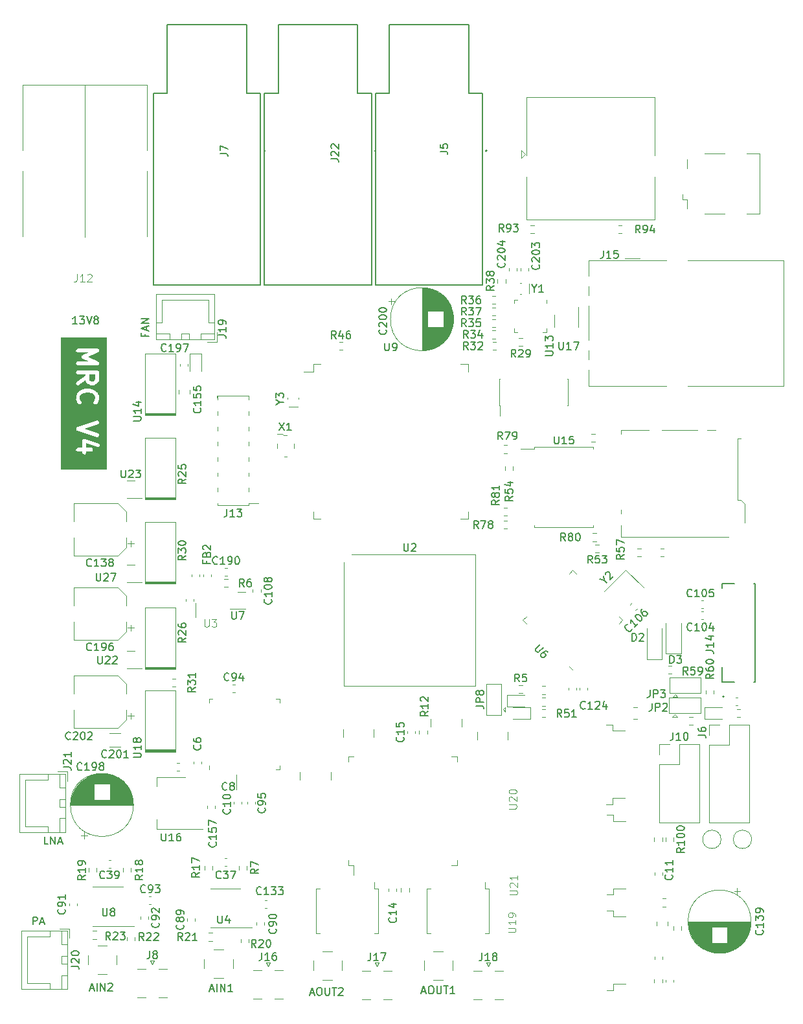
<source format=gbr>
%TF.GenerationSoftware,KiCad,Pcbnew,7.0.2*%
%TF.CreationDate,2024-03-22T17:28:18-04:00*%
%TF.ProjectId,MR-Core,4d522d43-6f72-4652-9e6b-696361645f70,rev?*%
%TF.SameCoordinates,Original*%
%TF.FileFunction,Legend,Top*%
%TF.FilePolarity,Positive*%
%FSLAX46Y46*%
G04 Gerber Fmt 4.6, Leading zero omitted, Abs format (unit mm)*
G04 Created by KiCad (PCBNEW 7.0.2) date 2024-03-22 17:28:18*
%MOMM*%
%LPD*%
G01*
G04 APERTURE LIST*
%ADD10C,0.150000*%
%ADD11C,0.500000*%
%ADD12C,0.100000*%
%ADD13C,0.120000*%
%ADD14C,0.127000*%
%ADD15C,0.200000*%
G04 APERTURE END LIST*
D10*
X96511904Y-55627619D02*
X95940476Y-55627619D01*
X96226190Y-55627619D02*
X96226190Y-54627619D01*
X96226190Y-54627619D02*
X96130952Y-54770476D01*
X96130952Y-54770476D02*
X96035714Y-54865714D01*
X96035714Y-54865714D02*
X95940476Y-54913333D01*
X96845238Y-54627619D02*
X97464285Y-54627619D01*
X97464285Y-54627619D02*
X97130952Y-55008571D01*
X97130952Y-55008571D02*
X97273809Y-55008571D01*
X97273809Y-55008571D02*
X97369047Y-55056190D01*
X97369047Y-55056190D02*
X97416666Y-55103809D01*
X97416666Y-55103809D02*
X97464285Y-55199047D01*
X97464285Y-55199047D02*
X97464285Y-55437142D01*
X97464285Y-55437142D02*
X97416666Y-55532380D01*
X97416666Y-55532380D02*
X97369047Y-55580000D01*
X97369047Y-55580000D02*
X97273809Y-55627619D01*
X97273809Y-55627619D02*
X96988095Y-55627619D01*
X96988095Y-55627619D02*
X96892857Y-55580000D01*
X96892857Y-55580000D02*
X96845238Y-55532380D01*
X97750000Y-54627619D02*
X98083333Y-55627619D01*
X98083333Y-55627619D02*
X98416666Y-54627619D01*
X98892857Y-55056190D02*
X98797619Y-55008571D01*
X98797619Y-55008571D02*
X98750000Y-54960952D01*
X98750000Y-54960952D02*
X98702381Y-54865714D01*
X98702381Y-54865714D02*
X98702381Y-54818095D01*
X98702381Y-54818095D02*
X98750000Y-54722857D01*
X98750000Y-54722857D02*
X98797619Y-54675238D01*
X98797619Y-54675238D02*
X98892857Y-54627619D01*
X98892857Y-54627619D02*
X99083333Y-54627619D01*
X99083333Y-54627619D02*
X99178571Y-54675238D01*
X99178571Y-54675238D02*
X99226190Y-54722857D01*
X99226190Y-54722857D02*
X99273809Y-54818095D01*
X99273809Y-54818095D02*
X99273809Y-54865714D01*
X99273809Y-54865714D02*
X99226190Y-54960952D01*
X99226190Y-54960952D02*
X99178571Y-55008571D01*
X99178571Y-55008571D02*
X99083333Y-55056190D01*
X99083333Y-55056190D02*
X98892857Y-55056190D01*
X98892857Y-55056190D02*
X98797619Y-55103809D01*
X98797619Y-55103809D02*
X98750000Y-55151428D01*
X98750000Y-55151428D02*
X98702381Y-55246666D01*
X98702381Y-55246666D02*
X98702381Y-55437142D01*
X98702381Y-55437142D02*
X98750000Y-55532380D01*
X98750000Y-55532380D02*
X98797619Y-55580000D01*
X98797619Y-55580000D02*
X98892857Y-55627619D01*
X98892857Y-55627619D02*
X99083333Y-55627619D01*
X99083333Y-55627619D02*
X99178571Y-55580000D01*
X99178571Y-55580000D02*
X99226190Y-55532380D01*
X99226190Y-55532380D02*
X99273809Y-55437142D01*
X99273809Y-55437142D02*
X99273809Y-55246666D01*
X99273809Y-55246666D02*
X99226190Y-55151428D01*
X99226190Y-55151428D02*
X99178571Y-55103809D01*
X99178571Y-55103809D02*
X99083333Y-55056190D01*
X105353809Y-56928571D02*
X105353809Y-57261904D01*
X105877619Y-57261904D02*
X104877619Y-57261904D01*
X104877619Y-57261904D02*
X104877619Y-56785714D01*
X105591904Y-56452380D02*
X105591904Y-55976190D01*
X105877619Y-56547618D02*
X104877619Y-56214285D01*
X104877619Y-56214285D02*
X105877619Y-55880952D01*
X105877619Y-55547618D02*
X104877619Y-55547618D01*
X104877619Y-55547618D02*
X105877619Y-54976190D01*
X105877619Y-54976190D02*
X104877619Y-54976190D01*
X92714285Y-123627619D02*
X92238095Y-123627619D01*
X92238095Y-123627619D02*
X92238095Y-122627619D01*
X93047619Y-123627619D02*
X93047619Y-122627619D01*
X93047619Y-122627619D02*
X93619047Y-123627619D01*
X93619047Y-123627619D02*
X93619047Y-122627619D01*
X94047619Y-123341904D02*
X94523809Y-123341904D01*
X93952381Y-123627619D02*
X94285714Y-122627619D01*
X94285714Y-122627619D02*
X94619047Y-123627619D01*
X90738095Y-134127619D02*
X90738095Y-133127619D01*
X90738095Y-133127619D02*
X91119047Y-133127619D01*
X91119047Y-133127619D02*
X91214285Y-133175238D01*
X91214285Y-133175238D02*
X91261904Y-133222857D01*
X91261904Y-133222857D02*
X91309523Y-133318095D01*
X91309523Y-133318095D02*
X91309523Y-133460952D01*
X91309523Y-133460952D02*
X91261904Y-133556190D01*
X91261904Y-133556190D02*
X91214285Y-133603809D01*
X91214285Y-133603809D02*
X91119047Y-133651428D01*
X91119047Y-133651428D02*
X90738095Y-133651428D01*
X91690476Y-133841904D02*
X92166666Y-133841904D01*
X91595238Y-134127619D02*
X91928571Y-133127619D01*
X91928571Y-133127619D02*
X92261904Y-134127619D01*
X98190476Y-142491904D02*
X98666666Y-142491904D01*
X98095238Y-142777619D02*
X98428571Y-141777619D01*
X98428571Y-141777619D02*
X98761904Y-142777619D01*
X99095238Y-142777619D02*
X99095238Y-141777619D01*
X99571428Y-142777619D02*
X99571428Y-141777619D01*
X99571428Y-141777619D02*
X100142856Y-142777619D01*
X100142856Y-142777619D02*
X100142856Y-141777619D01*
X100571428Y-141872857D02*
X100619047Y-141825238D01*
X100619047Y-141825238D02*
X100714285Y-141777619D01*
X100714285Y-141777619D02*
X100952380Y-141777619D01*
X100952380Y-141777619D02*
X101047618Y-141825238D01*
X101047618Y-141825238D02*
X101095237Y-141872857D01*
X101095237Y-141872857D02*
X101142856Y-141968095D01*
X101142856Y-141968095D02*
X101142856Y-142063333D01*
X101142856Y-142063333D02*
X101095237Y-142206190D01*
X101095237Y-142206190D02*
X100523809Y-142777619D01*
X100523809Y-142777619D02*
X101142856Y-142777619D01*
X113890476Y-142591904D02*
X114366666Y-142591904D01*
X113795238Y-142877619D02*
X114128571Y-141877619D01*
X114128571Y-141877619D02*
X114461904Y-142877619D01*
X114795238Y-142877619D02*
X114795238Y-141877619D01*
X115271428Y-142877619D02*
X115271428Y-141877619D01*
X115271428Y-141877619D02*
X115842856Y-142877619D01*
X115842856Y-142877619D02*
X115842856Y-141877619D01*
X116842856Y-142877619D02*
X116271428Y-142877619D01*
X116557142Y-142877619D02*
X116557142Y-141877619D01*
X116557142Y-141877619D02*
X116461904Y-142020476D01*
X116461904Y-142020476D02*
X116366666Y-142115714D01*
X116366666Y-142115714D02*
X116271428Y-142163333D01*
D11*
G36*
X98880952Y-62845744D02*
G01*
X98806440Y-62994767D01*
X98744768Y-63056440D01*
X98595744Y-63130952D01*
X98356635Y-63130952D01*
X98207613Y-63056441D01*
X98145940Y-62994768D01*
X98071428Y-62845744D01*
X98071428Y-62560534D01*
X98077663Y-62500376D01*
X98071428Y-62488038D01*
X98071428Y-62202381D01*
X98880952Y-62202381D01*
X98880952Y-62845744D01*
G37*
G36*
X100357143Y-74642857D02*
G01*
X94392857Y-74642857D01*
X94392857Y-72108509D01*
X96373050Y-72108509D01*
X96434038Y-72242055D01*
X96557545Y-72321428D01*
X97214285Y-72321428D01*
X97214285Y-72464515D01*
X97245093Y-72569437D01*
X97356047Y-72665579D01*
X97501366Y-72686473D01*
X97634912Y-72625485D01*
X97714285Y-72501978D01*
X97714285Y-72321428D01*
X98333563Y-72321428D01*
X98438485Y-72290620D01*
X98534627Y-72179666D01*
X98555521Y-72034347D01*
X98494533Y-71900801D01*
X98371026Y-71821428D01*
X97714285Y-71821428D01*
X97714285Y-71227808D01*
X99205043Y-71724727D01*
X99314323Y-71728680D01*
X99440618Y-71653822D01*
X99506394Y-71522568D01*
X99490766Y-71376589D01*
X99398697Y-71262233D01*
X97590462Y-70659488D01*
X97572523Y-70643944D01*
X97522063Y-70636688D01*
X97509242Y-70632415D01*
X97486655Y-70631597D01*
X97427204Y-70623050D01*
X97414223Y-70628977D01*
X97399962Y-70628462D01*
X97348294Y-70659086D01*
X97293658Y-70684038D01*
X97285942Y-70696044D01*
X97273667Y-70703320D01*
X97246760Y-70757012D01*
X97214285Y-70807545D01*
X97214285Y-70821816D01*
X97207892Y-70834574D01*
X97214285Y-70894293D01*
X97214285Y-71821428D01*
X96595008Y-71821428D01*
X96490086Y-71852236D01*
X96393944Y-71963190D01*
X96373050Y-72108509D01*
X94392857Y-72108509D01*
X94392857Y-69305598D01*
X96371879Y-69305598D01*
X96383333Y-69368926D01*
X96390186Y-69432934D01*
X96396281Y-69440504D01*
X96398011Y-69450067D01*
X96441888Y-69497152D01*
X96482255Y-69547291D01*
X96491474Y-69550364D01*
X96498100Y-69557474D01*
X96560471Y-69573363D01*
X99085994Y-70415203D01*
X99195274Y-70419155D01*
X99321569Y-70344298D01*
X99387345Y-70213044D01*
X99371718Y-70067065D01*
X99279649Y-69952708D01*
X97421521Y-69333332D01*
X99244108Y-68725804D01*
X99333904Y-68663398D01*
X99390025Y-68527735D01*
X99363893Y-68383266D01*
X99263804Y-68275859D01*
X99121535Y-68239616D01*
X96594797Y-69081861D01*
X96566629Y-69080843D01*
X96526502Y-69104626D01*
X96517796Y-69107529D01*
X96495708Y-69122879D01*
X96440334Y-69155701D01*
X96435980Y-69164388D01*
X96428000Y-69169935D01*
X96403396Y-69229409D01*
X96374559Y-69286955D01*
X96375593Y-69296618D01*
X96371879Y-69305598D01*
X94392857Y-69305598D01*
X94392857Y-65414179D01*
X96370568Y-65414179D01*
X96392352Y-65479530D01*
X96411760Y-65545628D01*
X96415450Y-65548825D01*
X96508572Y-65828189D01*
X96521316Y-65886773D01*
X96557444Y-65922902D01*
X96586602Y-65964856D01*
X96608426Y-65973884D01*
X96717686Y-66083145D01*
X96813661Y-66135552D01*
X96960100Y-66125078D01*
X97077631Y-66037097D01*
X97128938Y-65899541D01*
X97097731Y-65756083D01*
X96968507Y-65626859D01*
X96880952Y-65364192D01*
X96880952Y-65207234D01*
X96968507Y-64944568D01*
X97136186Y-64776890D01*
X97313446Y-64688260D01*
X97733157Y-64583333D01*
X98028746Y-64583333D01*
X98448456Y-64688260D01*
X98625720Y-64776892D01*
X98793396Y-64944569D01*
X98880952Y-65207235D01*
X98880952Y-65364193D01*
X98793396Y-65626857D01*
X98690663Y-65729592D01*
X98638257Y-65825568D01*
X98648732Y-65972007D01*
X98736714Y-66089537D01*
X98874270Y-66140843D01*
X99017728Y-66109635D01*
X99179165Y-65948196D01*
X99225861Y-65910601D01*
X99242017Y-65862130D01*
X99266504Y-65817287D01*
X99264818Y-65793727D01*
X99358210Y-65513555D01*
X99380952Y-65478169D01*
X99380952Y-65409275D01*
X99383442Y-65340440D01*
X99380952Y-65336239D01*
X99380952Y-65198010D01*
X99391336Y-65157249D01*
X99369551Y-65091895D01*
X99350144Y-65025800D01*
X99346453Y-65022602D01*
X99253330Y-64743234D01*
X99240587Y-64684653D01*
X99204460Y-64648526D01*
X99175302Y-64606571D01*
X99153476Y-64597542D01*
X98972750Y-64416816D01*
X98951269Y-64380649D01*
X98889635Y-64349832D01*
X98829194Y-64316829D01*
X98824325Y-64317177D01*
X98687345Y-64248687D01*
X98667564Y-64227649D01*
X98622972Y-64216501D01*
X98615368Y-64212699D01*
X98588232Y-64207816D01*
X98160072Y-64100776D01*
X98132930Y-64083333D01*
X98090298Y-64083333D01*
X98085286Y-64082080D01*
X98054452Y-64083333D01*
X97743526Y-64083333D01*
X97712962Y-64072993D01*
X97671602Y-64083333D01*
X97666436Y-64083333D01*
X97636830Y-64092025D01*
X97208753Y-64199045D01*
X97180044Y-64195946D01*
X97138934Y-64216500D01*
X97130685Y-64218563D01*
X97106897Y-64232518D01*
X96904328Y-64333803D01*
X96863225Y-64342745D01*
X96814507Y-64391462D01*
X96764075Y-64438374D01*
X96762865Y-64443104D01*
X96582740Y-64623229D01*
X96536043Y-64660826D01*
X96519885Y-64709296D01*
X96495401Y-64754138D01*
X96497085Y-64777696D01*
X96403693Y-65057872D01*
X96380952Y-65093259D01*
X96380952Y-65162152D01*
X96378462Y-65230988D01*
X96380952Y-65235188D01*
X96380952Y-65373417D01*
X96370568Y-65414179D01*
X94392857Y-65414179D01*
X94392857Y-61989462D01*
X96373050Y-61989462D01*
X96434038Y-62123008D01*
X96557545Y-62202381D01*
X97571428Y-62202381D01*
X97571428Y-62417455D01*
X96458140Y-63196757D01*
X96389852Y-63282164D01*
X96374717Y-63428195D01*
X96440935Y-63559227D01*
X96567482Y-63633658D01*
X96714180Y-63627856D01*
X97592636Y-63012936D01*
X97602236Y-63045628D01*
X97620086Y-63061095D01*
X97702851Y-63226625D01*
X97711793Y-63267727D01*
X97760496Y-63316430D01*
X97807422Y-63366878D01*
X97812154Y-63368088D01*
X97860581Y-63416515D01*
X97882062Y-63452682D01*
X97943677Y-63483489D01*
X98004138Y-63516504D01*
X98009009Y-63516155D01*
X98173774Y-63598537D01*
X98224212Y-63630952D01*
X98275307Y-63630952D01*
X98325587Y-63640000D01*
X98347403Y-63630952D01*
X98641304Y-63630952D01*
X98700907Y-63637387D01*
X98746603Y-63614538D01*
X98795627Y-63600144D01*
X98811094Y-63582293D01*
X98976623Y-63499528D01*
X99017727Y-63490587D01*
X99066444Y-63441869D01*
X99116877Y-63394958D01*
X99118086Y-63390227D01*
X99166515Y-63341798D01*
X99202682Y-63320318D01*
X99233493Y-63258696D01*
X99266504Y-63198242D01*
X99266155Y-63193371D01*
X99348541Y-63028601D01*
X99380952Y-62978169D01*
X99380952Y-62927078D01*
X99390001Y-62876793D01*
X99380952Y-62854974D01*
X99380952Y-61970258D01*
X99388854Y-61915300D01*
X99365787Y-61864790D01*
X99350144Y-61811515D01*
X99335768Y-61799058D01*
X99327866Y-61781754D01*
X99281150Y-61751731D01*
X99239190Y-61715373D01*
X99220362Y-61712666D01*
X99204359Y-61702381D01*
X99148830Y-61702381D01*
X99093871Y-61694479D01*
X99076568Y-61702381D01*
X97839306Y-61702381D01*
X97784347Y-61694479D01*
X97767044Y-61702381D01*
X96595008Y-61702381D01*
X96490086Y-61733189D01*
X96393944Y-61844143D01*
X96373050Y-61989462D01*
X94392857Y-61989462D01*
X94392857Y-60798985D01*
X96373050Y-60798985D01*
X96434038Y-60932531D01*
X96557545Y-61011904D01*
X99112039Y-61011904D01*
X99165909Y-61020102D01*
X99217546Y-60997031D01*
X99271818Y-60981096D01*
X99283569Y-60967534D01*
X99299952Y-60960215D01*
X99330920Y-60912887D01*
X99367960Y-60870142D01*
X99370513Y-60852380D01*
X99380339Y-60837365D01*
X99380804Y-60780805D01*
X99388854Y-60724823D01*
X99381400Y-60708501D01*
X99381548Y-60690557D01*
X99351361Y-60642726D01*
X99327866Y-60591277D01*
X99312769Y-60581574D01*
X99303193Y-60566401D01*
X99251943Y-60542484D01*
X99204359Y-60511904D01*
X99186414Y-60511904D01*
X97936414Y-59928571D01*
X99219536Y-59329781D01*
X99271818Y-59314430D01*
X99308856Y-59271685D01*
X99351295Y-59234296D01*
X99356208Y-59217037D01*
X99367960Y-59203476D01*
X99376009Y-59147490D01*
X99391497Y-59093094D01*
X99386300Y-59075919D01*
X99388854Y-59058157D01*
X99365356Y-59006704D01*
X99348977Y-58952573D01*
X99335321Y-58940935D01*
X99327866Y-58924611D01*
X99280280Y-58894029D01*
X99237236Y-58857347D01*
X99219455Y-58854939D01*
X99204359Y-58845238D01*
X99147797Y-58845238D01*
X99091751Y-58837650D01*
X99075491Y-58845238D01*
X96595008Y-58845238D01*
X96490086Y-58876046D01*
X96393944Y-58987000D01*
X96373050Y-59132319D01*
X96434038Y-59265865D01*
X96557545Y-59345238D01*
X98004061Y-59345238D01*
X97241336Y-59701175D01*
X97176238Y-59730260D01*
X97154577Y-59763361D01*
X97124895Y-59789513D01*
X97115212Y-59823521D01*
X97095851Y-59853110D01*
X97095525Y-59892668D01*
X97084693Y-59930715D01*
X97094933Y-59964557D01*
X97094642Y-59999918D01*
X97115756Y-60033375D01*
X97127213Y-60071236D01*
X97154123Y-60094168D01*
X97172996Y-60124074D01*
X97208846Y-60140804D01*
X97238954Y-60166462D01*
X97273993Y-60171206D01*
X98004060Y-60511904D01*
X96595008Y-60511904D01*
X96490086Y-60542712D01*
X96393944Y-60653666D01*
X96373050Y-60798985D01*
X94392857Y-60798985D01*
X94392857Y-57392857D01*
X100357143Y-57392857D01*
X100357143Y-74642857D01*
G37*
D10*
X141590476Y-142891904D02*
X142066666Y-142891904D01*
X141495238Y-143177619D02*
X141828571Y-142177619D01*
X141828571Y-142177619D02*
X142161904Y-143177619D01*
X142685714Y-142177619D02*
X142876190Y-142177619D01*
X142876190Y-142177619D02*
X142971428Y-142225238D01*
X142971428Y-142225238D02*
X143066666Y-142320476D01*
X143066666Y-142320476D02*
X143114285Y-142510952D01*
X143114285Y-142510952D02*
X143114285Y-142844285D01*
X143114285Y-142844285D02*
X143066666Y-143034761D01*
X143066666Y-143034761D02*
X142971428Y-143130000D01*
X142971428Y-143130000D02*
X142876190Y-143177619D01*
X142876190Y-143177619D02*
X142685714Y-143177619D01*
X142685714Y-143177619D02*
X142590476Y-143130000D01*
X142590476Y-143130000D02*
X142495238Y-143034761D01*
X142495238Y-143034761D02*
X142447619Y-142844285D01*
X142447619Y-142844285D02*
X142447619Y-142510952D01*
X142447619Y-142510952D02*
X142495238Y-142320476D01*
X142495238Y-142320476D02*
X142590476Y-142225238D01*
X142590476Y-142225238D02*
X142685714Y-142177619D01*
X143542857Y-142177619D02*
X143542857Y-142987142D01*
X143542857Y-142987142D02*
X143590476Y-143082380D01*
X143590476Y-143082380D02*
X143638095Y-143130000D01*
X143638095Y-143130000D02*
X143733333Y-143177619D01*
X143733333Y-143177619D02*
X143923809Y-143177619D01*
X143923809Y-143177619D02*
X144019047Y-143130000D01*
X144019047Y-143130000D02*
X144066666Y-143082380D01*
X144066666Y-143082380D02*
X144114285Y-142987142D01*
X144114285Y-142987142D02*
X144114285Y-142177619D01*
X144447619Y-142177619D02*
X145019047Y-142177619D01*
X144733333Y-143177619D02*
X144733333Y-142177619D01*
X145876190Y-143177619D02*
X145304762Y-143177619D01*
X145590476Y-143177619D02*
X145590476Y-142177619D01*
X145590476Y-142177619D02*
X145495238Y-142320476D01*
X145495238Y-142320476D02*
X145400000Y-142415714D01*
X145400000Y-142415714D02*
X145304762Y-142463333D01*
X126990476Y-143091904D02*
X127466666Y-143091904D01*
X126895238Y-143377619D02*
X127228571Y-142377619D01*
X127228571Y-142377619D02*
X127561904Y-143377619D01*
X128085714Y-142377619D02*
X128276190Y-142377619D01*
X128276190Y-142377619D02*
X128371428Y-142425238D01*
X128371428Y-142425238D02*
X128466666Y-142520476D01*
X128466666Y-142520476D02*
X128514285Y-142710952D01*
X128514285Y-142710952D02*
X128514285Y-143044285D01*
X128514285Y-143044285D02*
X128466666Y-143234761D01*
X128466666Y-143234761D02*
X128371428Y-143330000D01*
X128371428Y-143330000D02*
X128276190Y-143377619D01*
X128276190Y-143377619D02*
X128085714Y-143377619D01*
X128085714Y-143377619D02*
X127990476Y-143330000D01*
X127990476Y-143330000D02*
X127895238Y-143234761D01*
X127895238Y-143234761D02*
X127847619Y-143044285D01*
X127847619Y-143044285D02*
X127847619Y-142710952D01*
X127847619Y-142710952D02*
X127895238Y-142520476D01*
X127895238Y-142520476D02*
X127990476Y-142425238D01*
X127990476Y-142425238D02*
X128085714Y-142377619D01*
X128942857Y-142377619D02*
X128942857Y-143187142D01*
X128942857Y-143187142D02*
X128990476Y-143282380D01*
X128990476Y-143282380D02*
X129038095Y-143330000D01*
X129038095Y-143330000D02*
X129133333Y-143377619D01*
X129133333Y-143377619D02*
X129323809Y-143377619D01*
X129323809Y-143377619D02*
X129419047Y-143330000D01*
X129419047Y-143330000D02*
X129466666Y-143282380D01*
X129466666Y-143282380D02*
X129514285Y-143187142D01*
X129514285Y-143187142D02*
X129514285Y-142377619D01*
X129847619Y-142377619D02*
X130419047Y-142377619D01*
X130133333Y-143377619D02*
X130133333Y-142377619D01*
X130704762Y-142472857D02*
X130752381Y-142425238D01*
X130752381Y-142425238D02*
X130847619Y-142377619D01*
X130847619Y-142377619D02*
X131085714Y-142377619D01*
X131085714Y-142377619D02*
X131180952Y-142425238D01*
X131180952Y-142425238D02*
X131228571Y-142472857D01*
X131228571Y-142472857D02*
X131276190Y-142568095D01*
X131276190Y-142568095D02*
X131276190Y-142663333D01*
X131276190Y-142663333D02*
X131228571Y-142806190D01*
X131228571Y-142806190D02*
X130657143Y-143377619D01*
X130657143Y-143377619D02*
X131276190Y-143377619D01*
%TO.C,C104*%
X176880952Y-95617380D02*
X176833333Y-95665000D01*
X176833333Y-95665000D02*
X176690476Y-95712619D01*
X176690476Y-95712619D02*
X176595238Y-95712619D01*
X176595238Y-95712619D02*
X176452381Y-95665000D01*
X176452381Y-95665000D02*
X176357143Y-95569761D01*
X176357143Y-95569761D02*
X176309524Y-95474523D01*
X176309524Y-95474523D02*
X176261905Y-95284047D01*
X176261905Y-95284047D02*
X176261905Y-95141190D01*
X176261905Y-95141190D02*
X176309524Y-94950714D01*
X176309524Y-94950714D02*
X176357143Y-94855476D01*
X176357143Y-94855476D02*
X176452381Y-94760238D01*
X176452381Y-94760238D02*
X176595238Y-94712619D01*
X176595238Y-94712619D02*
X176690476Y-94712619D01*
X176690476Y-94712619D02*
X176833333Y-94760238D01*
X176833333Y-94760238D02*
X176880952Y-94807857D01*
X177833333Y-95712619D02*
X177261905Y-95712619D01*
X177547619Y-95712619D02*
X177547619Y-94712619D01*
X177547619Y-94712619D02*
X177452381Y-94855476D01*
X177452381Y-94855476D02*
X177357143Y-94950714D01*
X177357143Y-94950714D02*
X177261905Y-94998333D01*
X178452381Y-94712619D02*
X178547619Y-94712619D01*
X178547619Y-94712619D02*
X178642857Y-94760238D01*
X178642857Y-94760238D02*
X178690476Y-94807857D01*
X178690476Y-94807857D02*
X178738095Y-94903095D01*
X178738095Y-94903095D02*
X178785714Y-95093571D01*
X178785714Y-95093571D02*
X178785714Y-95331666D01*
X178785714Y-95331666D02*
X178738095Y-95522142D01*
X178738095Y-95522142D02*
X178690476Y-95617380D01*
X178690476Y-95617380D02*
X178642857Y-95665000D01*
X178642857Y-95665000D02*
X178547619Y-95712619D01*
X178547619Y-95712619D02*
X178452381Y-95712619D01*
X178452381Y-95712619D02*
X178357143Y-95665000D01*
X178357143Y-95665000D02*
X178309524Y-95617380D01*
X178309524Y-95617380D02*
X178261905Y-95522142D01*
X178261905Y-95522142D02*
X178214286Y-95331666D01*
X178214286Y-95331666D02*
X178214286Y-95093571D01*
X178214286Y-95093571D02*
X178261905Y-94903095D01*
X178261905Y-94903095D02*
X178309524Y-94807857D01*
X178309524Y-94807857D02*
X178357143Y-94760238D01*
X178357143Y-94760238D02*
X178452381Y-94712619D01*
X179642857Y-95045952D02*
X179642857Y-95712619D01*
X179404762Y-94665000D02*
X179166667Y-95379285D01*
X179166667Y-95379285D02*
X179785714Y-95379285D01*
D12*
%TO.C,U19*%
X152862619Y-135138094D02*
X153672142Y-135138094D01*
X153672142Y-135138094D02*
X153767380Y-135090475D01*
X153767380Y-135090475D02*
X153815000Y-135042856D01*
X153815000Y-135042856D02*
X153862619Y-134947618D01*
X153862619Y-134947618D02*
X153862619Y-134757142D01*
X153862619Y-134757142D02*
X153815000Y-134661904D01*
X153815000Y-134661904D02*
X153767380Y-134614285D01*
X153767380Y-134614285D02*
X153672142Y-134566666D01*
X153672142Y-134566666D02*
X152862619Y-134566666D01*
X153862619Y-133566666D02*
X153862619Y-134138094D01*
X153862619Y-133852380D02*
X152862619Y-133852380D01*
X152862619Y-133852380D02*
X153005476Y-133947618D01*
X153005476Y-133947618D02*
X153100714Y-134042856D01*
X153100714Y-134042856D02*
X153148333Y-134138094D01*
X153862619Y-133090475D02*
X153862619Y-132899999D01*
X153862619Y-132899999D02*
X153815000Y-132804761D01*
X153815000Y-132804761D02*
X153767380Y-132757142D01*
X153767380Y-132757142D02*
X153624523Y-132661904D01*
X153624523Y-132661904D02*
X153434047Y-132614285D01*
X153434047Y-132614285D02*
X153053095Y-132614285D01*
X153053095Y-132614285D02*
X152957857Y-132661904D01*
X152957857Y-132661904D02*
X152910238Y-132709523D01*
X152910238Y-132709523D02*
X152862619Y-132804761D01*
X152862619Y-132804761D02*
X152862619Y-132995237D01*
X152862619Y-132995237D02*
X152910238Y-133090475D01*
X152910238Y-133090475D02*
X152957857Y-133138094D01*
X152957857Y-133138094D02*
X153053095Y-133185713D01*
X153053095Y-133185713D02*
X153291190Y-133185713D01*
X153291190Y-133185713D02*
X153386428Y-133138094D01*
X153386428Y-133138094D02*
X153434047Y-133090475D01*
X153434047Y-133090475D02*
X153481666Y-132995237D01*
X153481666Y-132995237D02*
X153481666Y-132804761D01*
X153481666Y-132804761D02*
X153434047Y-132709523D01*
X153434047Y-132709523D02*
X153386428Y-132661904D01*
X153386428Y-132661904D02*
X153291190Y-132614285D01*
D10*
%TO.C,U15*%
X158911905Y-70303048D02*
X158911905Y-71112571D01*
X158911905Y-71112571D02*
X158959524Y-71207809D01*
X158959524Y-71207809D02*
X159007143Y-71255429D01*
X159007143Y-71255429D02*
X159102381Y-71303048D01*
X159102381Y-71303048D02*
X159292857Y-71303048D01*
X159292857Y-71303048D02*
X159388095Y-71255429D01*
X159388095Y-71255429D02*
X159435714Y-71207809D01*
X159435714Y-71207809D02*
X159483333Y-71112571D01*
X159483333Y-71112571D02*
X159483333Y-70303048D01*
X160483333Y-71303048D02*
X159911905Y-71303048D01*
X160197619Y-71303048D02*
X160197619Y-70303048D01*
X160197619Y-70303048D02*
X160102381Y-70445905D01*
X160102381Y-70445905D02*
X160007143Y-70541143D01*
X160007143Y-70541143D02*
X159911905Y-70588762D01*
X161388095Y-70303048D02*
X160911905Y-70303048D01*
X160911905Y-70303048D02*
X160864286Y-70779238D01*
X160864286Y-70779238D02*
X160911905Y-70731619D01*
X160911905Y-70731619D02*
X161007143Y-70684000D01*
X161007143Y-70684000D02*
X161245238Y-70684000D01*
X161245238Y-70684000D02*
X161340476Y-70731619D01*
X161340476Y-70731619D02*
X161388095Y-70779238D01*
X161388095Y-70779238D02*
X161435714Y-70874476D01*
X161435714Y-70874476D02*
X161435714Y-71112571D01*
X161435714Y-71112571D02*
X161388095Y-71207809D01*
X161388095Y-71207809D02*
X161340476Y-71255429D01*
X161340476Y-71255429D02*
X161245238Y-71303048D01*
X161245238Y-71303048D02*
X161007143Y-71303048D01*
X161007143Y-71303048D02*
X160911905Y-71255429D01*
X160911905Y-71255429D02*
X160864286Y-71207809D01*
%TO.C,R25*%
X110712619Y-75892857D02*
X110236428Y-76226190D01*
X110712619Y-76464285D02*
X109712619Y-76464285D01*
X109712619Y-76464285D02*
X109712619Y-76083333D01*
X109712619Y-76083333D02*
X109760238Y-75988095D01*
X109760238Y-75988095D02*
X109807857Y-75940476D01*
X109807857Y-75940476D02*
X109903095Y-75892857D01*
X109903095Y-75892857D02*
X110045952Y-75892857D01*
X110045952Y-75892857D02*
X110141190Y-75940476D01*
X110141190Y-75940476D02*
X110188809Y-75988095D01*
X110188809Y-75988095D02*
X110236428Y-76083333D01*
X110236428Y-76083333D02*
X110236428Y-76464285D01*
X109807857Y-75511904D02*
X109760238Y-75464285D01*
X109760238Y-75464285D02*
X109712619Y-75369047D01*
X109712619Y-75369047D02*
X109712619Y-75130952D01*
X109712619Y-75130952D02*
X109760238Y-75035714D01*
X109760238Y-75035714D02*
X109807857Y-74988095D01*
X109807857Y-74988095D02*
X109903095Y-74940476D01*
X109903095Y-74940476D02*
X109998333Y-74940476D01*
X109998333Y-74940476D02*
X110141190Y-74988095D01*
X110141190Y-74988095D02*
X110712619Y-75559523D01*
X110712619Y-75559523D02*
X110712619Y-74940476D01*
X109712619Y-74035714D02*
X109712619Y-74511904D01*
X109712619Y-74511904D02*
X110188809Y-74559523D01*
X110188809Y-74559523D02*
X110141190Y-74511904D01*
X110141190Y-74511904D02*
X110093571Y-74416666D01*
X110093571Y-74416666D02*
X110093571Y-74178571D01*
X110093571Y-74178571D02*
X110141190Y-74083333D01*
X110141190Y-74083333D02*
X110188809Y-74035714D01*
X110188809Y-74035714D02*
X110284047Y-73988095D01*
X110284047Y-73988095D02*
X110522142Y-73988095D01*
X110522142Y-73988095D02*
X110617380Y-74035714D01*
X110617380Y-74035714D02*
X110665000Y-74083333D01*
X110665000Y-74083333D02*
X110712619Y-74178571D01*
X110712619Y-74178571D02*
X110712619Y-74416666D01*
X110712619Y-74416666D02*
X110665000Y-74511904D01*
X110665000Y-74511904D02*
X110617380Y-74559523D01*
%TO.C,R23*%
X100857142Y-136112619D02*
X100523809Y-135636428D01*
X100285714Y-136112619D02*
X100285714Y-135112619D01*
X100285714Y-135112619D02*
X100666666Y-135112619D01*
X100666666Y-135112619D02*
X100761904Y-135160238D01*
X100761904Y-135160238D02*
X100809523Y-135207857D01*
X100809523Y-135207857D02*
X100857142Y-135303095D01*
X100857142Y-135303095D02*
X100857142Y-135445952D01*
X100857142Y-135445952D02*
X100809523Y-135541190D01*
X100809523Y-135541190D02*
X100761904Y-135588809D01*
X100761904Y-135588809D02*
X100666666Y-135636428D01*
X100666666Y-135636428D02*
X100285714Y-135636428D01*
X101238095Y-135207857D02*
X101285714Y-135160238D01*
X101285714Y-135160238D02*
X101380952Y-135112619D01*
X101380952Y-135112619D02*
X101619047Y-135112619D01*
X101619047Y-135112619D02*
X101714285Y-135160238D01*
X101714285Y-135160238D02*
X101761904Y-135207857D01*
X101761904Y-135207857D02*
X101809523Y-135303095D01*
X101809523Y-135303095D02*
X101809523Y-135398333D01*
X101809523Y-135398333D02*
X101761904Y-135541190D01*
X101761904Y-135541190D02*
X101190476Y-136112619D01*
X101190476Y-136112619D02*
X101809523Y-136112619D01*
X102142857Y-135112619D02*
X102761904Y-135112619D01*
X102761904Y-135112619D02*
X102428571Y-135493571D01*
X102428571Y-135493571D02*
X102571428Y-135493571D01*
X102571428Y-135493571D02*
X102666666Y-135541190D01*
X102666666Y-135541190D02*
X102714285Y-135588809D01*
X102714285Y-135588809D02*
X102761904Y-135684047D01*
X102761904Y-135684047D02*
X102761904Y-135922142D01*
X102761904Y-135922142D02*
X102714285Y-136017380D01*
X102714285Y-136017380D02*
X102666666Y-136065000D01*
X102666666Y-136065000D02*
X102571428Y-136112619D01*
X102571428Y-136112619D02*
X102285714Y-136112619D01*
X102285714Y-136112619D02*
X102190476Y-136065000D01*
X102190476Y-136065000D02*
X102142857Y-136017380D01*
%TO.C,R17*%
X112512619Y-127342857D02*
X112036428Y-127676190D01*
X112512619Y-127914285D02*
X111512619Y-127914285D01*
X111512619Y-127914285D02*
X111512619Y-127533333D01*
X111512619Y-127533333D02*
X111560238Y-127438095D01*
X111560238Y-127438095D02*
X111607857Y-127390476D01*
X111607857Y-127390476D02*
X111703095Y-127342857D01*
X111703095Y-127342857D02*
X111845952Y-127342857D01*
X111845952Y-127342857D02*
X111941190Y-127390476D01*
X111941190Y-127390476D02*
X111988809Y-127438095D01*
X111988809Y-127438095D02*
X112036428Y-127533333D01*
X112036428Y-127533333D02*
X112036428Y-127914285D01*
X112512619Y-126390476D02*
X112512619Y-126961904D01*
X112512619Y-126676190D02*
X111512619Y-126676190D01*
X111512619Y-126676190D02*
X111655476Y-126771428D01*
X111655476Y-126771428D02*
X111750714Y-126866666D01*
X111750714Y-126866666D02*
X111798333Y-126961904D01*
X111512619Y-126057142D02*
X111512619Y-125390476D01*
X111512619Y-125390476D02*
X112512619Y-125819047D01*
%TO.C,J17*%
X134890476Y-137850119D02*
X134890476Y-138564404D01*
X134890476Y-138564404D02*
X134842857Y-138707261D01*
X134842857Y-138707261D02*
X134747619Y-138802500D01*
X134747619Y-138802500D02*
X134604762Y-138850119D01*
X134604762Y-138850119D02*
X134509524Y-138850119D01*
X135890476Y-138850119D02*
X135319048Y-138850119D01*
X135604762Y-138850119D02*
X135604762Y-137850119D01*
X135604762Y-137850119D02*
X135509524Y-137992976D01*
X135509524Y-137992976D02*
X135414286Y-138088214D01*
X135414286Y-138088214D02*
X135319048Y-138135833D01*
X136223810Y-137850119D02*
X136890476Y-137850119D01*
X136890476Y-137850119D02*
X136461905Y-138850119D01*
%TO.C,R37*%
X147357142Y-54462619D02*
X147023809Y-53986428D01*
X146785714Y-54462619D02*
X146785714Y-53462619D01*
X146785714Y-53462619D02*
X147166666Y-53462619D01*
X147166666Y-53462619D02*
X147261904Y-53510238D01*
X147261904Y-53510238D02*
X147309523Y-53557857D01*
X147309523Y-53557857D02*
X147357142Y-53653095D01*
X147357142Y-53653095D02*
X147357142Y-53795952D01*
X147357142Y-53795952D02*
X147309523Y-53891190D01*
X147309523Y-53891190D02*
X147261904Y-53938809D01*
X147261904Y-53938809D02*
X147166666Y-53986428D01*
X147166666Y-53986428D02*
X146785714Y-53986428D01*
X147690476Y-53462619D02*
X148309523Y-53462619D01*
X148309523Y-53462619D02*
X147976190Y-53843571D01*
X147976190Y-53843571D02*
X148119047Y-53843571D01*
X148119047Y-53843571D02*
X148214285Y-53891190D01*
X148214285Y-53891190D02*
X148261904Y-53938809D01*
X148261904Y-53938809D02*
X148309523Y-54034047D01*
X148309523Y-54034047D02*
X148309523Y-54272142D01*
X148309523Y-54272142D02*
X148261904Y-54367380D01*
X148261904Y-54367380D02*
X148214285Y-54415000D01*
X148214285Y-54415000D02*
X148119047Y-54462619D01*
X148119047Y-54462619D02*
X147833333Y-54462619D01*
X147833333Y-54462619D02*
X147738095Y-54415000D01*
X147738095Y-54415000D02*
X147690476Y-54367380D01*
X148642857Y-53462619D02*
X149309523Y-53462619D01*
X149309523Y-53462619D02*
X148880952Y-54462619D01*
%TO.C,R26*%
X110712619Y-96642857D02*
X110236428Y-96976190D01*
X110712619Y-97214285D02*
X109712619Y-97214285D01*
X109712619Y-97214285D02*
X109712619Y-96833333D01*
X109712619Y-96833333D02*
X109760238Y-96738095D01*
X109760238Y-96738095D02*
X109807857Y-96690476D01*
X109807857Y-96690476D02*
X109903095Y-96642857D01*
X109903095Y-96642857D02*
X110045952Y-96642857D01*
X110045952Y-96642857D02*
X110141190Y-96690476D01*
X110141190Y-96690476D02*
X110188809Y-96738095D01*
X110188809Y-96738095D02*
X110236428Y-96833333D01*
X110236428Y-96833333D02*
X110236428Y-97214285D01*
X109807857Y-96261904D02*
X109760238Y-96214285D01*
X109760238Y-96214285D02*
X109712619Y-96119047D01*
X109712619Y-96119047D02*
X109712619Y-95880952D01*
X109712619Y-95880952D02*
X109760238Y-95785714D01*
X109760238Y-95785714D02*
X109807857Y-95738095D01*
X109807857Y-95738095D02*
X109903095Y-95690476D01*
X109903095Y-95690476D02*
X109998333Y-95690476D01*
X109998333Y-95690476D02*
X110141190Y-95738095D01*
X110141190Y-95738095D02*
X110712619Y-96309523D01*
X110712619Y-96309523D02*
X110712619Y-95690476D01*
X109712619Y-94833333D02*
X109712619Y-95023809D01*
X109712619Y-95023809D02*
X109760238Y-95119047D01*
X109760238Y-95119047D02*
X109807857Y-95166666D01*
X109807857Y-95166666D02*
X109950714Y-95261904D01*
X109950714Y-95261904D02*
X110141190Y-95309523D01*
X110141190Y-95309523D02*
X110522142Y-95309523D01*
X110522142Y-95309523D02*
X110617380Y-95261904D01*
X110617380Y-95261904D02*
X110665000Y-95214285D01*
X110665000Y-95214285D02*
X110712619Y-95119047D01*
X110712619Y-95119047D02*
X110712619Y-94928571D01*
X110712619Y-94928571D02*
X110665000Y-94833333D01*
X110665000Y-94833333D02*
X110617380Y-94785714D01*
X110617380Y-94785714D02*
X110522142Y-94738095D01*
X110522142Y-94738095D02*
X110284047Y-94738095D01*
X110284047Y-94738095D02*
X110188809Y-94785714D01*
X110188809Y-94785714D02*
X110141190Y-94833333D01*
X110141190Y-94833333D02*
X110093571Y-94928571D01*
X110093571Y-94928571D02*
X110093571Y-95119047D01*
X110093571Y-95119047D02*
X110141190Y-95214285D01*
X110141190Y-95214285D02*
X110188809Y-95261904D01*
X110188809Y-95261904D02*
X110284047Y-95309523D01*
%TO.C,J20*%
X95762619Y-139559523D02*
X96476904Y-139559523D01*
X96476904Y-139559523D02*
X96619761Y-139607142D01*
X96619761Y-139607142D02*
X96715000Y-139702380D01*
X96715000Y-139702380D02*
X96762619Y-139845237D01*
X96762619Y-139845237D02*
X96762619Y-139940475D01*
X95857857Y-139130951D02*
X95810238Y-139083332D01*
X95810238Y-139083332D02*
X95762619Y-138988094D01*
X95762619Y-138988094D02*
X95762619Y-138749999D01*
X95762619Y-138749999D02*
X95810238Y-138654761D01*
X95810238Y-138654761D02*
X95857857Y-138607142D01*
X95857857Y-138607142D02*
X95953095Y-138559523D01*
X95953095Y-138559523D02*
X96048333Y-138559523D01*
X96048333Y-138559523D02*
X96191190Y-138607142D01*
X96191190Y-138607142D02*
X96762619Y-139178570D01*
X96762619Y-139178570D02*
X96762619Y-138559523D01*
X95762619Y-137940475D02*
X95762619Y-137845237D01*
X95762619Y-137845237D02*
X95810238Y-137749999D01*
X95810238Y-137749999D02*
X95857857Y-137702380D01*
X95857857Y-137702380D02*
X95953095Y-137654761D01*
X95953095Y-137654761D02*
X96143571Y-137607142D01*
X96143571Y-137607142D02*
X96381666Y-137607142D01*
X96381666Y-137607142D02*
X96572142Y-137654761D01*
X96572142Y-137654761D02*
X96667380Y-137702380D01*
X96667380Y-137702380D02*
X96715000Y-137749999D01*
X96715000Y-137749999D02*
X96762619Y-137845237D01*
X96762619Y-137845237D02*
X96762619Y-137940475D01*
X96762619Y-137940475D02*
X96715000Y-138035713D01*
X96715000Y-138035713D02*
X96667380Y-138083332D01*
X96667380Y-138083332D02*
X96572142Y-138130951D01*
X96572142Y-138130951D02*
X96381666Y-138178570D01*
X96381666Y-138178570D02*
X96143571Y-138178570D01*
X96143571Y-138178570D02*
X95953095Y-138130951D01*
X95953095Y-138130951D02*
X95857857Y-138083332D01*
X95857857Y-138083332D02*
X95810238Y-138035713D01*
X95810238Y-138035713D02*
X95762619Y-137940475D01*
%TO.C,R54*%
X153462619Y-78142857D02*
X152986428Y-78476190D01*
X153462619Y-78714285D02*
X152462619Y-78714285D01*
X152462619Y-78714285D02*
X152462619Y-78333333D01*
X152462619Y-78333333D02*
X152510238Y-78238095D01*
X152510238Y-78238095D02*
X152557857Y-78190476D01*
X152557857Y-78190476D02*
X152653095Y-78142857D01*
X152653095Y-78142857D02*
X152795952Y-78142857D01*
X152795952Y-78142857D02*
X152891190Y-78190476D01*
X152891190Y-78190476D02*
X152938809Y-78238095D01*
X152938809Y-78238095D02*
X152986428Y-78333333D01*
X152986428Y-78333333D02*
X152986428Y-78714285D01*
X152462619Y-77238095D02*
X152462619Y-77714285D01*
X152462619Y-77714285D02*
X152938809Y-77761904D01*
X152938809Y-77761904D02*
X152891190Y-77714285D01*
X152891190Y-77714285D02*
X152843571Y-77619047D01*
X152843571Y-77619047D02*
X152843571Y-77380952D01*
X152843571Y-77380952D02*
X152891190Y-77285714D01*
X152891190Y-77285714D02*
X152938809Y-77238095D01*
X152938809Y-77238095D02*
X153034047Y-77190476D01*
X153034047Y-77190476D02*
X153272142Y-77190476D01*
X153272142Y-77190476D02*
X153367380Y-77238095D01*
X153367380Y-77238095D02*
X153415000Y-77285714D01*
X153415000Y-77285714D02*
X153462619Y-77380952D01*
X153462619Y-77380952D02*
X153462619Y-77619047D01*
X153462619Y-77619047D02*
X153415000Y-77714285D01*
X153415000Y-77714285D02*
X153367380Y-77761904D01*
X152795952Y-76333333D02*
X153462619Y-76333333D01*
X152415000Y-76571428D02*
X153129285Y-76809523D01*
X153129285Y-76809523D02*
X153129285Y-76190476D01*
%TO.C,C91*%
X94867380Y-132142857D02*
X94915000Y-132190476D01*
X94915000Y-132190476D02*
X94962619Y-132333333D01*
X94962619Y-132333333D02*
X94962619Y-132428571D01*
X94962619Y-132428571D02*
X94915000Y-132571428D01*
X94915000Y-132571428D02*
X94819761Y-132666666D01*
X94819761Y-132666666D02*
X94724523Y-132714285D01*
X94724523Y-132714285D02*
X94534047Y-132761904D01*
X94534047Y-132761904D02*
X94391190Y-132761904D01*
X94391190Y-132761904D02*
X94200714Y-132714285D01*
X94200714Y-132714285D02*
X94105476Y-132666666D01*
X94105476Y-132666666D02*
X94010238Y-132571428D01*
X94010238Y-132571428D02*
X93962619Y-132428571D01*
X93962619Y-132428571D02*
X93962619Y-132333333D01*
X93962619Y-132333333D02*
X94010238Y-132190476D01*
X94010238Y-132190476D02*
X94057857Y-132142857D01*
X94962619Y-131666666D02*
X94962619Y-131476190D01*
X94962619Y-131476190D02*
X94915000Y-131380952D01*
X94915000Y-131380952D02*
X94867380Y-131333333D01*
X94867380Y-131333333D02*
X94724523Y-131238095D01*
X94724523Y-131238095D02*
X94534047Y-131190476D01*
X94534047Y-131190476D02*
X94153095Y-131190476D01*
X94153095Y-131190476D02*
X94057857Y-131238095D01*
X94057857Y-131238095D02*
X94010238Y-131285714D01*
X94010238Y-131285714D02*
X93962619Y-131380952D01*
X93962619Y-131380952D02*
X93962619Y-131571428D01*
X93962619Y-131571428D02*
X94010238Y-131666666D01*
X94010238Y-131666666D02*
X94057857Y-131714285D01*
X94057857Y-131714285D02*
X94153095Y-131761904D01*
X94153095Y-131761904D02*
X94391190Y-131761904D01*
X94391190Y-131761904D02*
X94486428Y-131714285D01*
X94486428Y-131714285D02*
X94534047Y-131666666D01*
X94534047Y-131666666D02*
X94581666Y-131571428D01*
X94581666Y-131571428D02*
X94581666Y-131380952D01*
X94581666Y-131380952D02*
X94534047Y-131285714D01*
X94534047Y-131285714D02*
X94486428Y-131238095D01*
X94486428Y-131238095D02*
X94391190Y-131190476D01*
X94962619Y-130238095D02*
X94962619Y-130809523D01*
X94962619Y-130523809D02*
X93962619Y-130523809D01*
X93962619Y-130523809D02*
X94105476Y-130619047D01*
X94105476Y-130619047D02*
X94200714Y-130714285D01*
X94200714Y-130714285D02*
X94248333Y-130809523D01*
%TO.C,R60*%
X179712619Y-101392857D02*
X179236428Y-101726190D01*
X179712619Y-101964285D02*
X178712619Y-101964285D01*
X178712619Y-101964285D02*
X178712619Y-101583333D01*
X178712619Y-101583333D02*
X178760238Y-101488095D01*
X178760238Y-101488095D02*
X178807857Y-101440476D01*
X178807857Y-101440476D02*
X178903095Y-101392857D01*
X178903095Y-101392857D02*
X179045952Y-101392857D01*
X179045952Y-101392857D02*
X179141190Y-101440476D01*
X179141190Y-101440476D02*
X179188809Y-101488095D01*
X179188809Y-101488095D02*
X179236428Y-101583333D01*
X179236428Y-101583333D02*
X179236428Y-101964285D01*
X178712619Y-100535714D02*
X178712619Y-100726190D01*
X178712619Y-100726190D02*
X178760238Y-100821428D01*
X178760238Y-100821428D02*
X178807857Y-100869047D01*
X178807857Y-100869047D02*
X178950714Y-100964285D01*
X178950714Y-100964285D02*
X179141190Y-101011904D01*
X179141190Y-101011904D02*
X179522142Y-101011904D01*
X179522142Y-101011904D02*
X179617380Y-100964285D01*
X179617380Y-100964285D02*
X179665000Y-100916666D01*
X179665000Y-100916666D02*
X179712619Y-100821428D01*
X179712619Y-100821428D02*
X179712619Y-100630952D01*
X179712619Y-100630952D02*
X179665000Y-100535714D01*
X179665000Y-100535714D02*
X179617380Y-100488095D01*
X179617380Y-100488095D02*
X179522142Y-100440476D01*
X179522142Y-100440476D02*
X179284047Y-100440476D01*
X179284047Y-100440476D02*
X179188809Y-100488095D01*
X179188809Y-100488095D02*
X179141190Y-100535714D01*
X179141190Y-100535714D02*
X179093571Y-100630952D01*
X179093571Y-100630952D02*
X179093571Y-100821428D01*
X179093571Y-100821428D02*
X179141190Y-100916666D01*
X179141190Y-100916666D02*
X179188809Y-100964285D01*
X179188809Y-100964285D02*
X179284047Y-101011904D01*
X178712619Y-99821428D02*
X178712619Y-99726190D01*
X178712619Y-99726190D02*
X178760238Y-99630952D01*
X178760238Y-99630952D02*
X178807857Y-99583333D01*
X178807857Y-99583333D02*
X178903095Y-99535714D01*
X178903095Y-99535714D02*
X179093571Y-99488095D01*
X179093571Y-99488095D02*
X179331666Y-99488095D01*
X179331666Y-99488095D02*
X179522142Y-99535714D01*
X179522142Y-99535714D02*
X179617380Y-99583333D01*
X179617380Y-99583333D02*
X179665000Y-99630952D01*
X179665000Y-99630952D02*
X179712619Y-99726190D01*
X179712619Y-99726190D02*
X179712619Y-99821428D01*
X179712619Y-99821428D02*
X179665000Y-99916666D01*
X179665000Y-99916666D02*
X179617380Y-99964285D01*
X179617380Y-99964285D02*
X179522142Y-100011904D01*
X179522142Y-100011904D02*
X179331666Y-100059523D01*
X179331666Y-100059523D02*
X179093571Y-100059523D01*
X179093571Y-100059523D02*
X178903095Y-100011904D01*
X178903095Y-100011904D02*
X178807857Y-99964285D01*
X178807857Y-99964285D02*
X178760238Y-99916666D01*
X178760238Y-99916666D02*
X178712619Y-99821428D01*
%TO.C,C155*%
X112617380Y-66619047D02*
X112665000Y-66666666D01*
X112665000Y-66666666D02*
X112712619Y-66809523D01*
X112712619Y-66809523D02*
X112712619Y-66904761D01*
X112712619Y-66904761D02*
X112665000Y-67047618D01*
X112665000Y-67047618D02*
X112569761Y-67142856D01*
X112569761Y-67142856D02*
X112474523Y-67190475D01*
X112474523Y-67190475D02*
X112284047Y-67238094D01*
X112284047Y-67238094D02*
X112141190Y-67238094D01*
X112141190Y-67238094D02*
X111950714Y-67190475D01*
X111950714Y-67190475D02*
X111855476Y-67142856D01*
X111855476Y-67142856D02*
X111760238Y-67047618D01*
X111760238Y-67047618D02*
X111712619Y-66904761D01*
X111712619Y-66904761D02*
X111712619Y-66809523D01*
X111712619Y-66809523D02*
X111760238Y-66666666D01*
X111760238Y-66666666D02*
X111807857Y-66619047D01*
X112712619Y-65666666D02*
X112712619Y-66238094D01*
X112712619Y-65952380D02*
X111712619Y-65952380D01*
X111712619Y-65952380D02*
X111855476Y-66047618D01*
X111855476Y-66047618D02*
X111950714Y-66142856D01*
X111950714Y-66142856D02*
X111998333Y-66238094D01*
X111712619Y-64761904D02*
X111712619Y-65238094D01*
X111712619Y-65238094D02*
X112188809Y-65285713D01*
X112188809Y-65285713D02*
X112141190Y-65238094D01*
X112141190Y-65238094D02*
X112093571Y-65142856D01*
X112093571Y-65142856D02*
X112093571Y-64904761D01*
X112093571Y-64904761D02*
X112141190Y-64809523D01*
X112141190Y-64809523D02*
X112188809Y-64761904D01*
X112188809Y-64761904D02*
X112284047Y-64714285D01*
X112284047Y-64714285D02*
X112522142Y-64714285D01*
X112522142Y-64714285D02*
X112617380Y-64761904D01*
X112617380Y-64761904D02*
X112665000Y-64809523D01*
X112665000Y-64809523D02*
X112712619Y-64904761D01*
X112712619Y-64904761D02*
X112712619Y-65142856D01*
X112712619Y-65142856D02*
X112665000Y-65238094D01*
X112665000Y-65238094D02*
X112617380Y-65285713D01*
X111712619Y-63809523D02*
X111712619Y-64285713D01*
X111712619Y-64285713D02*
X112188809Y-64333332D01*
X112188809Y-64333332D02*
X112141190Y-64285713D01*
X112141190Y-64285713D02*
X112093571Y-64190475D01*
X112093571Y-64190475D02*
X112093571Y-63952380D01*
X112093571Y-63952380D02*
X112141190Y-63857142D01*
X112141190Y-63857142D02*
X112188809Y-63809523D01*
X112188809Y-63809523D02*
X112284047Y-63761904D01*
X112284047Y-63761904D02*
X112522142Y-63761904D01*
X112522142Y-63761904D02*
X112617380Y-63809523D01*
X112617380Y-63809523D02*
X112665000Y-63857142D01*
X112665000Y-63857142D02*
X112712619Y-63952380D01*
X112712619Y-63952380D02*
X112712619Y-64190475D01*
X112712619Y-64190475D02*
X112665000Y-64285713D01*
X112665000Y-64285713D02*
X112617380Y-64333332D01*
%TO.C,JP8*%
X148662619Y-105533333D02*
X149376904Y-105533333D01*
X149376904Y-105533333D02*
X149519761Y-105580952D01*
X149519761Y-105580952D02*
X149615000Y-105676190D01*
X149615000Y-105676190D02*
X149662619Y-105819047D01*
X149662619Y-105819047D02*
X149662619Y-105914285D01*
X149662619Y-105057142D02*
X148662619Y-105057142D01*
X148662619Y-105057142D02*
X148662619Y-104676190D01*
X148662619Y-104676190D02*
X148710238Y-104580952D01*
X148710238Y-104580952D02*
X148757857Y-104533333D01*
X148757857Y-104533333D02*
X148853095Y-104485714D01*
X148853095Y-104485714D02*
X148995952Y-104485714D01*
X148995952Y-104485714D02*
X149091190Y-104533333D01*
X149091190Y-104533333D02*
X149138809Y-104580952D01*
X149138809Y-104580952D02*
X149186428Y-104676190D01*
X149186428Y-104676190D02*
X149186428Y-105057142D01*
X149091190Y-103914285D02*
X149043571Y-104009523D01*
X149043571Y-104009523D02*
X148995952Y-104057142D01*
X148995952Y-104057142D02*
X148900714Y-104104761D01*
X148900714Y-104104761D02*
X148853095Y-104104761D01*
X148853095Y-104104761D02*
X148757857Y-104057142D01*
X148757857Y-104057142D02*
X148710238Y-104009523D01*
X148710238Y-104009523D02*
X148662619Y-103914285D01*
X148662619Y-103914285D02*
X148662619Y-103723809D01*
X148662619Y-103723809D02*
X148710238Y-103628571D01*
X148710238Y-103628571D02*
X148757857Y-103580952D01*
X148757857Y-103580952D02*
X148853095Y-103533333D01*
X148853095Y-103533333D02*
X148900714Y-103533333D01*
X148900714Y-103533333D02*
X148995952Y-103580952D01*
X148995952Y-103580952D02*
X149043571Y-103628571D01*
X149043571Y-103628571D02*
X149091190Y-103723809D01*
X149091190Y-103723809D02*
X149091190Y-103914285D01*
X149091190Y-103914285D02*
X149138809Y-104009523D01*
X149138809Y-104009523D02*
X149186428Y-104057142D01*
X149186428Y-104057142D02*
X149281666Y-104104761D01*
X149281666Y-104104761D02*
X149472142Y-104104761D01*
X149472142Y-104104761D02*
X149567380Y-104057142D01*
X149567380Y-104057142D02*
X149615000Y-104009523D01*
X149615000Y-104009523D02*
X149662619Y-103914285D01*
X149662619Y-103914285D02*
X149662619Y-103723809D01*
X149662619Y-103723809D02*
X149615000Y-103628571D01*
X149615000Y-103628571D02*
X149567380Y-103580952D01*
X149567380Y-103580952D02*
X149472142Y-103533333D01*
X149472142Y-103533333D02*
X149281666Y-103533333D01*
X149281666Y-103533333D02*
X149186428Y-103580952D01*
X149186428Y-103580952D02*
X149138809Y-103628571D01*
X149138809Y-103628571D02*
X149091190Y-103723809D01*
%TO.C,C190*%
X114855952Y-86937380D02*
X114808333Y-86985000D01*
X114808333Y-86985000D02*
X114665476Y-87032619D01*
X114665476Y-87032619D02*
X114570238Y-87032619D01*
X114570238Y-87032619D02*
X114427381Y-86985000D01*
X114427381Y-86985000D02*
X114332143Y-86889761D01*
X114332143Y-86889761D02*
X114284524Y-86794523D01*
X114284524Y-86794523D02*
X114236905Y-86604047D01*
X114236905Y-86604047D02*
X114236905Y-86461190D01*
X114236905Y-86461190D02*
X114284524Y-86270714D01*
X114284524Y-86270714D02*
X114332143Y-86175476D01*
X114332143Y-86175476D02*
X114427381Y-86080238D01*
X114427381Y-86080238D02*
X114570238Y-86032619D01*
X114570238Y-86032619D02*
X114665476Y-86032619D01*
X114665476Y-86032619D02*
X114808333Y-86080238D01*
X114808333Y-86080238D02*
X114855952Y-86127857D01*
X115808333Y-87032619D02*
X115236905Y-87032619D01*
X115522619Y-87032619D02*
X115522619Y-86032619D01*
X115522619Y-86032619D02*
X115427381Y-86175476D01*
X115427381Y-86175476D02*
X115332143Y-86270714D01*
X115332143Y-86270714D02*
X115236905Y-86318333D01*
X116284524Y-87032619D02*
X116475000Y-87032619D01*
X116475000Y-87032619D02*
X116570238Y-86985000D01*
X116570238Y-86985000D02*
X116617857Y-86937380D01*
X116617857Y-86937380D02*
X116713095Y-86794523D01*
X116713095Y-86794523D02*
X116760714Y-86604047D01*
X116760714Y-86604047D02*
X116760714Y-86223095D01*
X116760714Y-86223095D02*
X116713095Y-86127857D01*
X116713095Y-86127857D02*
X116665476Y-86080238D01*
X116665476Y-86080238D02*
X116570238Y-86032619D01*
X116570238Y-86032619D02*
X116379762Y-86032619D01*
X116379762Y-86032619D02*
X116284524Y-86080238D01*
X116284524Y-86080238D02*
X116236905Y-86127857D01*
X116236905Y-86127857D02*
X116189286Y-86223095D01*
X116189286Y-86223095D02*
X116189286Y-86461190D01*
X116189286Y-86461190D02*
X116236905Y-86556428D01*
X116236905Y-86556428D02*
X116284524Y-86604047D01*
X116284524Y-86604047D02*
X116379762Y-86651666D01*
X116379762Y-86651666D02*
X116570238Y-86651666D01*
X116570238Y-86651666D02*
X116665476Y-86604047D01*
X116665476Y-86604047D02*
X116713095Y-86556428D01*
X116713095Y-86556428D02*
X116760714Y-86461190D01*
X117379762Y-86032619D02*
X117475000Y-86032619D01*
X117475000Y-86032619D02*
X117570238Y-86080238D01*
X117570238Y-86080238D02*
X117617857Y-86127857D01*
X117617857Y-86127857D02*
X117665476Y-86223095D01*
X117665476Y-86223095D02*
X117713095Y-86413571D01*
X117713095Y-86413571D02*
X117713095Y-86651666D01*
X117713095Y-86651666D02*
X117665476Y-86842142D01*
X117665476Y-86842142D02*
X117617857Y-86937380D01*
X117617857Y-86937380D02*
X117570238Y-86985000D01*
X117570238Y-86985000D02*
X117475000Y-87032619D01*
X117475000Y-87032619D02*
X117379762Y-87032619D01*
X117379762Y-87032619D02*
X117284524Y-86985000D01*
X117284524Y-86985000D02*
X117236905Y-86937380D01*
X117236905Y-86937380D02*
X117189286Y-86842142D01*
X117189286Y-86842142D02*
X117141667Y-86651666D01*
X117141667Y-86651666D02*
X117141667Y-86413571D01*
X117141667Y-86413571D02*
X117189286Y-86223095D01*
X117189286Y-86223095D02*
X117236905Y-86127857D01*
X117236905Y-86127857D02*
X117284524Y-86080238D01*
X117284524Y-86080238D02*
X117379762Y-86032619D01*
%TO.C,C106*%
X169068491Y-95451063D02*
X169068491Y-95518406D01*
X169068491Y-95518406D02*
X169001148Y-95653093D01*
X169001148Y-95653093D02*
X168933804Y-95720437D01*
X168933804Y-95720437D02*
X168799117Y-95787780D01*
X168799117Y-95787780D02*
X168664430Y-95787780D01*
X168664430Y-95787780D02*
X168563415Y-95754109D01*
X168563415Y-95754109D02*
X168395056Y-95653093D01*
X168395056Y-95653093D02*
X168294041Y-95552078D01*
X168294041Y-95552078D02*
X168193026Y-95383719D01*
X168193026Y-95383719D02*
X168159354Y-95282704D01*
X168159354Y-95282704D02*
X168159354Y-95148017D01*
X168159354Y-95148017D02*
X168226697Y-95013330D01*
X168226697Y-95013330D02*
X168294041Y-94945987D01*
X168294041Y-94945987D02*
X168428728Y-94878643D01*
X168428728Y-94878643D02*
X168496071Y-94878643D01*
X169809270Y-94844971D02*
X169405209Y-95249032D01*
X169607239Y-95047002D02*
X168900132Y-94339895D01*
X168900132Y-94339895D02*
X168933804Y-94508254D01*
X168933804Y-94508254D02*
X168933804Y-94642941D01*
X168933804Y-94642941D02*
X168900132Y-94743956D01*
X169539896Y-93700132D02*
X169607239Y-93632788D01*
X169607239Y-93632788D02*
X169708255Y-93599117D01*
X169708255Y-93599117D02*
X169775598Y-93599117D01*
X169775598Y-93599117D02*
X169876613Y-93632788D01*
X169876613Y-93632788D02*
X170044972Y-93733804D01*
X170044972Y-93733804D02*
X170213331Y-93902162D01*
X170213331Y-93902162D02*
X170314346Y-94070521D01*
X170314346Y-94070521D02*
X170348018Y-94171536D01*
X170348018Y-94171536D02*
X170348018Y-94238880D01*
X170348018Y-94238880D02*
X170314346Y-94339895D01*
X170314346Y-94339895D02*
X170247003Y-94407239D01*
X170247003Y-94407239D02*
X170145987Y-94440910D01*
X170145987Y-94440910D02*
X170078644Y-94440910D01*
X170078644Y-94440910D02*
X169977629Y-94407239D01*
X169977629Y-94407239D02*
X169809270Y-94306223D01*
X169809270Y-94306223D02*
X169640911Y-94137865D01*
X169640911Y-94137865D02*
X169539896Y-93969506D01*
X169539896Y-93969506D02*
X169506224Y-93868491D01*
X169506224Y-93868491D02*
X169506224Y-93801147D01*
X169506224Y-93801147D02*
X169539896Y-93700132D01*
X170381690Y-92858338D02*
X170247003Y-92993025D01*
X170247003Y-92993025D02*
X170213331Y-93094040D01*
X170213331Y-93094040D02*
X170213331Y-93161384D01*
X170213331Y-93161384D02*
X170247003Y-93329743D01*
X170247003Y-93329743D02*
X170348018Y-93498101D01*
X170348018Y-93498101D02*
X170617392Y-93767475D01*
X170617392Y-93767475D02*
X170718407Y-93801147D01*
X170718407Y-93801147D02*
X170785751Y-93801147D01*
X170785751Y-93801147D02*
X170886766Y-93767475D01*
X170886766Y-93767475D02*
X171021453Y-93632788D01*
X171021453Y-93632788D02*
X171055125Y-93531773D01*
X171055125Y-93531773D02*
X171055125Y-93464430D01*
X171055125Y-93464430D02*
X171021453Y-93363414D01*
X171021453Y-93363414D02*
X170853094Y-93195056D01*
X170853094Y-93195056D02*
X170752079Y-93161384D01*
X170752079Y-93161384D02*
X170684735Y-93161384D01*
X170684735Y-93161384D02*
X170583720Y-93195056D01*
X170583720Y-93195056D02*
X170449033Y-93329743D01*
X170449033Y-93329743D02*
X170415361Y-93430758D01*
X170415361Y-93430758D02*
X170415361Y-93498101D01*
X170415361Y-93498101D02*
X170449033Y-93599117D01*
%TO.C,J22*%
X129712619Y-34059523D02*
X130426904Y-34059523D01*
X130426904Y-34059523D02*
X130569761Y-34107142D01*
X130569761Y-34107142D02*
X130665000Y-34202380D01*
X130665000Y-34202380D02*
X130712619Y-34345237D01*
X130712619Y-34345237D02*
X130712619Y-34440475D01*
X129807857Y-33630951D02*
X129760238Y-33583332D01*
X129760238Y-33583332D02*
X129712619Y-33488094D01*
X129712619Y-33488094D02*
X129712619Y-33249999D01*
X129712619Y-33249999D02*
X129760238Y-33154761D01*
X129760238Y-33154761D02*
X129807857Y-33107142D01*
X129807857Y-33107142D02*
X129903095Y-33059523D01*
X129903095Y-33059523D02*
X129998333Y-33059523D01*
X129998333Y-33059523D02*
X130141190Y-33107142D01*
X130141190Y-33107142D02*
X130712619Y-33678570D01*
X130712619Y-33678570D02*
X130712619Y-33059523D01*
X129807857Y-32678570D02*
X129760238Y-32630951D01*
X129760238Y-32630951D02*
X129712619Y-32535713D01*
X129712619Y-32535713D02*
X129712619Y-32297618D01*
X129712619Y-32297618D02*
X129760238Y-32202380D01*
X129760238Y-32202380D02*
X129807857Y-32154761D01*
X129807857Y-32154761D02*
X129903095Y-32107142D01*
X129903095Y-32107142D02*
X129998333Y-32107142D01*
X129998333Y-32107142D02*
X130141190Y-32154761D01*
X130141190Y-32154761D02*
X130712619Y-32726189D01*
X130712619Y-32726189D02*
X130712619Y-32107142D01*
%TO.C,R12*%
X142412619Y-106242857D02*
X141936428Y-106576190D01*
X142412619Y-106814285D02*
X141412619Y-106814285D01*
X141412619Y-106814285D02*
X141412619Y-106433333D01*
X141412619Y-106433333D02*
X141460238Y-106338095D01*
X141460238Y-106338095D02*
X141507857Y-106290476D01*
X141507857Y-106290476D02*
X141603095Y-106242857D01*
X141603095Y-106242857D02*
X141745952Y-106242857D01*
X141745952Y-106242857D02*
X141841190Y-106290476D01*
X141841190Y-106290476D02*
X141888809Y-106338095D01*
X141888809Y-106338095D02*
X141936428Y-106433333D01*
X141936428Y-106433333D02*
X141936428Y-106814285D01*
X142412619Y-105290476D02*
X142412619Y-105861904D01*
X142412619Y-105576190D02*
X141412619Y-105576190D01*
X141412619Y-105576190D02*
X141555476Y-105671428D01*
X141555476Y-105671428D02*
X141650714Y-105766666D01*
X141650714Y-105766666D02*
X141698333Y-105861904D01*
X141507857Y-104909523D02*
X141460238Y-104861904D01*
X141460238Y-104861904D02*
X141412619Y-104766666D01*
X141412619Y-104766666D02*
X141412619Y-104528571D01*
X141412619Y-104528571D02*
X141460238Y-104433333D01*
X141460238Y-104433333D02*
X141507857Y-104385714D01*
X141507857Y-104385714D02*
X141603095Y-104338095D01*
X141603095Y-104338095D02*
X141698333Y-104338095D01*
X141698333Y-104338095D02*
X141841190Y-104385714D01*
X141841190Y-104385714D02*
X142412619Y-104957142D01*
X142412619Y-104957142D02*
X142412619Y-104338095D01*
%TO.C,R78*%
X148957142Y-82362619D02*
X148623809Y-81886428D01*
X148385714Y-82362619D02*
X148385714Y-81362619D01*
X148385714Y-81362619D02*
X148766666Y-81362619D01*
X148766666Y-81362619D02*
X148861904Y-81410238D01*
X148861904Y-81410238D02*
X148909523Y-81457857D01*
X148909523Y-81457857D02*
X148957142Y-81553095D01*
X148957142Y-81553095D02*
X148957142Y-81695952D01*
X148957142Y-81695952D02*
X148909523Y-81791190D01*
X148909523Y-81791190D02*
X148861904Y-81838809D01*
X148861904Y-81838809D02*
X148766666Y-81886428D01*
X148766666Y-81886428D02*
X148385714Y-81886428D01*
X149290476Y-81362619D02*
X149957142Y-81362619D01*
X149957142Y-81362619D02*
X149528571Y-82362619D01*
X150480952Y-81791190D02*
X150385714Y-81743571D01*
X150385714Y-81743571D02*
X150338095Y-81695952D01*
X150338095Y-81695952D02*
X150290476Y-81600714D01*
X150290476Y-81600714D02*
X150290476Y-81553095D01*
X150290476Y-81553095D02*
X150338095Y-81457857D01*
X150338095Y-81457857D02*
X150385714Y-81410238D01*
X150385714Y-81410238D02*
X150480952Y-81362619D01*
X150480952Y-81362619D02*
X150671428Y-81362619D01*
X150671428Y-81362619D02*
X150766666Y-81410238D01*
X150766666Y-81410238D02*
X150814285Y-81457857D01*
X150814285Y-81457857D02*
X150861904Y-81553095D01*
X150861904Y-81553095D02*
X150861904Y-81600714D01*
X150861904Y-81600714D02*
X150814285Y-81695952D01*
X150814285Y-81695952D02*
X150766666Y-81743571D01*
X150766666Y-81743571D02*
X150671428Y-81791190D01*
X150671428Y-81791190D02*
X150480952Y-81791190D01*
X150480952Y-81791190D02*
X150385714Y-81838809D01*
X150385714Y-81838809D02*
X150338095Y-81886428D01*
X150338095Y-81886428D02*
X150290476Y-81981666D01*
X150290476Y-81981666D02*
X150290476Y-82172142D01*
X150290476Y-82172142D02*
X150338095Y-82267380D01*
X150338095Y-82267380D02*
X150385714Y-82315000D01*
X150385714Y-82315000D02*
X150480952Y-82362619D01*
X150480952Y-82362619D02*
X150671428Y-82362619D01*
X150671428Y-82362619D02*
X150766666Y-82315000D01*
X150766666Y-82315000D02*
X150814285Y-82267380D01*
X150814285Y-82267380D02*
X150861904Y-82172142D01*
X150861904Y-82172142D02*
X150861904Y-81981666D01*
X150861904Y-81981666D02*
X150814285Y-81886428D01*
X150814285Y-81886428D02*
X150766666Y-81838809D01*
X150766666Y-81838809D02*
X150671428Y-81791190D01*
D12*
%TO.C,J12*%
X96480476Y-49122619D02*
X96480476Y-49836904D01*
X96480476Y-49836904D02*
X96432857Y-49979761D01*
X96432857Y-49979761D02*
X96337619Y-50075000D01*
X96337619Y-50075000D02*
X96194762Y-50122619D01*
X96194762Y-50122619D02*
X96099524Y-50122619D01*
X97480476Y-50122619D02*
X96909048Y-50122619D01*
X97194762Y-50122619D02*
X97194762Y-49122619D01*
X97194762Y-49122619D02*
X97099524Y-49265476D01*
X97099524Y-49265476D02*
X97004286Y-49360714D01*
X97004286Y-49360714D02*
X96909048Y-49408333D01*
X97861429Y-49217857D02*
X97909048Y-49170238D01*
X97909048Y-49170238D02*
X98004286Y-49122619D01*
X98004286Y-49122619D02*
X98242381Y-49122619D01*
X98242381Y-49122619D02*
X98337619Y-49170238D01*
X98337619Y-49170238D02*
X98385238Y-49217857D01*
X98385238Y-49217857D02*
X98432857Y-49313095D01*
X98432857Y-49313095D02*
X98432857Y-49408333D01*
X98432857Y-49408333D02*
X98385238Y-49551190D01*
X98385238Y-49551190D02*
X97813810Y-50122619D01*
X97813810Y-50122619D02*
X98432857Y-50122619D01*
D10*
%TO.C,C138*%
X98380952Y-87217380D02*
X98333333Y-87265000D01*
X98333333Y-87265000D02*
X98190476Y-87312619D01*
X98190476Y-87312619D02*
X98095238Y-87312619D01*
X98095238Y-87312619D02*
X97952381Y-87265000D01*
X97952381Y-87265000D02*
X97857143Y-87169761D01*
X97857143Y-87169761D02*
X97809524Y-87074523D01*
X97809524Y-87074523D02*
X97761905Y-86884047D01*
X97761905Y-86884047D02*
X97761905Y-86741190D01*
X97761905Y-86741190D02*
X97809524Y-86550714D01*
X97809524Y-86550714D02*
X97857143Y-86455476D01*
X97857143Y-86455476D02*
X97952381Y-86360238D01*
X97952381Y-86360238D02*
X98095238Y-86312619D01*
X98095238Y-86312619D02*
X98190476Y-86312619D01*
X98190476Y-86312619D02*
X98333333Y-86360238D01*
X98333333Y-86360238D02*
X98380952Y-86407857D01*
X99333333Y-87312619D02*
X98761905Y-87312619D01*
X99047619Y-87312619D02*
X99047619Y-86312619D01*
X99047619Y-86312619D02*
X98952381Y-86455476D01*
X98952381Y-86455476D02*
X98857143Y-86550714D01*
X98857143Y-86550714D02*
X98761905Y-86598333D01*
X99666667Y-86312619D02*
X100285714Y-86312619D01*
X100285714Y-86312619D02*
X99952381Y-86693571D01*
X99952381Y-86693571D02*
X100095238Y-86693571D01*
X100095238Y-86693571D02*
X100190476Y-86741190D01*
X100190476Y-86741190D02*
X100238095Y-86788809D01*
X100238095Y-86788809D02*
X100285714Y-86884047D01*
X100285714Y-86884047D02*
X100285714Y-87122142D01*
X100285714Y-87122142D02*
X100238095Y-87217380D01*
X100238095Y-87217380D02*
X100190476Y-87265000D01*
X100190476Y-87265000D02*
X100095238Y-87312619D01*
X100095238Y-87312619D02*
X99809524Y-87312619D01*
X99809524Y-87312619D02*
X99714286Y-87265000D01*
X99714286Y-87265000D02*
X99666667Y-87217380D01*
X100857143Y-86741190D02*
X100761905Y-86693571D01*
X100761905Y-86693571D02*
X100714286Y-86645952D01*
X100714286Y-86645952D02*
X100666667Y-86550714D01*
X100666667Y-86550714D02*
X100666667Y-86503095D01*
X100666667Y-86503095D02*
X100714286Y-86407857D01*
X100714286Y-86407857D02*
X100761905Y-86360238D01*
X100761905Y-86360238D02*
X100857143Y-86312619D01*
X100857143Y-86312619D02*
X101047619Y-86312619D01*
X101047619Y-86312619D02*
X101142857Y-86360238D01*
X101142857Y-86360238D02*
X101190476Y-86407857D01*
X101190476Y-86407857D02*
X101238095Y-86503095D01*
X101238095Y-86503095D02*
X101238095Y-86550714D01*
X101238095Y-86550714D02*
X101190476Y-86645952D01*
X101190476Y-86645952D02*
X101142857Y-86693571D01*
X101142857Y-86693571D02*
X101047619Y-86741190D01*
X101047619Y-86741190D02*
X100857143Y-86741190D01*
X100857143Y-86741190D02*
X100761905Y-86788809D01*
X100761905Y-86788809D02*
X100714286Y-86836428D01*
X100714286Y-86836428D02*
X100666667Y-86931666D01*
X100666667Y-86931666D02*
X100666667Y-87122142D01*
X100666667Y-87122142D02*
X100714286Y-87217380D01*
X100714286Y-87217380D02*
X100761905Y-87265000D01*
X100761905Y-87265000D02*
X100857143Y-87312619D01*
X100857143Y-87312619D02*
X101047619Y-87312619D01*
X101047619Y-87312619D02*
X101142857Y-87265000D01*
X101142857Y-87265000D02*
X101190476Y-87217380D01*
X101190476Y-87217380D02*
X101238095Y-87122142D01*
X101238095Y-87122142D02*
X101238095Y-86931666D01*
X101238095Y-86931666D02*
X101190476Y-86836428D01*
X101190476Y-86836428D02*
X101142857Y-86788809D01*
X101142857Y-86788809D02*
X101047619Y-86741190D01*
%TO.C,R59*%
X176357142Y-101462619D02*
X176023809Y-100986428D01*
X175785714Y-101462619D02*
X175785714Y-100462619D01*
X175785714Y-100462619D02*
X176166666Y-100462619D01*
X176166666Y-100462619D02*
X176261904Y-100510238D01*
X176261904Y-100510238D02*
X176309523Y-100557857D01*
X176309523Y-100557857D02*
X176357142Y-100653095D01*
X176357142Y-100653095D02*
X176357142Y-100795952D01*
X176357142Y-100795952D02*
X176309523Y-100891190D01*
X176309523Y-100891190D02*
X176261904Y-100938809D01*
X176261904Y-100938809D02*
X176166666Y-100986428D01*
X176166666Y-100986428D02*
X175785714Y-100986428D01*
X177261904Y-100462619D02*
X176785714Y-100462619D01*
X176785714Y-100462619D02*
X176738095Y-100938809D01*
X176738095Y-100938809D02*
X176785714Y-100891190D01*
X176785714Y-100891190D02*
X176880952Y-100843571D01*
X176880952Y-100843571D02*
X177119047Y-100843571D01*
X177119047Y-100843571D02*
X177214285Y-100891190D01*
X177214285Y-100891190D02*
X177261904Y-100938809D01*
X177261904Y-100938809D02*
X177309523Y-101034047D01*
X177309523Y-101034047D02*
X177309523Y-101272142D01*
X177309523Y-101272142D02*
X177261904Y-101367380D01*
X177261904Y-101367380D02*
X177214285Y-101415000D01*
X177214285Y-101415000D02*
X177119047Y-101462619D01*
X177119047Y-101462619D02*
X176880952Y-101462619D01*
X176880952Y-101462619D02*
X176785714Y-101415000D01*
X176785714Y-101415000D02*
X176738095Y-101367380D01*
X177785714Y-101462619D02*
X177976190Y-101462619D01*
X177976190Y-101462619D02*
X178071428Y-101415000D01*
X178071428Y-101415000D02*
X178119047Y-101367380D01*
X178119047Y-101367380D02*
X178214285Y-101224523D01*
X178214285Y-101224523D02*
X178261904Y-101034047D01*
X178261904Y-101034047D02*
X178261904Y-100653095D01*
X178261904Y-100653095D02*
X178214285Y-100557857D01*
X178214285Y-100557857D02*
X178166666Y-100510238D01*
X178166666Y-100510238D02*
X178071428Y-100462619D01*
X178071428Y-100462619D02*
X177880952Y-100462619D01*
X177880952Y-100462619D02*
X177785714Y-100510238D01*
X177785714Y-100510238D02*
X177738095Y-100557857D01*
X177738095Y-100557857D02*
X177690476Y-100653095D01*
X177690476Y-100653095D02*
X177690476Y-100891190D01*
X177690476Y-100891190D02*
X177738095Y-100986428D01*
X177738095Y-100986428D02*
X177785714Y-101034047D01*
X177785714Y-101034047D02*
X177880952Y-101081666D01*
X177880952Y-101081666D02*
X178071428Y-101081666D01*
X178071428Y-101081666D02*
X178166666Y-101034047D01*
X178166666Y-101034047D02*
X178214285Y-100986428D01*
X178214285Y-100986428D02*
X178261904Y-100891190D01*
%TO.C,D2*%
X169061905Y-97062619D02*
X169061905Y-96062619D01*
X169061905Y-96062619D02*
X169300000Y-96062619D01*
X169300000Y-96062619D02*
X169442857Y-96110238D01*
X169442857Y-96110238D02*
X169538095Y-96205476D01*
X169538095Y-96205476D02*
X169585714Y-96300714D01*
X169585714Y-96300714D02*
X169633333Y-96491190D01*
X169633333Y-96491190D02*
X169633333Y-96634047D01*
X169633333Y-96634047D02*
X169585714Y-96824523D01*
X169585714Y-96824523D02*
X169538095Y-96919761D01*
X169538095Y-96919761D02*
X169442857Y-97015000D01*
X169442857Y-97015000D02*
X169300000Y-97062619D01*
X169300000Y-97062619D02*
X169061905Y-97062619D01*
X170014286Y-96157857D02*
X170061905Y-96110238D01*
X170061905Y-96110238D02*
X170157143Y-96062619D01*
X170157143Y-96062619D02*
X170395238Y-96062619D01*
X170395238Y-96062619D02*
X170490476Y-96110238D01*
X170490476Y-96110238D02*
X170538095Y-96157857D01*
X170538095Y-96157857D02*
X170585714Y-96253095D01*
X170585714Y-96253095D02*
X170585714Y-96348333D01*
X170585714Y-96348333D02*
X170538095Y-96491190D01*
X170538095Y-96491190D02*
X169966667Y-97062619D01*
X169966667Y-97062619D02*
X170585714Y-97062619D01*
%TO.C,J18*%
X149440476Y-137850119D02*
X149440476Y-138564404D01*
X149440476Y-138564404D02*
X149392857Y-138707261D01*
X149392857Y-138707261D02*
X149297619Y-138802500D01*
X149297619Y-138802500D02*
X149154762Y-138850119D01*
X149154762Y-138850119D02*
X149059524Y-138850119D01*
X150440476Y-138850119D02*
X149869048Y-138850119D01*
X150154762Y-138850119D02*
X150154762Y-137850119D01*
X150154762Y-137850119D02*
X150059524Y-137992976D01*
X150059524Y-137992976D02*
X149964286Y-138088214D01*
X149964286Y-138088214D02*
X149869048Y-138135833D01*
X151011905Y-138278690D02*
X150916667Y-138231071D01*
X150916667Y-138231071D02*
X150869048Y-138183452D01*
X150869048Y-138183452D02*
X150821429Y-138088214D01*
X150821429Y-138088214D02*
X150821429Y-138040595D01*
X150821429Y-138040595D02*
X150869048Y-137945357D01*
X150869048Y-137945357D02*
X150916667Y-137897738D01*
X150916667Y-137897738D02*
X151011905Y-137850119D01*
X151011905Y-137850119D02*
X151202381Y-137850119D01*
X151202381Y-137850119D02*
X151297619Y-137897738D01*
X151297619Y-137897738D02*
X151345238Y-137945357D01*
X151345238Y-137945357D02*
X151392857Y-138040595D01*
X151392857Y-138040595D02*
X151392857Y-138088214D01*
X151392857Y-138088214D02*
X151345238Y-138183452D01*
X151345238Y-138183452D02*
X151297619Y-138231071D01*
X151297619Y-138231071D02*
X151202381Y-138278690D01*
X151202381Y-138278690D02*
X151011905Y-138278690D01*
X151011905Y-138278690D02*
X150916667Y-138326309D01*
X150916667Y-138326309D02*
X150869048Y-138373928D01*
X150869048Y-138373928D02*
X150821429Y-138469166D01*
X150821429Y-138469166D02*
X150821429Y-138659642D01*
X150821429Y-138659642D02*
X150869048Y-138754880D01*
X150869048Y-138754880D02*
X150916667Y-138802500D01*
X150916667Y-138802500D02*
X151011905Y-138850119D01*
X151011905Y-138850119D02*
X151202381Y-138850119D01*
X151202381Y-138850119D02*
X151297619Y-138802500D01*
X151297619Y-138802500D02*
X151345238Y-138754880D01*
X151345238Y-138754880D02*
X151392857Y-138659642D01*
X151392857Y-138659642D02*
X151392857Y-138469166D01*
X151392857Y-138469166D02*
X151345238Y-138373928D01*
X151345238Y-138373928D02*
X151297619Y-138326309D01*
X151297619Y-138326309D02*
X151202381Y-138278690D01*
%TO.C,R57*%
X168017190Y-85792857D02*
X167540999Y-86126190D01*
X168017190Y-86364285D02*
X167017190Y-86364285D01*
X167017190Y-86364285D02*
X167017190Y-85983333D01*
X167017190Y-85983333D02*
X167064809Y-85888095D01*
X167064809Y-85888095D02*
X167112428Y-85840476D01*
X167112428Y-85840476D02*
X167207666Y-85792857D01*
X167207666Y-85792857D02*
X167350523Y-85792857D01*
X167350523Y-85792857D02*
X167445761Y-85840476D01*
X167445761Y-85840476D02*
X167493380Y-85888095D01*
X167493380Y-85888095D02*
X167540999Y-85983333D01*
X167540999Y-85983333D02*
X167540999Y-86364285D01*
X167017190Y-84888095D02*
X167017190Y-85364285D01*
X167017190Y-85364285D02*
X167493380Y-85411904D01*
X167493380Y-85411904D02*
X167445761Y-85364285D01*
X167445761Y-85364285D02*
X167398142Y-85269047D01*
X167398142Y-85269047D02*
X167398142Y-85030952D01*
X167398142Y-85030952D02*
X167445761Y-84935714D01*
X167445761Y-84935714D02*
X167493380Y-84888095D01*
X167493380Y-84888095D02*
X167588618Y-84840476D01*
X167588618Y-84840476D02*
X167826713Y-84840476D01*
X167826713Y-84840476D02*
X167921951Y-84888095D01*
X167921951Y-84888095D02*
X167969571Y-84935714D01*
X167969571Y-84935714D02*
X168017190Y-85030952D01*
X168017190Y-85030952D02*
X168017190Y-85269047D01*
X168017190Y-85269047D02*
X167969571Y-85364285D01*
X167969571Y-85364285D02*
X167921951Y-85411904D01*
X167017190Y-84507142D02*
X167017190Y-83840476D01*
X167017190Y-83840476D02*
X168017190Y-84269047D01*
%TO.C,C139*%
X186117380Y-134869047D02*
X186165000Y-134916666D01*
X186165000Y-134916666D02*
X186212619Y-135059523D01*
X186212619Y-135059523D02*
X186212619Y-135154761D01*
X186212619Y-135154761D02*
X186165000Y-135297618D01*
X186165000Y-135297618D02*
X186069761Y-135392856D01*
X186069761Y-135392856D02*
X185974523Y-135440475D01*
X185974523Y-135440475D02*
X185784047Y-135488094D01*
X185784047Y-135488094D02*
X185641190Y-135488094D01*
X185641190Y-135488094D02*
X185450714Y-135440475D01*
X185450714Y-135440475D02*
X185355476Y-135392856D01*
X185355476Y-135392856D02*
X185260238Y-135297618D01*
X185260238Y-135297618D02*
X185212619Y-135154761D01*
X185212619Y-135154761D02*
X185212619Y-135059523D01*
X185212619Y-135059523D02*
X185260238Y-134916666D01*
X185260238Y-134916666D02*
X185307857Y-134869047D01*
X186212619Y-133916666D02*
X186212619Y-134488094D01*
X186212619Y-134202380D02*
X185212619Y-134202380D01*
X185212619Y-134202380D02*
X185355476Y-134297618D01*
X185355476Y-134297618D02*
X185450714Y-134392856D01*
X185450714Y-134392856D02*
X185498333Y-134488094D01*
X185212619Y-133583332D02*
X185212619Y-132964285D01*
X185212619Y-132964285D02*
X185593571Y-133297618D01*
X185593571Y-133297618D02*
X185593571Y-133154761D01*
X185593571Y-133154761D02*
X185641190Y-133059523D01*
X185641190Y-133059523D02*
X185688809Y-133011904D01*
X185688809Y-133011904D02*
X185784047Y-132964285D01*
X185784047Y-132964285D02*
X186022142Y-132964285D01*
X186022142Y-132964285D02*
X186117380Y-133011904D01*
X186117380Y-133011904D02*
X186165000Y-133059523D01*
X186165000Y-133059523D02*
X186212619Y-133154761D01*
X186212619Y-133154761D02*
X186212619Y-133440475D01*
X186212619Y-133440475D02*
X186165000Y-133535713D01*
X186165000Y-133535713D02*
X186117380Y-133583332D01*
X186212619Y-132488094D02*
X186212619Y-132297618D01*
X186212619Y-132297618D02*
X186165000Y-132202380D01*
X186165000Y-132202380D02*
X186117380Y-132154761D01*
X186117380Y-132154761D02*
X185974523Y-132059523D01*
X185974523Y-132059523D02*
X185784047Y-132011904D01*
X185784047Y-132011904D02*
X185403095Y-132011904D01*
X185403095Y-132011904D02*
X185307857Y-132059523D01*
X185307857Y-132059523D02*
X185260238Y-132107142D01*
X185260238Y-132107142D02*
X185212619Y-132202380D01*
X185212619Y-132202380D02*
X185212619Y-132392856D01*
X185212619Y-132392856D02*
X185260238Y-132488094D01*
X185260238Y-132488094D02*
X185307857Y-132535713D01*
X185307857Y-132535713D02*
X185403095Y-132583332D01*
X185403095Y-132583332D02*
X185641190Y-132583332D01*
X185641190Y-132583332D02*
X185736428Y-132535713D01*
X185736428Y-132535713D02*
X185784047Y-132488094D01*
X185784047Y-132488094D02*
X185831666Y-132392856D01*
X185831666Y-132392856D02*
X185831666Y-132202380D01*
X185831666Y-132202380D02*
X185784047Y-132107142D01*
X185784047Y-132107142D02*
X185736428Y-132059523D01*
X185736428Y-132059523D02*
X185641190Y-132011904D01*
%TO.C,J19*%
X114962619Y-57059523D02*
X115676904Y-57059523D01*
X115676904Y-57059523D02*
X115819761Y-57107142D01*
X115819761Y-57107142D02*
X115915000Y-57202380D01*
X115915000Y-57202380D02*
X115962619Y-57345237D01*
X115962619Y-57345237D02*
X115962619Y-57440475D01*
X115962619Y-56059523D02*
X115962619Y-56630951D01*
X115962619Y-56345237D02*
X114962619Y-56345237D01*
X114962619Y-56345237D02*
X115105476Y-56440475D01*
X115105476Y-56440475D02*
X115200714Y-56535713D01*
X115200714Y-56535713D02*
X115248333Y-56630951D01*
X115962619Y-55583332D02*
X115962619Y-55392856D01*
X115962619Y-55392856D02*
X115915000Y-55297618D01*
X115915000Y-55297618D02*
X115867380Y-55249999D01*
X115867380Y-55249999D02*
X115724523Y-55154761D01*
X115724523Y-55154761D02*
X115534047Y-55107142D01*
X115534047Y-55107142D02*
X115153095Y-55107142D01*
X115153095Y-55107142D02*
X115057857Y-55154761D01*
X115057857Y-55154761D02*
X115010238Y-55202380D01*
X115010238Y-55202380D02*
X114962619Y-55297618D01*
X114962619Y-55297618D02*
X114962619Y-55488094D01*
X114962619Y-55488094D02*
X115010238Y-55583332D01*
X115010238Y-55583332D02*
X115057857Y-55630951D01*
X115057857Y-55630951D02*
X115153095Y-55678570D01*
X115153095Y-55678570D02*
X115391190Y-55678570D01*
X115391190Y-55678570D02*
X115486428Y-55630951D01*
X115486428Y-55630951D02*
X115534047Y-55583332D01*
X115534047Y-55583332D02*
X115581666Y-55488094D01*
X115581666Y-55488094D02*
X115581666Y-55297618D01*
X115581666Y-55297618D02*
X115534047Y-55202380D01*
X115534047Y-55202380D02*
X115486428Y-55154761D01*
X115486428Y-55154761D02*
X115391190Y-55107142D01*
%TO.C,U6*%
X157025876Y-97515629D02*
X156453456Y-98088049D01*
X156453456Y-98088049D02*
X156419785Y-98189064D01*
X156419785Y-98189064D02*
X156419785Y-98256407D01*
X156419785Y-98256407D02*
X156453456Y-98357423D01*
X156453456Y-98357423D02*
X156588143Y-98492110D01*
X156588143Y-98492110D02*
X156689159Y-98525781D01*
X156689159Y-98525781D02*
X156756502Y-98525781D01*
X156756502Y-98525781D02*
X156857517Y-98492110D01*
X156857517Y-98492110D02*
X157429937Y-97919690D01*
X158069700Y-98559453D02*
X157935013Y-98424766D01*
X157935013Y-98424766D02*
X157833998Y-98391094D01*
X157833998Y-98391094D02*
X157766655Y-98391094D01*
X157766655Y-98391094D02*
X157598296Y-98424766D01*
X157598296Y-98424766D02*
X157429937Y-98525781D01*
X157429937Y-98525781D02*
X157160563Y-98795155D01*
X157160563Y-98795155D02*
X157126891Y-98896171D01*
X157126891Y-98896171D02*
X157126891Y-98963514D01*
X157126891Y-98963514D02*
X157160563Y-99064529D01*
X157160563Y-99064529D02*
X157295250Y-99199216D01*
X157295250Y-99199216D02*
X157396265Y-99232888D01*
X157396265Y-99232888D02*
X157463609Y-99232888D01*
X157463609Y-99232888D02*
X157564624Y-99199216D01*
X157564624Y-99199216D02*
X157732983Y-99030858D01*
X157732983Y-99030858D02*
X157766655Y-98929842D01*
X157766655Y-98929842D02*
X157766655Y-98862499D01*
X157766655Y-98862499D02*
X157732983Y-98761484D01*
X157732983Y-98761484D02*
X157598296Y-98626797D01*
X157598296Y-98626797D02*
X157497281Y-98593125D01*
X157497281Y-98593125D02*
X157429937Y-98593125D01*
X157429937Y-98593125D02*
X157328922Y-98626797D01*
%TO.C,Y1*%
X156273809Y-50986428D02*
X156273809Y-51462619D01*
X155940476Y-50462619D02*
X156273809Y-50986428D01*
X156273809Y-50986428D02*
X156607142Y-50462619D01*
X157464285Y-51462619D02*
X156892857Y-51462619D01*
X157178571Y-51462619D02*
X157178571Y-50462619D01*
X157178571Y-50462619D02*
X157083333Y-50605476D01*
X157083333Y-50605476D02*
X156988095Y-50700714D01*
X156988095Y-50700714D02*
X156892857Y-50748333D01*
%TO.C,C95*%
X121047380Y-118892857D02*
X121095000Y-118940476D01*
X121095000Y-118940476D02*
X121142619Y-119083333D01*
X121142619Y-119083333D02*
X121142619Y-119178571D01*
X121142619Y-119178571D02*
X121095000Y-119321428D01*
X121095000Y-119321428D02*
X120999761Y-119416666D01*
X120999761Y-119416666D02*
X120904523Y-119464285D01*
X120904523Y-119464285D02*
X120714047Y-119511904D01*
X120714047Y-119511904D02*
X120571190Y-119511904D01*
X120571190Y-119511904D02*
X120380714Y-119464285D01*
X120380714Y-119464285D02*
X120285476Y-119416666D01*
X120285476Y-119416666D02*
X120190238Y-119321428D01*
X120190238Y-119321428D02*
X120142619Y-119178571D01*
X120142619Y-119178571D02*
X120142619Y-119083333D01*
X120142619Y-119083333D02*
X120190238Y-118940476D01*
X120190238Y-118940476D02*
X120237857Y-118892857D01*
X121142619Y-118416666D02*
X121142619Y-118226190D01*
X121142619Y-118226190D02*
X121095000Y-118130952D01*
X121095000Y-118130952D02*
X121047380Y-118083333D01*
X121047380Y-118083333D02*
X120904523Y-117988095D01*
X120904523Y-117988095D02*
X120714047Y-117940476D01*
X120714047Y-117940476D02*
X120333095Y-117940476D01*
X120333095Y-117940476D02*
X120237857Y-117988095D01*
X120237857Y-117988095D02*
X120190238Y-118035714D01*
X120190238Y-118035714D02*
X120142619Y-118130952D01*
X120142619Y-118130952D02*
X120142619Y-118321428D01*
X120142619Y-118321428D02*
X120190238Y-118416666D01*
X120190238Y-118416666D02*
X120237857Y-118464285D01*
X120237857Y-118464285D02*
X120333095Y-118511904D01*
X120333095Y-118511904D02*
X120571190Y-118511904D01*
X120571190Y-118511904D02*
X120666428Y-118464285D01*
X120666428Y-118464285D02*
X120714047Y-118416666D01*
X120714047Y-118416666D02*
X120761666Y-118321428D01*
X120761666Y-118321428D02*
X120761666Y-118130952D01*
X120761666Y-118130952D02*
X120714047Y-118035714D01*
X120714047Y-118035714D02*
X120666428Y-117988095D01*
X120666428Y-117988095D02*
X120571190Y-117940476D01*
X120142619Y-117035714D02*
X120142619Y-117511904D01*
X120142619Y-117511904D02*
X120618809Y-117559523D01*
X120618809Y-117559523D02*
X120571190Y-117511904D01*
X120571190Y-117511904D02*
X120523571Y-117416666D01*
X120523571Y-117416666D02*
X120523571Y-117178571D01*
X120523571Y-117178571D02*
X120571190Y-117083333D01*
X120571190Y-117083333D02*
X120618809Y-117035714D01*
X120618809Y-117035714D02*
X120714047Y-116988095D01*
X120714047Y-116988095D02*
X120952142Y-116988095D01*
X120952142Y-116988095D02*
X121047380Y-117035714D01*
X121047380Y-117035714D02*
X121095000Y-117083333D01*
X121095000Y-117083333D02*
X121142619Y-117178571D01*
X121142619Y-117178571D02*
X121142619Y-117416666D01*
X121142619Y-117416666D02*
X121095000Y-117511904D01*
X121095000Y-117511904D02*
X121047380Y-117559523D01*
%TO.C,C6*%
X112617380Y-110666666D02*
X112665000Y-110714285D01*
X112665000Y-110714285D02*
X112712619Y-110857142D01*
X112712619Y-110857142D02*
X112712619Y-110952380D01*
X112712619Y-110952380D02*
X112665000Y-111095237D01*
X112665000Y-111095237D02*
X112569761Y-111190475D01*
X112569761Y-111190475D02*
X112474523Y-111238094D01*
X112474523Y-111238094D02*
X112284047Y-111285713D01*
X112284047Y-111285713D02*
X112141190Y-111285713D01*
X112141190Y-111285713D02*
X111950714Y-111238094D01*
X111950714Y-111238094D02*
X111855476Y-111190475D01*
X111855476Y-111190475D02*
X111760238Y-111095237D01*
X111760238Y-111095237D02*
X111712619Y-110952380D01*
X111712619Y-110952380D02*
X111712619Y-110857142D01*
X111712619Y-110857142D02*
X111760238Y-110714285D01*
X111760238Y-110714285D02*
X111807857Y-110666666D01*
X111712619Y-109809523D02*
X111712619Y-109999999D01*
X111712619Y-109999999D02*
X111760238Y-110095237D01*
X111760238Y-110095237D02*
X111807857Y-110142856D01*
X111807857Y-110142856D02*
X111950714Y-110238094D01*
X111950714Y-110238094D02*
X112141190Y-110285713D01*
X112141190Y-110285713D02*
X112522142Y-110285713D01*
X112522142Y-110285713D02*
X112617380Y-110238094D01*
X112617380Y-110238094D02*
X112665000Y-110190475D01*
X112665000Y-110190475D02*
X112712619Y-110095237D01*
X112712619Y-110095237D02*
X112712619Y-109904761D01*
X112712619Y-109904761D02*
X112665000Y-109809523D01*
X112665000Y-109809523D02*
X112617380Y-109761904D01*
X112617380Y-109761904D02*
X112522142Y-109714285D01*
X112522142Y-109714285D02*
X112284047Y-109714285D01*
X112284047Y-109714285D02*
X112188809Y-109761904D01*
X112188809Y-109761904D02*
X112141190Y-109809523D01*
X112141190Y-109809523D02*
X112093571Y-109904761D01*
X112093571Y-109904761D02*
X112093571Y-110095237D01*
X112093571Y-110095237D02*
X112141190Y-110190475D01*
X112141190Y-110190475D02*
X112188809Y-110238094D01*
X112188809Y-110238094D02*
X112284047Y-110285713D01*
%TO.C,C197*%
X108130952Y-59117380D02*
X108083333Y-59165000D01*
X108083333Y-59165000D02*
X107940476Y-59212619D01*
X107940476Y-59212619D02*
X107845238Y-59212619D01*
X107845238Y-59212619D02*
X107702381Y-59165000D01*
X107702381Y-59165000D02*
X107607143Y-59069761D01*
X107607143Y-59069761D02*
X107559524Y-58974523D01*
X107559524Y-58974523D02*
X107511905Y-58784047D01*
X107511905Y-58784047D02*
X107511905Y-58641190D01*
X107511905Y-58641190D02*
X107559524Y-58450714D01*
X107559524Y-58450714D02*
X107607143Y-58355476D01*
X107607143Y-58355476D02*
X107702381Y-58260238D01*
X107702381Y-58260238D02*
X107845238Y-58212619D01*
X107845238Y-58212619D02*
X107940476Y-58212619D01*
X107940476Y-58212619D02*
X108083333Y-58260238D01*
X108083333Y-58260238D02*
X108130952Y-58307857D01*
X109083333Y-59212619D02*
X108511905Y-59212619D01*
X108797619Y-59212619D02*
X108797619Y-58212619D01*
X108797619Y-58212619D02*
X108702381Y-58355476D01*
X108702381Y-58355476D02*
X108607143Y-58450714D01*
X108607143Y-58450714D02*
X108511905Y-58498333D01*
X109559524Y-59212619D02*
X109750000Y-59212619D01*
X109750000Y-59212619D02*
X109845238Y-59165000D01*
X109845238Y-59165000D02*
X109892857Y-59117380D01*
X109892857Y-59117380D02*
X109988095Y-58974523D01*
X109988095Y-58974523D02*
X110035714Y-58784047D01*
X110035714Y-58784047D02*
X110035714Y-58403095D01*
X110035714Y-58403095D02*
X109988095Y-58307857D01*
X109988095Y-58307857D02*
X109940476Y-58260238D01*
X109940476Y-58260238D02*
X109845238Y-58212619D01*
X109845238Y-58212619D02*
X109654762Y-58212619D01*
X109654762Y-58212619D02*
X109559524Y-58260238D01*
X109559524Y-58260238D02*
X109511905Y-58307857D01*
X109511905Y-58307857D02*
X109464286Y-58403095D01*
X109464286Y-58403095D02*
X109464286Y-58641190D01*
X109464286Y-58641190D02*
X109511905Y-58736428D01*
X109511905Y-58736428D02*
X109559524Y-58784047D01*
X109559524Y-58784047D02*
X109654762Y-58831666D01*
X109654762Y-58831666D02*
X109845238Y-58831666D01*
X109845238Y-58831666D02*
X109940476Y-58784047D01*
X109940476Y-58784047D02*
X109988095Y-58736428D01*
X109988095Y-58736428D02*
X110035714Y-58641190D01*
X110369048Y-58212619D02*
X111035714Y-58212619D01*
X111035714Y-58212619D02*
X110607143Y-59212619D01*
%TO.C,R21*%
X110282142Y-136212619D02*
X109948809Y-135736428D01*
X109710714Y-136212619D02*
X109710714Y-135212619D01*
X109710714Y-135212619D02*
X110091666Y-135212619D01*
X110091666Y-135212619D02*
X110186904Y-135260238D01*
X110186904Y-135260238D02*
X110234523Y-135307857D01*
X110234523Y-135307857D02*
X110282142Y-135403095D01*
X110282142Y-135403095D02*
X110282142Y-135545952D01*
X110282142Y-135545952D02*
X110234523Y-135641190D01*
X110234523Y-135641190D02*
X110186904Y-135688809D01*
X110186904Y-135688809D02*
X110091666Y-135736428D01*
X110091666Y-135736428D02*
X109710714Y-135736428D01*
X110663095Y-135307857D02*
X110710714Y-135260238D01*
X110710714Y-135260238D02*
X110805952Y-135212619D01*
X110805952Y-135212619D02*
X111044047Y-135212619D01*
X111044047Y-135212619D02*
X111139285Y-135260238D01*
X111139285Y-135260238D02*
X111186904Y-135307857D01*
X111186904Y-135307857D02*
X111234523Y-135403095D01*
X111234523Y-135403095D02*
X111234523Y-135498333D01*
X111234523Y-135498333D02*
X111186904Y-135641190D01*
X111186904Y-135641190D02*
X110615476Y-136212619D01*
X110615476Y-136212619D02*
X111234523Y-136212619D01*
X112186904Y-136212619D02*
X111615476Y-136212619D01*
X111901190Y-136212619D02*
X111901190Y-135212619D01*
X111901190Y-135212619D02*
X111805952Y-135355476D01*
X111805952Y-135355476D02*
X111710714Y-135450714D01*
X111710714Y-135450714D02*
X111615476Y-135498333D01*
D12*
%TO.C,U3*%
X113168095Y-94212619D02*
X113168095Y-95022142D01*
X113168095Y-95022142D02*
X113215714Y-95117380D01*
X113215714Y-95117380D02*
X113263333Y-95165000D01*
X113263333Y-95165000D02*
X113358571Y-95212619D01*
X113358571Y-95212619D02*
X113549047Y-95212619D01*
X113549047Y-95212619D02*
X113644285Y-95165000D01*
X113644285Y-95165000D02*
X113691904Y-95117380D01*
X113691904Y-95117380D02*
X113739523Y-95022142D01*
X113739523Y-95022142D02*
X113739523Y-94212619D01*
X114120476Y-94212619D02*
X114739523Y-94212619D01*
X114739523Y-94212619D02*
X114406190Y-94593571D01*
X114406190Y-94593571D02*
X114549047Y-94593571D01*
X114549047Y-94593571D02*
X114644285Y-94641190D01*
X114644285Y-94641190D02*
X114691904Y-94688809D01*
X114691904Y-94688809D02*
X114739523Y-94784047D01*
X114739523Y-94784047D02*
X114739523Y-95022142D01*
X114739523Y-95022142D02*
X114691904Y-95117380D01*
X114691904Y-95117380D02*
X114644285Y-95165000D01*
X114644285Y-95165000D02*
X114549047Y-95212619D01*
X114549047Y-95212619D02*
X114263333Y-95212619D01*
X114263333Y-95212619D02*
X114168095Y-95165000D01*
X114168095Y-95165000D02*
X114120476Y-95117380D01*
D10*
%TO.C,R81*%
X151712619Y-78642857D02*
X151236428Y-78976190D01*
X151712619Y-79214285D02*
X150712619Y-79214285D01*
X150712619Y-79214285D02*
X150712619Y-78833333D01*
X150712619Y-78833333D02*
X150760238Y-78738095D01*
X150760238Y-78738095D02*
X150807857Y-78690476D01*
X150807857Y-78690476D02*
X150903095Y-78642857D01*
X150903095Y-78642857D02*
X151045952Y-78642857D01*
X151045952Y-78642857D02*
X151141190Y-78690476D01*
X151141190Y-78690476D02*
X151188809Y-78738095D01*
X151188809Y-78738095D02*
X151236428Y-78833333D01*
X151236428Y-78833333D02*
X151236428Y-79214285D01*
X151141190Y-78071428D02*
X151093571Y-78166666D01*
X151093571Y-78166666D02*
X151045952Y-78214285D01*
X151045952Y-78214285D02*
X150950714Y-78261904D01*
X150950714Y-78261904D02*
X150903095Y-78261904D01*
X150903095Y-78261904D02*
X150807857Y-78214285D01*
X150807857Y-78214285D02*
X150760238Y-78166666D01*
X150760238Y-78166666D02*
X150712619Y-78071428D01*
X150712619Y-78071428D02*
X150712619Y-77880952D01*
X150712619Y-77880952D02*
X150760238Y-77785714D01*
X150760238Y-77785714D02*
X150807857Y-77738095D01*
X150807857Y-77738095D02*
X150903095Y-77690476D01*
X150903095Y-77690476D02*
X150950714Y-77690476D01*
X150950714Y-77690476D02*
X151045952Y-77738095D01*
X151045952Y-77738095D02*
X151093571Y-77785714D01*
X151093571Y-77785714D02*
X151141190Y-77880952D01*
X151141190Y-77880952D02*
X151141190Y-78071428D01*
X151141190Y-78071428D02*
X151188809Y-78166666D01*
X151188809Y-78166666D02*
X151236428Y-78214285D01*
X151236428Y-78214285D02*
X151331666Y-78261904D01*
X151331666Y-78261904D02*
X151522142Y-78261904D01*
X151522142Y-78261904D02*
X151617380Y-78214285D01*
X151617380Y-78214285D02*
X151665000Y-78166666D01*
X151665000Y-78166666D02*
X151712619Y-78071428D01*
X151712619Y-78071428D02*
X151712619Y-77880952D01*
X151712619Y-77880952D02*
X151665000Y-77785714D01*
X151665000Y-77785714D02*
X151617380Y-77738095D01*
X151617380Y-77738095D02*
X151522142Y-77690476D01*
X151522142Y-77690476D02*
X151331666Y-77690476D01*
X151331666Y-77690476D02*
X151236428Y-77738095D01*
X151236428Y-77738095D02*
X151188809Y-77785714D01*
X151188809Y-77785714D02*
X151141190Y-77880952D01*
X151712619Y-76738095D02*
X151712619Y-77309523D01*
X151712619Y-77023809D02*
X150712619Y-77023809D01*
X150712619Y-77023809D02*
X150855476Y-77119047D01*
X150855476Y-77119047D02*
X150950714Y-77214285D01*
X150950714Y-77214285D02*
X150998333Y-77309523D01*
%TO.C,R36*%
X147357142Y-52962619D02*
X147023809Y-52486428D01*
X146785714Y-52962619D02*
X146785714Y-51962619D01*
X146785714Y-51962619D02*
X147166666Y-51962619D01*
X147166666Y-51962619D02*
X147261904Y-52010238D01*
X147261904Y-52010238D02*
X147309523Y-52057857D01*
X147309523Y-52057857D02*
X147357142Y-52153095D01*
X147357142Y-52153095D02*
X147357142Y-52295952D01*
X147357142Y-52295952D02*
X147309523Y-52391190D01*
X147309523Y-52391190D02*
X147261904Y-52438809D01*
X147261904Y-52438809D02*
X147166666Y-52486428D01*
X147166666Y-52486428D02*
X146785714Y-52486428D01*
X147690476Y-51962619D02*
X148309523Y-51962619D01*
X148309523Y-51962619D02*
X147976190Y-52343571D01*
X147976190Y-52343571D02*
X148119047Y-52343571D01*
X148119047Y-52343571D02*
X148214285Y-52391190D01*
X148214285Y-52391190D02*
X148261904Y-52438809D01*
X148261904Y-52438809D02*
X148309523Y-52534047D01*
X148309523Y-52534047D02*
X148309523Y-52772142D01*
X148309523Y-52772142D02*
X148261904Y-52867380D01*
X148261904Y-52867380D02*
X148214285Y-52915000D01*
X148214285Y-52915000D02*
X148119047Y-52962619D01*
X148119047Y-52962619D02*
X147833333Y-52962619D01*
X147833333Y-52962619D02*
X147738095Y-52915000D01*
X147738095Y-52915000D02*
X147690476Y-52867380D01*
X149166666Y-51962619D02*
X148976190Y-51962619D01*
X148976190Y-51962619D02*
X148880952Y-52010238D01*
X148880952Y-52010238D02*
X148833333Y-52057857D01*
X148833333Y-52057857D02*
X148738095Y-52200714D01*
X148738095Y-52200714D02*
X148690476Y-52391190D01*
X148690476Y-52391190D02*
X148690476Y-52772142D01*
X148690476Y-52772142D02*
X148738095Y-52867380D01*
X148738095Y-52867380D02*
X148785714Y-52915000D01*
X148785714Y-52915000D02*
X148880952Y-52962619D01*
X148880952Y-52962619D02*
X149071428Y-52962619D01*
X149071428Y-52962619D02*
X149166666Y-52915000D01*
X149166666Y-52915000D02*
X149214285Y-52867380D01*
X149214285Y-52867380D02*
X149261904Y-52772142D01*
X149261904Y-52772142D02*
X149261904Y-52534047D01*
X149261904Y-52534047D02*
X149214285Y-52438809D01*
X149214285Y-52438809D02*
X149166666Y-52391190D01*
X149166666Y-52391190D02*
X149071428Y-52343571D01*
X149071428Y-52343571D02*
X148880952Y-52343571D01*
X148880952Y-52343571D02*
X148785714Y-52391190D01*
X148785714Y-52391190D02*
X148738095Y-52438809D01*
X148738095Y-52438809D02*
X148690476Y-52534047D01*
%TO.C,J8*%
X105991666Y-137600119D02*
X105991666Y-138314404D01*
X105991666Y-138314404D02*
X105944047Y-138457261D01*
X105944047Y-138457261D02*
X105848809Y-138552500D01*
X105848809Y-138552500D02*
X105705952Y-138600119D01*
X105705952Y-138600119D02*
X105610714Y-138600119D01*
X106610714Y-138028690D02*
X106515476Y-137981071D01*
X106515476Y-137981071D02*
X106467857Y-137933452D01*
X106467857Y-137933452D02*
X106420238Y-137838214D01*
X106420238Y-137838214D02*
X106420238Y-137790595D01*
X106420238Y-137790595D02*
X106467857Y-137695357D01*
X106467857Y-137695357D02*
X106515476Y-137647738D01*
X106515476Y-137647738D02*
X106610714Y-137600119D01*
X106610714Y-137600119D02*
X106801190Y-137600119D01*
X106801190Y-137600119D02*
X106896428Y-137647738D01*
X106896428Y-137647738D02*
X106944047Y-137695357D01*
X106944047Y-137695357D02*
X106991666Y-137790595D01*
X106991666Y-137790595D02*
X106991666Y-137838214D01*
X106991666Y-137838214D02*
X106944047Y-137933452D01*
X106944047Y-137933452D02*
X106896428Y-137981071D01*
X106896428Y-137981071D02*
X106801190Y-138028690D01*
X106801190Y-138028690D02*
X106610714Y-138028690D01*
X106610714Y-138028690D02*
X106515476Y-138076309D01*
X106515476Y-138076309D02*
X106467857Y-138123928D01*
X106467857Y-138123928D02*
X106420238Y-138219166D01*
X106420238Y-138219166D02*
X106420238Y-138409642D01*
X106420238Y-138409642D02*
X106467857Y-138504880D01*
X106467857Y-138504880D02*
X106515476Y-138552500D01*
X106515476Y-138552500D02*
X106610714Y-138600119D01*
X106610714Y-138600119D02*
X106801190Y-138600119D01*
X106801190Y-138600119D02*
X106896428Y-138552500D01*
X106896428Y-138552500D02*
X106944047Y-138504880D01*
X106944047Y-138504880D02*
X106991666Y-138409642D01*
X106991666Y-138409642D02*
X106991666Y-138219166D01*
X106991666Y-138219166D02*
X106944047Y-138123928D01*
X106944047Y-138123928D02*
X106896428Y-138076309D01*
X106896428Y-138076309D02*
X106801190Y-138028690D01*
%TO.C,C202*%
X95630952Y-109867380D02*
X95583333Y-109915000D01*
X95583333Y-109915000D02*
X95440476Y-109962619D01*
X95440476Y-109962619D02*
X95345238Y-109962619D01*
X95345238Y-109962619D02*
X95202381Y-109915000D01*
X95202381Y-109915000D02*
X95107143Y-109819761D01*
X95107143Y-109819761D02*
X95059524Y-109724523D01*
X95059524Y-109724523D02*
X95011905Y-109534047D01*
X95011905Y-109534047D02*
X95011905Y-109391190D01*
X95011905Y-109391190D02*
X95059524Y-109200714D01*
X95059524Y-109200714D02*
X95107143Y-109105476D01*
X95107143Y-109105476D02*
X95202381Y-109010238D01*
X95202381Y-109010238D02*
X95345238Y-108962619D01*
X95345238Y-108962619D02*
X95440476Y-108962619D01*
X95440476Y-108962619D02*
X95583333Y-109010238D01*
X95583333Y-109010238D02*
X95630952Y-109057857D01*
X96011905Y-109057857D02*
X96059524Y-109010238D01*
X96059524Y-109010238D02*
X96154762Y-108962619D01*
X96154762Y-108962619D02*
X96392857Y-108962619D01*
X96392857Y-108962619D02*
X96488095Y-109010238D01*
X96488095Y-109010238D02*
X96535714Y-109057857D01*
X96535714Y-109057857D02*
X96583333Y-109153095D01*
X96583333Y-109153095D02*
X96583333Y-109248333D01*
X96583333Y-109248333D02*
X96535714Y-109391190D01*
X96535714Y-109391190D02*
X95964286Y-109962619D01*
X95964286Y-109962619D02*
X96583333Y-109962619D01*
X97202381Y-108962619D02*
X97297619Y-108962619D01*
X97297619Y-108962619D02*
X97392857Y-109010238D01*
X97392857Y-109010238D02*
X97440476Y-109057857D01*
X97440476Y-109057857D02*
X97488095Y-109153095D01*
X97488095Y-109153095D02*
X97535714Y-109343571D01*
X97535714Y-109343571D02*
X97535714Y-109581666D01*
X97535714Y-109581666D02*
X97488095Y-109772142D01*
X97488095Y-109772142D02*
X97440476Y-109867380D01*
X97440476Y-109867380D02*
X97392857Y-109915000D01*
X97392857Y-109915000D02*
X97297619Y-109962619D01*
X97297619Y-109962619D02*
X97202381Y-109962619D01*
X97202381Y-109962619D02*
X97107143Y-109915000D01*
X97107143Y-109915000D02*
X97059524Y-109867380D01*
X97059524Y-109867380D02*
X97011905Y-109772142D01*
X97011905Y-109772142D02*
X96964286Y-109581666D01*
X96964286Y-109581666D02*
X96964286Y-109343571D01*
X96964286Y-109343571D02*
X97011905Y-109153095D01*
X97011905Y-109153095D02*
X97059524Y-109057857D01*
X97059524Y-109057857D02*
X97107143Y-109010238D01*
X97107143Y-109010238D02*
X97202381Y-108962619D01*
X97916667Y-109057857D02*
X97964286Y-109010238D01*
X97964286Y-109010238D02*
X98059524Y-108962619D01*
X98059524Y-108962619D02*
X98297619Y-108962619D01*
X98297619Y-108962619D02*
X98392857Y-109010238D01*
X98392857Y-109010238D02*
X98440476Y-109057857D01*
X98440476Y-109057857D02*
X98488095Y-109153095D01*
X98488095Y-109153095D02*
X98488095Y-109248333D01*
X98488095Y-109248333D02*
X98440476Y-109391190D01*
X98440476Y-109391190D02*
X97869048Y-109962619D01*
X97869048Y-109962619D02*
X98488095Y-109962619D01*
%TO.C,R22*%
X105232142Y-136212619D02*
X104898809Y-135736428D01*
X104660714Y-136212619D02*
X104660714Y-135212619D01*
X104660714Y-135212619D02*
X105041666Y-135212619D01*
X105041666Y-135212619D02*
X105136904Y-135260238D01*
X105136904Y-135260238D02*
X105184523Y-135307857D01*
X105184523Y-135307857D02*
X105232142Y-135403095D01*
X105232142Y-135403095D02*
X105232142Y-135545952D01*
X105232142Y-135545952D02*
X105184523Y-135641190D01*
X105184523Y-135641190D02*
X105136904Y-135688809D01*
X105136904Y-135688809D02*
X105041666Y-135736428D01*
X105041666Y-135736428D02*
X104660714Y-135736428D01*
X105613095Y-135307857D02*
X105660714Y-135260238D01*
X105660714Y-135260238D02*
X105755952Y-135212619D01*
X105755952Y-135212619D02*
X105994047Y-135212619D01*
X105994047Y-135212619D02*
X106089285Y-135260238D01*
X106089285Y-135260238D02*
X106136904Y-135307857D01*
X106136904Y-135307857D02*
X106184523Y-135403095D01*
X106184523Y-135403095D02*
X106184523Y-135498333D01*
X106184523Y-135498333D02*
X106136904Y-135641190D01*
X106136904Y-135641190D02*
X105565476Y-136212619D01*
X105565476Y-136212619D02*
X106184523Y-136212619D01*
X106565476Y-135307857D02*
X106613095Y-135260238D01*
X106613095Y-135260238D02*
X106708333Y-135212619D01*
X106708333Y-135212619D02*
X106946428Y-135212619D01*
X106946428Y-135212619D02*
X107041666Y-135260238D01*
X107041666Y-135260238D02*
X107089285Y-135307857D01*
X107089285Y-135307857D02*
X107136904Y-135403095D01*
X107136904Y-135403095D02*
X107136904Y-135498333D01*
X107136904Y-135498333D02*
X107089285Y-135641190D01*
X107089285Y-135641190D02*
X106517857Y-136212619D01*
X106517857Y-136212619D02*
X107136904Y-136212619D01*
%TO.C,J16*%
X120640476Y-137800119D02*
X120640476Y-138514404D01*
X120640476Y-138514404D02*
X120592857Y-138657261D01*
X120592857Y-138657261D02*
X120497619Y-138752500D01*
X120497619Y-138752500D02*
X120354762Y-138800119D01*
X120354762Y-138800119D02*
X120259524Y-138800119D01*
X121640476Y-138800119D02*
X121069048Y-138800119D01*
X121354762Y-138800119D02*
X121354762Y-137800119D01*
X121354762Y-137800119D02*
X121259524Y-137942976D01*
X121259524Y-137942976D02*
X121164286Y-138038214D01*
X121164286Y-138038214D02*
X121069048Y-138085833D01*
X122497619Y-137800119D02*
X122307143Y-137800119D01*
X122307143Y-137800119D02*
X122211905Y-137847738D01*
X122211905Y-137847738D02*
X122164286Y-137895357D01*
X122164286Y-137895357D02*
X122069048Y-138038214D01*
X122069048Y-138038214D02*
X122021429Y-138228690D01*
X122021429Y-138228690D02*
X122021429Y-138609642D01*
X122021429Y-138609642D02*
X122069048Y-138704880D01*
X122069048Y-138704880D02*
X122116667Y-138752500D01*
X122116667Y-138752500D02*
X122211905Y-138800119D01*
X122211905Y-138800119D02*
X122402381Y-138800119D01*
X122402381Y-138800119D02*
X122497619Y-138752500D01*
X122497619Y-138752500D02*
X122545238Y-138704880D01*
X122545238Y-138704880D02*
X122592857Y-138609642D01*
X122592857Y-138609642D02*
X122592857Y-138371547D01*
X122592857Y-138371547D02*
X122545238Y-138276309D01*
X122545238Y-138276309D02*
X122497619Y-138228690D01*
X122497619Y-138228690D02*
X122402381Y-138181071D01*
X122402381Y-138181071D02*
X122211905Y-138181071D01*
X122211905Y-138181071D02*
X122116667Y-138228690D01*
X122116667Y-138228690D02*
X122069048Y-138276309D01*
X122069048Y-138276309D02*
X122021429Y-138371547D01*
%TO.C,R31*%
X111962619Y-103142857D02*
X111486428Y-103476190D01*
X111962619Y-103714285D02*
X110962619Y-103714285D01*
X110962619Y-103714285D02*
X110962619Y-103333333D01*
X110962619Y-103333333D02*
X111010238Y-103238095D01*
X111010238Y-103238095D02*
X111057857Y-103190476D01*
X111057857Y-103190476D02*
X111153095Y-103142857D01*
X111153095Y-103142857D02*
X111295952Y-103142857D01*
X111295952Y-103142857D02*
X111391190Y-103190476D01*
X111391190Y-103190476D02*
X111438809Y-103238095D01*
X111438809Y-103238095D02*
X111486428Y-103333333D01*
X111486428Y-103333333D02*
X111486428Y-103714285D01*
X110962619Y-102809523D02*
X110962619Y-102190476D01*
X110962619Y-102190476D02*
X111343571Y-102523809D01*
X111343571Y-102523809D02*
X111343571Y-102380952D01*
X111343571Y-102380952D02*
X111391190Y-102285714D01*
X111391190Y-102285714D02*
X111438809Y-102238095D01*
X111438809Y-102238095D02*
X111534047Y-102190476D01*
X111534047Y-102190476D02*
X111772142Y-102190476D01*
X111772142Y-102190476D02*
X111867380Y-102238095D01*
X111867380Y-102238095D02*
X111915000Y-102285714D01*
X111915000Y-102285714D02*
X111962619Y-102380952D01*
X111962619Y-102380952D02*
X111962619Y-102666666D01*
X111962619Y-102666666D02*
X111915000Y-102761904D01*
X111915000Y-102761904D02*
X111867380Y-102809523D01*
X111962619Y-101238095D02*
X111962619Y-101809523D01*
X111962619Y-101523809D02*
X110962619Y-101523809D01*
X110962619Y-101523809D02*
X111105476Y-101619047D01*
X111105476Y-101619047D02*
X111200714Y-101714285D01*
X111200714Y-101714285D02*
X111248333Y-101809523D01*
%TO.C,R7*%
X120212619Y-126866666D02*
X119736428Y-127199999D01*
X120212619Y-127438094D02*
X119212619Y-127438094D01*
X119212619Y-127438094D02*
X119212619Y-127057142D01*
X119212619Y-127057142D02*
X119260238Y-126961904D01*
X119260238Y-126961904D02*
X119307857Y-126914285D01*
X119307857Y-126914285D02*
X119403095Y-126866666D01*
X119403095Y-126866666D02*
X119545952Y-126866666D01*
X119545952Y-126866666D02*
X119641190Y-126914285D01*
X119641190Y-126914285D02*
X119688809Y-126961904D01*
X119688809Y-126961904D02*
X119736428Y-127057142D01*
X119736428Y-127057142D02*
X119736428Y-127438094D01*
X119212619Y-126533332D02*
X119212619Y-125866666D01*
X119212619Y-125866666D02*
X120212619Y-126295237D01*
%TO.C,U27*%
X99011905Y-88212619D02*
X99011905Y-89022142D01*
X99011905Y-89022142D02*
X99059524Y-89117380D01*
X99059524Y-89117380D02*
X99107143Y-89165000D01*
X99107143Y-89165000D02*
X99202381Y-89212619D01*
X99202381Y-89212619D02*
X99392857Y-89212619D01*
X99392857Y-89212619D02*
X99488095Y-89165000D01*
X99488095Y-89165000D02*
X99535714Y-89117380D01*
X99535714Y-89117380D02*
X99583333Y-89022142D01*
X99583333Y-89022142D02*
X99583333Y-88212619D01*
X100011905Y-88307857D02*
X100059524Y-88260238D01*
X100059524Y-88260238D02*
X100154762Y-88212619D01*
X100154762Y-88212619D02*
X100392857Y-88212619D01*
X100392857Y-88212619D02*
X100488095Y-88260238D01*
X100488095Y-88260238D02*
X100535714Y-88307857D01*
X100535714Y-88307857D02*
X100583333Y-88403095D01*
X100583333Y-88403095D02*
X100583333Y-88498333D01*
X100583333Y-88498333D02*
X100535714Y-88641190D01*
X100535714Y-88641190D02*
X99964286Y-89212619D01*
X99964286Y-89212619D02*
X100583333Y-89212619D01*
X100916667Y-88212619D02*
X101583333Y-88212619D01*
X101583333Y-88212619D02*
X101154762Y-89212619D01*
%TO.C,J14*%
X178712619Y-98309523D02*
X179426904Y-98309523D01*
X179426904Y-98309523D02*
X179569761Y-98357142D01*
X179569761Y-98357142D02*
X179665000Y-98452380D01*
X179665000Y-98452380D02*
X179712619Y-98595237D01*
X179712619Y-98595237D02*
X179712619Y-98690475D01*
X179712619Y-97309523D02*
X179712619Y-97880951D01*
X179712619Y-97595237D02*
X178712619Y-97595237D01*
X178712619Y-97595237D02*
X178855476Y-97690475D01*
X178855476Y-97690475D02*
X178950714Y-97785713D01*
X178950714Y-97785713D02*
X178998333Y-97880951D01*
X179045952Y-96452380D02*
X179712619Y-96452380D01*
X178665000Y-96690475D02*
X179379285Y-96928570D01*
X179379285Y-96928570D02*
X179379285Y-96309523D01*
%TO.C,J15*%
X165300476Y-46017619D02*
X165300476Y-46731904D01*
X165300476Y-46731904D02*
X165252857Y-46874761D01*
X165252857Y-46874761D02*
X165157619Y-46970000D01*
X165157619Y-46970000D02*
X165014762Y-47017619D01*
X165014762Y-47017619D02*
X164919524Y-47017619D01*
X166300476Y-47017619D02*
X165729048Y-47017619D01*
X166014762Y-47017619D02*
X166014762Y-46017619D01*
X166014762Y-46017619D02*
X165919524Y-46160476D01*
X165919524Y-46160476D02*
X165824286Y-46255714D01*
X165824286Y-46255714D02*
X165729048Y-46303333D01*
X167205238Y-46017619D02*
X166729048Y-46017619D01*
X166729048Y-46017619D02*
X166681429Y-46493809D01*
X166681429Y-46493809D02*
X166729048Y-46446190D01*
X166729048Y-46446190D02*
X166824286Y-46398571D01*
X166824286Y-46398571D02*
X167062381Y-46398571D01*
X167062381Y-46398571D02*
X167157619Y-46446190D01*
X167157619Y-46446190D02*
X167205238Y-46493809D01*
X167205238Y-46493809D02*
X167252857Y-46589047D01*
X167252857Y-46589047D02*
X167252857Y-46827142D01*
X167252857Y-46827142D02*
X167205238Y-46922380D01*
X167205238Y-46922380D02*
X167157619Y-46970000D01*
X167157619Y-46970000D02*
X167062381Y-47017619D01*
X167062381Y-47017619D02*
X166824286Y-47017619D01*
X166824286Y-47017619D02*
X166729048Y-46970000D01*
X166729048Y-46970000D02*
X166681429Y-46922380D01*
%TO.C,J13*%
X116090476Y-79822619D02*
X116090476Y-80536904D01*
X116090476Y-80536904D02*
X116042857Y-80679761D01*
X116042857Y-80679761D02*
X115947619Y-80775000D01*
X115947619Y-80775000D02*
X115804762Y-80822619D01*
X115804762Y-80822619D02*
X115709524Y-80822619D01*
X117090476Y-80822619D02*
X116519048Y-80822619D01*
X116804762Y-80822619D02*
X116804762Y-79822619D01*
X116804762Y-79822619D02*
X116709524Y-79965476D01*
X116709524Y-79965476D02*
X116614286Y-80060714D01*
X116614286Y-80060714D02*
X116519048Y-80108333D01*
X117423810Y-79822619D02*
X118042857Y-79822619D01*
X118042857Y-79822619D02*
X117709524Y-80203571D01*
X117709524Y-80203571D02*
X117852381Y-80203571D01*
X117852381Y-80203571D02*
X117947619Y-80251190D01*
X117947619Y-80251190D02*
X117995238Y-80298809D01*
X117995238Y-80298809D02*
X118042857Y-80394047D01*
X118042857Y-80394047D02*
X118042857Y-80632142D01*
X118042857Y-80632142D02*
X117995238Y-80727380D01*
X117995238Y-80727380D02*
X117947619Y-80775000D01*
X117947619Y-80775000D02*
X117852381Y-80822619D01*
X117852381Y-80822619D02*
X117566667Y-80822619D01*
X117566667Y-80822619D02*
X117471429Y-80775000D01*
X117471429Y-80775000D02*
X117423810Y-80727380D01*
%TO.C,R80*%
X160357142Y-83962619D02*
X160023809Y-83486428D01*
X159785714Y-83962619D02*
X159785714Y-82962619D01*
X159785714Y-82962619D02*
X160166666Y-82962619D01*
X160166666Y-82962619D02*
X160261904Y-83010238D01*
X160261904Y-83010238D02*
X160309523Y-83057857D01*
X160309523Y-83057857D02*
X160357142Y-83153095D01*
X160357142Y-83153095D02*
X160357142Y-83295952D01*
X160357142Y-83295952D02*
X160309523Y-83391190D01*
X160309523Y-83391190D02*
X160261904Y-83438809D01*
X160261904Y-83438809D02*
X160166666Y-83486428D01*
X160166666Y-83486428D02*
X159785714Y-83486428D01*
X160928571Y-83391190D02*
X160833333Y-83343571D01*
X160833333Y-83343571D02*
X160785714Y-83295952D01*
X160785714Y-83295952D02*
X160738095Y-83200714D01*
X160738095Y-83200714D02*
X160738095Y-83153095D01*
X160738095Y-83153095D02*
X160785714Y-83057857D01*
X160785714Y-83057857D02*
X160833333Y-83010238D01*
X160833333Y-83010238D02*
X160928571Y-82962619D01*
X160928571Y-82962619D02*
X161119047Y-82962619D01*
X161119047Y-82962619D02*
X161214285Y-83010238D01*
X161214285Y-83010238D02*
X161261904Y-83057857D01*
X161261904Y-83057857D02*
X161309523Y-83153095D01*
X161309523Y-83153095D02*
X161309523Y-83200714D01*
X161309523Y-83200714D02*
X161261904Y-83295952D01*
X161261904Y-83295952D02*
X161214285Y-83343571D01*
X161214285Y-83343571D02*
X161119047Y-83391190D01*
X161119047Y-83391190D02*
X160928571Y-83391190D01*
X160928571Y-83391190D02*
X160833333Y-83438809D01*
X160833333Y-83438809D02*
X160785714Y-83486428D01*
X160785714Y-83486428D02*
X160738095Y-83581666D01*
X160738095Y-83581666D02*
X160738095Y-83772142D01*
X160738095Y-83772142D02*
X160785714Y-83867380D01*
X160785714Y-83867380D02*
X160833333Y-83915000D01*
X160833333Y-83915000D02*
X160928571Y-83962619D01*
X160928571Y-83962619D02*
X161119047Y-83962619D01*
X161119047Y-83962619D02*
X161214285Y-83915000D01*
X161214285Y-83915000D02*
X161261904Y-83867380D01*
X161261904Y-83867380D02*
X161309523Y-83772142D01*
X161309523Y-83772142D02*
X161309523Y-83581666D01*
X161309523Y-83581666D02*
X161261904Y-83486428D01*
X161261904Y-83486428D02*
X161214285Y-83438809D01*
X161214285Y-83438809D02*
X161119047Y-83391190D01*
X161928571Y-82962619D02*
X162023809Y-82962619D01*
X162023809Y-82962619D02*
X162119047Y-83010238D01*
X162119047Y-83010238D02*
X162166666Y-83057857D01*
X162166666Y-83057857D02*
X162214285Y-83153095D01*
X162214285Y-83153095D02*
X162261904Y-83343571D01*
X162261904Y-83343571D02*
X162261904Y-83581666D01*
X162261904Y-83581666D02*
X162214285Y-83772142D01*
X162214285Y-83772142D02*
X162166666Y-83867380D01*
X162166666Y-83867380D02*
X162119047Y-83915000D01*
X162119047Y-83915000D02*
X162023809Y-83962619D01*
X162023809Y-83962619D02*
X161928571Y-83962619D01*
X161928571Y-83962619D02*
X161833333Y-83915000D01*
X161833333Y-83915000D02*
X161785714Y-83867380D01*
X161785714Y-83867380D02*
X161738095Y-83772142D01*
X161738095Y-83772142D02*
X161690476Y-83581666D01*
X161690476Y-83581666D02*
X161690476Y-83343571D01*
X161690476Y-83343571D02*
X161738095Y-83153095D01*
X161738095Y-83153095D02*
X161785714Y-83057857D01*
X161785714Y-83057857D02*
X161833333Y-83010238D01*
X161833333Y-83010238D02*
X161928571Y-82962619D01*
D12*
%TO.C,U20*%
X152962619Y-118988094D02*
X153772142Y-118988094D01*
X153772142Y-118988094D02*
X153867380Y-118940475D01*
X153867380Y-118940475D02*
X153915000Y-118892856D01*
X153915000Y-118892856D02*
X153962619Y-118797618D01*
X153962619Y-118797618D02*
X153962619Y-118607142D01*
X153962619Y-118607142D02*
X153915000Y-118511904D01*
X153915000Y-118511904D02*
X153867380Y-118464285D01*
X153867380Y-118464285D02*
X153772142Y-118416666D01*
X153772142Y-118416666D02*
X152962619Y-118416666D01*
X153057857Y-117988094D02*
X153010238Y-117940475D01*
X153010238Y-117940475D02*
X152962619Y-117845237D01*
X152962619Y-117845237D02*
X152962619Y-117607142D01*
X152962619Y-117607142D02*
X153010238Y-117511904D01*
X153010238Y-117511904D02*
X153057857Y-117464285D01*
X153057857Y-117464285D02*
X153153095Y-117416666D01*
X153153095Y-117416666D02*
X153248333Y-117416666D01*
X153248333Y-117416666D02*
X153391190Y-117464285D01*
X153391190Y-117464285D02*
X153962619Y-118035713D01*
X153962619Y-118035713D02*
X153962619Y-117416666D01*
X152962619Y-116797618D02*
X152962619Y-116702380D01*
X152962619Y-116702380D02*
X153010238Y-116607142D01*
X153010238Y-116607142D02*
X153057857Y-116559523D01*
X153057857Y-116559523D02*
X153153095Y-116511904D01*
X153153095Y-116511904D02*
X153343571Y-116464285D01*
X153343571Y-116464285D02*
X153581666Y-116464285D01*
X153581666Y-116464285D02*
X153772142Y-116511904D01*
X153772142Y-116511904D02*
X153867380Y-116559523D01*
X153867380Y-116559523D02*
X153915000Y-116607142D01*
X153915000Y-116607142D02*
X153962619Y-116702380D01*
X153962619Y-116702380D02*
X153962619Y-116797618D01*
X153962619Y-116797618D02*
X153915000Y-116892856D01*
X153915000Y-116892856D02*
X153867380Y-116940475D01*
X153867380Y-116940475D02*
X153772142Y-116988094D01*
X153772142Y-116988094D02*
X153581666Y-117035713D01*
X153581666Y-117035713D02*
X153343571Y-117035713D01*
X153343571Y-117035713D02*
X153153095Y-116988094D01*
X153153095Y-116988094D02*
X153057857Y-116940475D01*
X153057857Y-116940475D02*
X153010238Y-116892856D01*
X153010238Y-116892856D02*
X152962619Y-116797618D01*
D10*
%TO.C,C11*%
X174267380Y-127642857D02*
X174315000Y-127690476D01*
X174315000Y-127690476D02*
X174362619Y-127833333D01*
X174362619Y-127833333D02*
X174362619Y-127928571D01*
X174362619Y-127928571D02*
X174315000Y-128071428D01*
X174315000Y-128071428D02*
X174219761Y-128166666D01*
X174219761Y-128166666D02*
X174124523Y-128214285D01*
X174124523Y-128214285D02*
X173934047Y-128261904D01*
X173934047Y-128261904D02*
X173791190Y-128261904D01*
X173791190Y-128261904D02*
X173600714Y-128214285D01*
X173600714Y-128214285D02*
X173505476Y-128166666D01*
X173505476Y-128166666D02*
X173410238Y-128071428D01*
X173410238Y-128071428D02*
X173362619Y-127928571D01*
X173362619Y-127928571D02*
X173362619Y-127833333D01*
X173362619Y-127833333D02*
X173410238Y-127690476D01*
X173410238Y-127690476D02*
X173457857Y-127642857D01*
X174362619Y-126690476D02*
X174362619Y-127261904D01*
X174362619Y-126976190D02*
X173362619Y-126976190D01*
X173362619Y-126976190D02*
X173505476Y-127071428D01*
X173505476Y-127071428D02*
X173600714Y-127166666D01*
X173600714Y-127166666D02*
X173648333Y-127261904D01*
X174362619Y-125738095D02*
X174362619Y-126309523D01*
X174362619Y-126023809D02*
X173362619Y-126023809D01*
X173362619Y-126023809D02*
X173505476Y-126119047D01*
X173505476Y-126119047D02*
X173600714Y-126214285D01*
X173600714Y-126214285D02*
X173648333Y-126309523D01*
%TO.C,X1*%
X122940476Y-68537619D02*
X123607142Y-69537619D01*
X123607142Y-68537619D02*
X122940476Y-69537619D01*
X124511904Y-69537619D02*
X123940476Y-69537619D01*
X124226190Y-69537619D02*
X124226190Y-68537619D01*
X124226190Y-68537619D02*
X124130952Y-68680476D01*
X124130952Y-68680476D02*
X124035714Y-68775714D01*
X124035714Y-68775714D02*
X123940476Y-68823333D01*
%TO.C,R51*%
X159857142Y-107012619D02*
X159523809Y-106536428D01*
X159285714Y-107012619D02*
X159285714Y-106012619D01*
X159285714Y-106012619D02*
X159666666Y-106012619D01*
X159666666Y-106012619D02*
X159761904Y-106060238D01*
X159761904Y-106060238D02*
X159809523Y-106107857D01*
X159809523Y-106107857D02*
X159857142Y-106203095D01*
X159857142Y-106203095D02*
X159857142Y-106345952D01*
X159857142Y-106345952D02*
X159809523Y-106441190D01*
X159809523Y-106441190D02*
X159761904Y-106488809D01*
X159761904Y-106488809D02*
X159666666Y-106536428D01*
X159666666Y-106536428D02*
X159285714Y-106536428D01*
X160761904Y-106012619D02*
X160285714Y-106012619D01*
X160285714Y-106012619D02*
X160238095Y-106488809D01*
X160238095Y-106488809D02*
X160285714Y-106441190D01*
X160285714Y-106441190D02*
X160380952Y-106393571D01*
X160380952Y-106393571D02*
X160619047Y-106393571D01*
X160619047Y-106393571D02*
X160714285Y-106441190D01*
X160714285Y-106441190D02*
X160761904Y-106488809D01*
X160761904Y-106488809D02*
X160809523Y-106584047D01*
X160809523Y-106584047D02*
X160809523Y-106822142D01*
X160809523Y-106822142D02*
X160761904Y-106917380D01*
X160761904Y-106917380D02*
X160714285Y-106965000D01*
X160714285Y-106965000D02*
X160619047Y-107012619D01*
X160619047Y-107012619D02*
X160380952Y-107012619D01*
X160380952Y-107012619D02*
X160285714Y-106965000D01*
X160285714Y-106965000D02*
X160238095Y-106917380D01*
X161761904Y-107012619D02*
X161190476Y-107012619D01*
X161476190Y-107012619D02*
X161476190Y-106012619D01*
X161476190Y-106012619D02*
X161380952Y-106155476D01*
X161380952Y-106155476D02*
X161285714Y-106250714D01*
X161285714Y-106250714D02*
X161190476Y-106298333D01*
%TO.C,R19*%
X97587619Y-127692857D02*
X97111428Y-128026190D01*
X97587619Y-128264285D02*
X96587619Y-128264285D01*
X96587619Y-128264285D02*
X96587619Y-127883333D01*
X96587619Y-127883333D02*
X96635238Y-127788095D01*
X96635238Y-127788095D02*
X96682857Y-127740476D01*
X96682857Y-127740476D02*
X96778095Y-127692857D01*
X96778095Y-127692857D02*
X96920952Y-127692857D01*
X96920952Y-127692857D02*
X97016190Y-127740476D01*
X97016190Y-127740476D02*
X97063809Y-127788095D01*
X97063809Y-127788095D02*
X97111428Y-127883333D01*
X97111428Y-127883333D02*
X97111428Y-128264285D01*
X97587619Y-126740476D02*
X97587619Y-127311904D01*
X97587619Y-127026190D02*
X96587619Y-127026190D01*
X96587619Y-127026190D02*
X96730476Y-127121428D01*
X96730476Y-127121428D02*
X96825714Y-127216666D01*
X96825714Y-127216666D02*
X96873333Y-127311904D01*
X97587619Y-126264285D02*
X97587619Y-126073809D01*
X97587619Y-126073809D02*
X97540000Y-125978571D01*
X97540000Y-125978571D02*
X97492380Y-125930952D01*
X97492380Y-125930952D02*
X97349523Y-125835714D01*
X97349523Y-125835714D02*
X97159047Y-125788095D01*
X97159047Y-125788095D02*
X96778095Y-125788095D01*
X96778095Y-125788095D02*
X96682857Y-125835714D01*
X96682857Y-125835714D02*
X96635238Y-125883333D01*
X96635238Y-125883333D02*
X96587619Y-125978571D01*
X96587619Y-125978571D02*
X96587619Y-126169047D01*
X96587619Y-126169047D02*
X96635238Y-126264285D01*
X96635238Y-126264285D02*
X96682857Y-126311904D01*
X96682857Y-126311904D02*
X96778095Y-126359523D01*
X96778095Y-126359523D02*
X97016190Y-126359523D01*
X97016190Y-126359523D02*
X97111428Y-126311904D01*
X97111428Y-126311904D02*
X97159047Y-126264285D01*
X97159047Y-126264285D02*
X97206666Y-126169047D01*
X97206666Y-126169047D02*
X97206666Y-125978571D01*
X97206666Y-125978571D02*
X97159047Y-125883333D01*
X97159047Y-125883333D02*
X97111428Y-125835714D01*
X97111428Y-125835714D02*
X97016190Y-125788095D01*
%TO.C,C124*%
X162930952Y-105867380D02*
X162883333Y-105915000D01*
X162883333Y-105915000D02*
X162740476Y-105962619D01*
X162740476Y-105962619D02*
X162645238Y-105962619D01*
X162645238Y-105962619D02*
X162502381Y-105915000D01*
X162502381Y-105915000D02*
X162407143Y-105819761D01*
X162407143Y-105819761D02*
X162359524Y-105724523D01*
X162359524Y-105724523D02*
X162311905Y-105534047D01*
X162311905Y-105534047D02*
X162311905Y-105391190D01*
X162311905Y-105391190D02*
X162359524Y-105200714D01*
X162359524Y-105200714D02*
X162407143Y-105105476D01*
X162407143Y-105105476D02*
X162502381Y-105010238D01*
X162502381Y-105010238D02*
X162645238Y-104962619D01*
X162645238Y-104962619D02*
X162740476Y-104962619D01*
X162740476Y-104962619D02*
X162883333Y-105010238D01*
X162883333Y-105010238D02*
X162930952Y-105057857D01*
X163883333Y-105962619D02*
X163311905Y-105962619D01*
X163597619Y-105962619D02*
X163597619Y-104962619D01*
X163597619Y-104962619D02*
X163502381Y-105105476D01*
X163502381Y-105105476D02*
X163407143Y-105200714D01*
X163407143Y-105200714D02*
X163311905Y-105248333D01*
X164264286Y-105057857D02*
X164311905Y-105010238D01*
X164311905Y-105010238D02*
X164407143Y-104962619D01*
X164407143Y-104962619D02*
X164645238Y-104962619D01*
X164645238Y-104962619D02*
X164740476Y-105010238D01*
X164740476Y-105010238D02*
X164788095Y-105057857D01*
X164788095Y-105057857D02*
X164835714Y-105153095D01*
X164835714Y-105153095D02*
X164835714Y-105248333D01*
X164835714Y-105248333D02*
X164788095Y-105391190D01*
X164788095Y-105391190D02*
X164216667Y-105962619D01*
X164216667Y-105962619D02*
X164835714Y-105962619D01*
X165692857Y-105295952D02*
X165692857Y-105962619D01*
X165454762Y-104915000D02*
X165216667Y-105629285D01*
X165216667Y-105629285D02*
X165835714Y-105629285D01*
%TO.C,C198*%
X97130952Y-113867380D02*
X97083333Y-113915000D01*
X97083333Y-113915000D02*
X96940476Y-113962619D01*
X96940476Y-113962619D02*
X96845238Y-113962619D01*
X96845238Y-113962619D02*
X96702381Y-113915000D01*
X96702381Y-113915000D02*
X96607143Y-113819761D01*
X96607143Y-113819761D02*
X96559524Y-113724523D01*
X96559524Y-113724523D02*
X96511905Y-113534047D01*
X96511905Y-113534047D02*
X96511905Y-113391190D01*
X96511905Y-113391190D02*
X96559524Y-113200714D01*
X96559524Y-113200714D02*
X96607143Y-113105476D01*
X96607143Y-113105476D02*
X96702381Y-113010238D01*
X96702381Y-113010238D02*
X96845238Y-112962619D01*
X96845238Y-112962619D02*
X96940476Y-112962619D01*
X96940476Y-112962619D02*
X97083333Y-113010238D01*
X97083333Y-113010238D02*
X97130952Y-113057857D01*
X98083333Y-113962619D02*
X97511905Y-113962619D01*
X97797619Y-113962619D02*
X97797619Y-112962619D01*
X97797619Y-112962619D02*
X97702381Y-113105476D01*
X97702381Y-113105476D02*
X97607143Y-113200714D01*
X97607143Y-113200714D02*
X97511905Y-113248333D01*
X98559524Y-113962619D02*
X98750000Y-113962619D01*
X98750000Y-113962619D02*
X98845238Y-113915000D01*
X98845238Y-113915000D02*
X98892857Y-113867380D01*
X98892857Y-113867380D02*
X98988095Y-113724523D01*
X98988095Y-113724523D02*
X99035714Y-113534047D01*
X99035714Y-113534047D02*
X99035714Y-113153095D01*
X99035714Y-113153095D02*
X98988095Y-113057857D01*
X98988095Y-113057857D02*
X98940476Y-113010238D01*
X98940476Y-113010238D02*
X98845238Y-112962619D01*
X98845238Y-112962619D02*
X98654762Y-112962619D01*
X98654762Y-112962619D02*
X98559524Y-113010238D01*
X98559524Y-113010238D02*
X98511905Y-113057857D01*
X98511905Y-113057857D02*
X98464286Y-113153095D01*
X98464286Y-113153095D02*
X98464286Y-113391190D01*
X98464286Y-113391190D02*
X98511905Y-113486428D01*
X98511905Y-113486428D02*
X98559524Y-113534047D01*
X98559524Y-113534047D02*
X98654762Y-113581666D01*
X98654762Y-113581666D02*
X98845238Y-113581666D01*
X98845238Y-113581666D02*
X98940476Y-113534047D01*
X98940476Y-113534047D02*
X98988095Y-113486428D01*
X98988095Y-113486428D02*
X99035714Y-113391190D01*
X99607143Y-113391190D02*
X99511905Y-113343571D01*
X99511905Y-113343571D02*
X99464286Y-113295952D01*
X99464286Y-113295952D02*
X99416667Y-113200714D01*
X99416667Y-113200714D02*
X99416667Y-113153095D01*
X99416667Y-113153095D02*
X99464286Y-113057857D01*
X99464286Y-113057857D02*
X99511905Y-113010238D01*
X99511905Y-113010238D02*
X99607143Y-112962619D01*
X99607143Y-112962619D02*
X99797619Y-112962619D01*
X99797619Y-112962619D02*
X99892857Y-113010238D01*
X99892857Y-113010238D02*
X99940476Y-113057857D01*
X99940476Y-113057857D02*
X99988095Y-113153095D01*
X99988095Y-113153095D02*
X99988095Y-113200714D01*
X99988095Y-113200714D02*
X99940476Y-113295952D01*
X99940476Y-113295952D02*
X99892857Y-113343571D01*
X99892857Y-113343571D02*
X99797619Y-113391190D01*
X99797619Y-113391190D02*
X99607143Y-113391190D01*
X99607143Y-113391190D02*
X99511905Y-113438809D01*
X99511905Y-113438809D02*
X99464286Y-113486428D01*
X99464286Y-113486428D02*
X99416667Y-113581666D01*
X99416667Y-113581666D02*
X99416667Y-113772142D01*
X99416667Y-113772142D02*
X99464286Y-113867380D01*
X99464286Y-113867380D02*
X99511905Y-113915000D01*
X99511905Y-113915000D02*
X99607143Y-113962619D01*
X99607143Y-113962619D02*
X99797619Y-113962619D01*
X99797619Y-113962619D02*
X99892857Y-113915000D01*
X99892857Y-113915000D02*
X99940476Y-113867380D01*
X99940476Y-113867380D02*
X99988095Y-113772142D01*
X99988095Y-113772142D02*
X99988095Y-113581666D01*
X99988095Y-113581666D02*
X99940476Y-113486428D01*
X99940476Y-113486428D02*
X99892857Y-113438809D01*
X99892857Y-113438809D02*
X99797619Y-113391190D01*
%TO.C,J6*%
X177712619Y-109333333D02*
X178426904Y-109333333D01*
X178426904Y-109333333D02*
X178569761Y-109380952D01*
X178569761Y-109380952D02*
X178665000Y-109476190D01*
X178665000Y-109476190D02*
X178712619Y-109619047D01*
X178712619Y-109619047D02*
X178712619Y-109714285D01*
X177712619Y-108428571D02*
X177712619Y-108619047D01*
X177712619Y-108619047D02*
X177760238Y-108714285D01*
X177760238Y-108714285D02*
X177807857Y-108761904D01*
X177807857Y-108761904D02*
X177950714Y-108857142D01*
X177950714Y-108857142D02*
X178141190Y-108904761D01*
X178141190Y-108904761D02*
X178522142Y-108904761D01*
X178522142Y-108904761D02*
X178617380Y-108857142D01*
X178617380Y-108857142D02*
X178665000Y-108809523D01*
X178665000Y-108809523D02*
X178712619Y-108714285D01*
X178712619Y-108714285D02*
X178712619Y-108523809D01*
X178712619Y-108523809D02*
X178665000Y-108428571D01*
X178665000Y-108428571D02*
X178617380Y-108380952D01*
X178617380Y-108380952D02*
X178522142Y-108333333D01*
X178522142Y-108333333D02*
X178284047Y-108333333D01*
X178284047Y-108333333D02*
X178188809Y-108380952D01*
X178188809Y-108380952D02*
X178141190Y-108428571D01*
X178141190Y-108428571D02*
X178093571Y-108523809D01*
X178093571Y-108523809D02*
X178093571Y-108714285D01*
X178093571Y-108714285D02*
X178141190Y-108809523D01*
X178141190Y-108809523D02*
X178188809Y-108857142D01*
X178188809Y-108857142D02*
X178284047Y-108904761D01*
%TO.C,JP2*%
X171666666Y-105212619D02*
X171666666Y-105926904D01*
X171666666Y-105926904D02*
X171619047Y-106069761D01*
X171619047Y-106069761D02*
X171523809Y-106165000D01*
X171523809Y-106165000D02*
X171380952Y-106212619D01*
X171380952Y-106212619D02*
X171285714Y-106212619D01*
X172142857Y-106212619D02*
X172142857Y-105212619D01*
X172142857Y-105212619D02*
X172523809Y-105212619D01*
X172523809Y-105212619D02*
X172619047Y-105260238D01*
X172619047Y-105260238D02*
X172666666Y-105307857D01*
X172666666Y-105307857D02*
X172714285Y-105403095D01*
X172714285Y-105403095D02*
X172714285Y-105545952D01*
X172714285Y-105545952D02*
X172666666Y-105641190D01*
X172666666Y-105641190D02*
X172619047Y-105688809D01*
X172619047Y-105688809D02*
X172523809Y-105736428D01*
X172523809Y-105736428D02*
X172142857Y-105736428D01*
X173095238Y-105307857D02*
X173142857Y-105260238D01*
X173142857Y-105260238D02*
X173238095Y-105212619D01*
X173238095Y-105212619D02*
X173476190Y-105212619D01*
X173476190Y-105212619D02*
X173571428Y-105260238D01*
X173571428Y-105260238D02*
X173619047Y-105307857D01*
X173619047Y-105307857D02*
X173666666Y-105403095D01*
X173666666Y-105403095D02*
X173666666Y-105498333D01*
X173666666Y-105498333D02*
X173619047Y-105641190D01*
X173619047Y-105641190D02*
X173047619Y-106212619D01*
X173047619Y-106212619D02*
X173666666Y-106212619D01*
%TO.C,U14*%
X103862619Y-68278094D02*
X104672142Y-68278094D01*
X104672142Y-68278094D02*
X104767380Y-68230475D01*
X104767380Y-68230475D02*
X104815000Y-68182856D01*
X104815000Y-68182856D02*
X104862619Y-68087618D01*
X104862619Y-68087618D02*
X104862619Y-67897142D01*
X104862619Y-67897142D02*
X104815000Y-67801904D01*
X104815000Y-67801904D02*
X104767380Y-67754285D01*
X104767380Y-67754285D02*
X104672142Y-67706666D01*
X104672142Y-67706666D02*
X103862619Y-67706666D01*
X104862619Y-66706666D02*
X104862619Y-67278094D01*
X104862619Y-66992380D02*
X103862619Y-66992380D01*
X103862619Y-66992380D02*
X104005476Y-67087618D01*
X104005476Y-67087618D02*
X104100714Y-67182856D01*
X104100714Y-67182856D02*
X104148333Y-67278094D01*
X104195952Y-65849523D02*
X104862619Y-65849523D01*
X103815000Y-66087618D02*
X104529285Y-66325713D01*
X104529285Y-66325713D02*
X104529285Y-65706666D01*
%TO.C,R35*%
X147357142Y-55962619D02*
X147023809Y-55486428D01*
X146785714Y-55962619D02*
X146785714Y-54962619D01*
X146785714Y-54962619D02*
X147166666Y-54962619D01*
X147166666Y-54962619D02*
X147261904Y-55010238D01*
X147261904Y-55010238D02*
X147309523Y-55057857D01*
X147309523Y-55057857D02*
X147357142Y-55153095D01*
X147357142Y-55153095D02*
X147357142Y-55295952D01*
X147357142Y-55295952D02*
X147309523Y-55391190D01*
X147309523Y-55391190D02*
X147261904Y-55438809D01*
X147261904Y-55438809D02*
X147166666Y-55486428D01*
X147166666Y-55486428D02*
X146785714Y-55486428D01*
X147690476Y-54962619D02*
X148309523Y-54962619D01*
X148309523Y-54962619D02*
X147976190Y-55343571D01*
X147976190Y-55343571D02*
X148119047Y-55343571D01*
X148119047Y-55343571D02*
X148214285Y-55391190D01*
X148214285Y-55391190D02*
X148261904Y-55438809D01*
X148261904Y-55438809D02*
X148309523Y-55534047D01*
X148309523Y-55534047D02*
X148309523Y-55772142D01*
X148309523Y-55772142D02*
X148261904Y-55867380D01*
X148261904Y-55867380D02*
X148214285Y-55915000D01*
X148214285Y-55915000D02*
X148119047Y-55962619D01*
X148119047Y-55962619D02*
X147833333Y-55962619D01*
X147833333Y-55962619D02*
X147738095Y-55915000D01*
X147738095Y-55915000D02*
X147690476Y-55867380D01*
X149214285Y-54962619D02*
X148738095Y-54962619D01*
X148738095Y-54962619D02*
X148690476Y-55438809D01*
X148690476Y-55438809D02*
X148738095Y-55391190D01*
X148738095Y-55391190D02*
X148833333Y-55343571D01*
X148833333Y-55343571D02*
X149071428Y-55343571D01*
X149071428Y-55343571D02*
X149166666Y-55391190D01*
X149166666Y-55391190D02*
X149214285Y-55438809D01*
X149214285Y-55438809D02*
X149261904Y-55534047D01*
X149261904Y-55534047D02*
X149261904Y-55772142D01*
X149261904Y-55772142D02*
X149214285Y-55867380D01*
X149214285Y-55867380D02*
X149166666Y-55915000D01*
X149166666Y-55915000D02*
X149071428Y-55962619D01*
X149071428Y-55962619D02*
X148833333Y-55962619D01*
X148833333Y-55962619D02*
X148738095Y-55915000D01*
X148738095Y-55915000D02*
X148690476Y-55867380D01*
D12*
%TO.C,U21*%
X153062619Y-130238094D02*
X153872142Y-130238094D01*
X153872142Y-130238094D02*
X153967380Y-130190475D01*
X153967380Y-130190475D02*
X154015000Y-130142856D01*
X154015000Y-130142856D02*
X154062619Y-130047618D01*
X154062619Y-130047618D02*
X154062619Y-129857142D01*
X154062619Y-129857142D02*
X154015000Y-129761904D01*
X154015000Y-129761904D02*
X153967380Y-129714285D01*
X153967380Y-129714285D02*
X153872142Y-129666666D01*
X153872142Y-129666666D02*
X153062619Y-129666666D01*
X153157857Y-129238094D02*
X153110238Y-129190475D01*
X153110238Y-129190475D02*
X153062619Y-129095237D01*
X153062619Y-129095237D02*
X153062619Y-128857142D01*
X153062619Y-128857142D02*
X153110238Y-128761904D01*
X153110238Y-128761904D02*
X153157857Y-128714285D01*
X153157857Y-128714285D02*
X153253095Y-128666666D01*
X153253095Y-128666666D02*
X153348333Y-128666666D01*
X153348333Y-128666666D02*
X153491190Y-128714285D01*
X153491190Y-128714285D02*
X154062619Y-129285713D01*
X154062619Y-129285713D02*
X154062619Y-128666666D01*
X154062619Y-127714285D02*
X154062619Y-128285713D01*
X154062619Y-127999999D02*
X153062619Y-127999999D01*
X153062619Y-127999999D02*
X153205476Y-128095237D01*
X153205476Y-128095237D02*
X153300714Y-128190475D01*
X153300714Y-128190475D02*
X153348333Y-128285713D01*
D10*
%TO.C,Y3*%
X123036428Y-65826190D02*
X123512619Y-65826190D01*
X122512619Y-66159523D02*
X123036428Y-65826190D01*
X123036428Y-65826190D02*
X122512619Y-65492857D01*
X122512619Y-65254761D02*
X122512619Y-64635714D01*
X122512619Y-64635714D02*
X122893571Y-64969047D01*
X122893571Y-64969047D02*
X122893571Y-64826190D01*
X122893571Y-64826190D02*
X122941190Y-64730952D01*
X122941190Y-64730952D02*
X122988809Y-64683333D01*
X122988809Y-64683333D02*
X123084047Y-64635714D01*
X123084047Y-64635714D02*
X123322142Y-64635714D01*
X123322142Y-64635714D02*
X123417380Y-64683333D01*
X123417380Y-64683333D02*
X123465000Y-64730952D01*
X123465000Y-64730952D02*
X123512619Y-64826190D01*
X123512619Y-64826190D02*
X123512619Y-65111904D01*
X123512619Y-65111904D02*
X123465000Y-65207142D01*
X123465000Y-65207142D02*
X123417380Y-65254761D01*
%TO.C,C157*%
X114617380Y-123369047D02*
X114665000Y-123416666D01*
X114665000Y-123416666D02*
X114712619Y-123559523D01*
X114712619Y-123559523D02*
X114712619Y-123654761D01*
X114712619Y-123654761D02*
X114665000Y-123797618D01*
X114665000Y-123797618D02*
X114569761Y-123892856D01*
X114569761Y-123892856D02*
X114474523Y-123940475D01*
X114474523Y-123940475D02*
X114284047Y-123988094D01*
X114284047Y-123988094D02*
X114141190Y-123988094D01*
X114141190Y-123988094D02*
X113950714Y-123940475D01*
X113950714Y-123940475D02*
X113855476Y-123892856D01*
X113855476Y-123892856D02*
X113760238Y-123797618D01*
X113760238Y-123797618D02*
X113712619Y-123654761D01*
X113712619Y-123654761D02*
X113712619Y-123559523D01*
X113712619Y-123559523D02*
X113760238Y-123416666D01*
X113760238Y-123416666D02*
X113807857Y-123369047D01*
X114712619Y-122416666D02*
X114712619Y-122988094D01*
X114712619Y-122702380D02*
X113712619Y-122702380D01*
X113712619Y-122702380D02*
X113855476Y-122797618D01*
X113855476Y-122797618D02*
X113950714Y-122892856D01*
X113950714Y-122892856D02*
X113998333Y-122988094D01*
X113712619Y-121511904D02*
X113712619Y-121988094D01*
X113712619Y-121988094D02*
X114188809Y-122035713D01*
X114188809Y-122035713D02*
X114141190Y-121988094D01*
X114141190Y-121988094D02*
X114093571Y-121892856D01*
X114093571Y-121892856D02*
X114093571Y-121654761D01*
X114093571Y-121654761D02*
X114141190Y-121559523D01*
X114141190Y-121559523D02*
X114188809Y-121511904D01*
X114188809Y-121511904D02*
X114284047Y-121464285D01*
X114284047Y-121464285D02*
X114522142Y-121464285D01*
X114522142Y-121464285D02*
X114617380Y-121511904D01*
X114617380Y-121511904D02*
X114665000Y-121559523D01*
X114665000Y-121559523D02*
X114712619Y-121654761D01*
X114712619Y-121654761D02*
X114712619Y-121892856D01*
X114712619Y-121892856D02*
X114665000Y-121988094D01*
X114665000Y-121988094D02*
X114617380Y-122035713D01*
X113712619Y-121130951D02*
X113712619Y-120464285D01*
X113712619Y-120464285D02*
X114712619Y-120892856D01*
%TO.C,C8*%
X116083333Y-116467380D02*
X116035714Y-116515000D01*
X116035714Y-116515000D02*
X115892857Y-116562619D01*
X115892857Y-116562619D02*
X115797619Y-116562619D01*
X115797619Y-116562619D02*
X115654762Y-116515000D01*
X115654762Y-116515000D02*
X115559524Y-116419761D01*
X115559524Y-116419761D02*
X115511905Y-116324523D01*
X115511905Y-116324523D02*
X115464286Y-116134047D01*
X115464286Y-116134047D02*
X115464286Y-115991190D01*
X115464286Y-115991190D02*
X115511905Y-115800714D01*
X115511905Y-115800714D02*
X115559524Y-115705476D01*
X115559524Y-115705476D02*
X115654762Y-115610238D01*
X115654762Y-115610238D02*
X115797619Y-115562619D01*
X115797619Y-115562619D02*
X115892857Y-115562619D01*
X115892857Y-115562619D02*
X116035714Y-115610238D01*
X116035714Y-115610238D02*
X116083333Y-115657857D01*
X116654762Y-115991190D02*
X116559524Y-115943571D01*
X116559524Y-115943571D02*
X116511905Y-115895952D01*
X116511905Y-115895952D02*
X116464286Y-115800714D01*
X116464286Y-115800714D02*
X116464286Y-115753095D01*
X116464286Y-115753095D02*
X116511905Y-115657857D01*
X116511905Y-115657857D02*
X116559524Y-115610238D01*
X116559524Y-115610238D02*
X116654762Y-115562619D01*
X116654762Y-115562619D02*
X116845238Y-115562619D01*
X116845238Y-115562619D02*
X116940476Y-115610238D01*
X116940476Y-115610238D02*
X116988095Y-115657857D01*
X116988095Y-115657857D02*
X117035714Y-115753095D01*
X117035714Y-115753095D02*
X117035714Y-115800714D01*
X117035714Y-115800714D02*
X116988095Y-115895952D01*
X116988095Y-115895952D02*
X116940476Y-115943571D01*
X116940476Y-115943571D02*
X116845238Y-115991190D01*
X116845238Y-115991190D02*
X116654762Y-115991190D01*
X116654762Y-115991190D02*
X116559524Y-116038809D01*
X116559524Y-116038809D02*
X116511905Y-116086428D01*
X116511905Y-116086428D02*
X116464286Y-116181666D01*
X116464286Y-116181666D02*
X116464286Y-116372142D01*
X116464286Y-116372142D02*
X116511905Y-116467380D01*
X116511905Y-116467380D02*
X116559524Y-116515000D01*
X116559524Y-116515000D02*
X116654762Y-116562619D01*
X116654762Y-116562619D02*
X116845238Y-116562619D01*
X116845238Y-116562619D02*
X116940476Y-116515000D01*
X116940476Y-116515000D02*
X116988095Y-116467380D01*
X116988095Y-116467380D02*
X117035714Y-116372142D01*
X117035714Y-116372142D02*
X117035714Y-116181666D01*
X117035714Y-116181666D02*
X116988095Y-116086428D01*
X116988095Y-116086428D02*
X116940476Y-116038809D01*
X116940476Y-116038809D02*
X116845238Y-115991190D01*
%TO.C,R93*%
X152257142Y-43562619D02*
X151923809Y-43086428D01*
X151685714Y-43562619D02*
X151685714Y-42562619D01*
X151685714Y-42562619D02*
X152066666Y-42562619D01*
X152066666Y-42562619D02*
X152161904Y-42610238D01*
X152161904Y-42610238D02*
X152209523Y-42657857D01*
X152209523Y-42657857D02*
X152257142Y-42753095D01*
X152257142Y-42753095D02*
X152257142Y-42895952D01*
X152257142Y-42895952D02*
X152209523Y-42991190D01*
X152209523Y-42991190D02*
X152161904Y-43038809D01*
X152161904Y-43038809D02*
X152066666Y-43086428D01*
X152066666Y-43086428D02*
X151685714Y-43086428D01*
X152733333Y-43562619D02*
X152923809Y-43562619D01*
X152923809Y-43562619D02*
X153019047Y-43515000D01*
X153019047Y-43515000D02*
X153066666Y-43467380D01*
X153066666Y-43467380D02*
X153161904Y-43324523D01*
X153161904Y-43324523D02*
X153209523Y-43134047D01*
X153209523Y-43134047D02*
X153209523Y-42753095D01*
X153209523Y-42753095D02*
X153161904Y-42657857D01*
X153161904Y-42657857D02*
X153114285Y-42610238D01*
X153114285Y-42610238D02*
X153019047Y-42562619D01*
X153019047Y-42562619D02*
X152828571Y-42562619D01*
X152828571Y-42562619D02*
X152733333Y-42610238D01*
X152733333Y-42610238D02*
X152685714Y-42657857D01*
X152685714Y-42657857D02*
X152638095Y-42753095D01*
X152638095Y-42753095D02*
X152638095Y-42991190D01*
X152638095Y-42991190D02*
X152685714Y-43086428D01*
X152685714Y-43086428D02*
X152733333Y-43134047D01*
X152733333Y-43134047D02*
X152828571Y-43181666D01*
X152828571Y-43181666D02*
X153019047Y-43181666D01*
X153019047Y-43181666D02*
X153114285Y-43134047D01*
X153114285Y-43134047D02*
X153161904Y-43086428D01*
X153161904Y-43086428D02*
X153209523Y-42991190D01*
X153542857Y-42562619D02*
X154161904Y-42562619D01*
X154161904Y-42562619D02*
X153828571Y-42943571D01*
X153828571Y-42943571D02*
X153971428Y-42943571D01*
X153971428Y-42943571D02*
X154066666Y-42991190D01*
X154066666Y-42991190D02*
X154114285Y-43038809D01*
X154114285Y-43038809D02*
X154161904Y-43134047D01*
X154161904Y-43134047D02*
X154161904Y-43372142D01*
X154161904Y-43372142D02*
X154114285Y-43467380D01*
X154114285Y-43467380D02*
X154066666Y-43515000D01*
X154066666Y-43515000D02*
X153971428Y-43562619D01*
X153971428Y-43562619D02*
X153685714Y-43562619D01*
X153685714Y-43562619D02*
X153590476Y-43515000D01*
X153590476Y-43515000D02*
X153542857Y-43467380D01*
%TO.C,U8*%
X99863095Y-132012619D02*
X99863095Y-132822142D01*
X99863095Y-132822142D02*
X99910714Y-132917380D01*
X99910714Y-132917380D02*
X99958333Y-132965000D01*
X99958333Y-132965000D02*
X100053571Y-133012619D01*
X100053571Y-133012619D02*
X100244047Y-133012619D01*
X100244047Y-133012619D02*
X100339285Y-132965000D01*
X100339285Y-132965000D02*
X100386904Y-132917380D01*
X100386904Y-132917380D02*
X100434523Y-132822142D01*
X100434523Y-132822142D02*
X100434523Y-132012619D01*
X101053571Y-132441190D02*
X100958333Y-132393571D01*
X100958333Y-132393571D02*
X100910714Y-132345952D01*
X100910714Y-132345952D02*
X100863095Y-132250714D01*
X100863095Y-132250714D02*
X100863095Y-132203095D01*
X100863095Y-132203095D02*
X100910714Y-132107857D01*
X100910714Y-132107857D02*
X100958333Y-132060238D01*
X100958333Y-132060238D02*
X101053571Y-132012619D01*
X101053571Y-132012619D02*
X101244047Y-132012619D01*
X101244047Y-132012619D02*
X101339285Y-132060238D01*
X101339285Y-132060238D02*
X101386904Y-132107857D01*
X101386904Y-132107857D02*
X101434523Y-132203095D01*
X101434523Y-132203095D02*
X101434523Y-132250714D01*
X101434523Y-132250714D02*
X101386904Y-132345952D01*
X101386904Y-132345952D02*
X101339285Y-132393571D01*
X101339285Y-132393571D02*
X101244047Y-132441190D01*
X101244047Y-132441190D02*
X101053571Y-132441190D01*
X101053571Y-132441190D02*
X100958333Y-132488809D01*
X100958333Y-132488809D02*
X100910714Y-132536428D01*
X100910714Y-132536428D02*
X100863095Y-132631666D01*
X100863095Y-132631666D02*
X100863095Y-132822142D01*
X100863095Y-132822142D02*
X100910714Y-132917380D01*
X100910714Y-132917380D02*
X100958333Y-132965000D01*
X100958333Y-132965000D02*
X101053571Y-133012619D01*
X101053571Y-133012619D02*
X101244047Y-133012619D01*
X101244047Y-133012619D02*
X101339285Y-132965000D01*
X101339285Y-132965000D02*
X101386904Y-132917380D01*
X101386904Y-132917380D02*
X101434523Y-132822142D01*
X101434523Y-132822142D02*
X101434523Y-132631666D01*
X101434523Y-132631666D02*
X101386904Y-132536428D01*
X101386904Y-132536428D02*
X101339285Y-132488809D01*
X101339285Y-132488809D02*
X101244047Y-132441190D01*
%TO.C,J7*%
X115212619Y-33333333D02*
X115926904Y-33333333D01*
X115926904Y-33333333D02*
X116069761Y-33380952D01*
X116069761Y-33380952D02*
X116165000Y-33476190D01*
X116165000Y-33476190D02*
X116212619Y-33619047D01*
X116212619Y-33619047D02*
X116212619Y-33714285D01*
X115212619Y-32952380D02*
X115212619Y-32285714D01*
X115212619Y-32285714D02*
X116212619Y-32714285D01*
%TO.C,U7*%
X116738095Y-93212619D02*
X116738095Y-94022142D01*
X116738095Y-94022142D02*
X116785714Y-94117380D01*
X116785714Y-94117380D02*
X116833333Y-94165000D01*
X116833333Y-94165000D02*
X116928571Y-94212619D01*
X116928571Y-94212619D02*
X117119047Y-94212619D01*
X117119047Y-94212619D02*
X117214285Y-94165000D01*
X117214285Y-94165000D02*
X117261904Y-94117380D01*
X117261904Y-94117380D02*
X117309523Y-94022142D01*
X117309523Y-94022142D02*
X117309523Y-93212619D01*
X117690476Y-93212619D02*
X118357142Y-93212619D01*
X118357142Y-93212619D02*
X117928571Y-94212619D01*
%TO.C,U13*%
X157712619Y-59738094D02*
X158522142Y-59738094D01*
X158522142Y-59738094D02*
X158617380Y-59690475D01*
X158617380Y-59690475D02*
X158665000Y-59642856D01*
X158665000Y-59642856D02*
X158712619Y-59547618D01*
X158712619Y-59547618D02*
X158712619Y-59357142D01*
X158712619Y-59357142D02*
X158665000Y-59261904D01*
X158665000Y-59261904D02*
X158617380Y-59214285D01*
X158617380Y-59214285D02*
X158522142Y-59166666D01*
X158522142Y-59166666D02*
X157712619Y-59166666D01*
X158712619Y-58166666D02*
X158712619Y-58738094D01*
X158712619Y-58452380D02*
X157712619Y-58452380D01*
X157712619Y-58452380D02*
X157855476Y-58547618D01*
X157855476Y-58547618D02*
X157950714Y-58642856D01*
X157950714Y-58642856D02*
X157998333Y-58738094D01*
X157712619Y-57833332D02*
X157712619Y-57214285D01*
X157712619Y-57214285D02*
X158093571Y-57547618D01*
X158093571Y-57547618D02*
X158093571Y-57404761D01*
X158093571Y-57404761D02*
X158141190Y-57309523D01*
X158141190Y-57309523D02*
X158188809Y-57261904D01*
X158188809Y-57261904D02*
X158284047Y-57214285D01*
X158284047Y-57214285D02*
X158522142Y-57214285D01*
X158522142Y-57214285D02*
X158617380Y-57261904D01*
X158617380Y-57261904D02*
X158665000Y-57309523D01*
X158665000Y-57309523D02*
X158712619Y-57404761D01*
X158712619Y-57404761D02*
X158712619Y-57690475D01*
X158712619Y-57690475D02*
X158665000Y-57785713D01*
X158665000Y-57785713D02*
X158617380Y-57833332D01*
%TO.C,R6*%
X118333333Y-89962619D02*
X118000000Y-89486428D01*
X117761905Y-89962619D02*
X117761905Y-88962619D01*
X117761905Y-88962619D02*
X118142857Y-88962619D01*
X118142857Y-88962619D02*
X118238095Y-89010238D01*
X118238095Y-89010238D02*
X118285714Y-89057857D01*
X118285714Y-89057857D02*
X118333333Y-89153095D01*
X118333333Y-89153095D02*
X118333333Y-89295952D01*
X118333333Y-89295952D02*
X118285714Y-89391190D01*
X118285714Y-89391190D02*
X118238095Y-89438809D01*
X118238095Y-89438809D02*
X118142857Y-89486428D01*
X118142857Y-89486428D02*
X117761905Y-89486428D01*
X119190476Y-88962619D02*
X119000000Y-88962619D01*
X119000000Y-88962619D02*
X118904762Y-89010238D01*
X118904762Y-89010238D02*
X118857143Y-89057857D01*
X118857143Y-89057857D02*
X118761905Y-89200714D01*
X118761905Y-89200714D02*
X118714286Y-89391190D01*
X118714286Y-89391190D02*
X118714286Y-89772142D01*
X118714286Y-89772142D02*
X118761905Y-89867380D01*
X118761905Y-89867380D02*
X118809524Y-89915000D01*
X118809524Y-89915000D02*
X118904762Y-89962619D01*
X118904762Y-89962619D02*
X119095238Y-89962619D01*
X119095238Y-89962619D02*
X119190476Y-89915000D01*
X119190476Y-89915000D02*
X119238095Y-89867380D01*
X119238095Y-89867380D02*
X119285714Y-89772142D01*
X119285714Y-89772142D02*
X119285714Y-89534047D01*
X119285714Y-89534047D02*
X119238095Y-89438809D01*
X119238095Y-89438809D02*
X119190476Y-89391190D01*
X119190476Y-89391190D02*
X119095238Y-89343571D01*
X119095238Y-89343571D02*
X118904762Y-89343571D01*
X118904762Y-89343571D02*
X118809524Y-89391190D01*
X118809524Y-89391190D02*
X118761905Y-89438809D01*
X118761905Y-89438809D02*
X118714286Y-89534047D01*
%TO.C,R100*%
X175892619Y-124119047D02*
X175416428Y-124452380D01*
X175892619Y-124690475D02*
X174892619Y-124690475D01*
X174892619Y-124690475D02*
X174892619Y-124309523D01*
X174892619Y-124309523D02*
X174940238Y-124214285D01*
X174940238Y-124214285D02*
X174987857Y-124166666D01*
X174987857Y-124166666D02*
X175083095Y-124119047D01*
X175083095Y-124119047D02*
X175225952Y-124119047D01*
X175225952Y-124119047D02*
X175321190Y-124166666D01*
X175321190Y-124166666D02*
X175368809Y-124214285D01*
X175368809Y-124214285D02*
X175416428Y-124309523D01*
X175416428Y-124309523D02*
X175416428Y-124690475D01*
X175892619Y-123166666D02*
X175892619Y-123738094D01*
X175892619Y-123452380D02*
X174892619Y-123452380D01*
X174892619Y-123452380D02*
X175035476Y-123547618D01*
X175035476Y-123547618D02*
X175130714Y-123642856D01*
X175130714Y-123642856D02*
X175178333Y-123738094D01*
X174892619Y-122547618D02*
X174892619Y-122452380D01*
X174892619Y-122452380D02*
X174940238Y-122357142D01*
X174940238Y-122357142D02*
X174987857Y-122309523D01*
X174987857Y-122309523D02*
X175083095Y-122261904D01*
X175083095Y-122261904D02*
X175273571Y-122214285D01*
X175273571Y-122214285D02*
X175511666Y-122214285D01*
X175511666Y-122214285D02*
X175702142Y-122261904D01*
X175702142Y-122261904D02*
X175797380Y-122309523D01*
X175797380Y-122309523D02*
X175845000Y-122357142D01*
X175845000Y-122357142D02*
X175892619Y-122452380D01*
X175892619Y-122452380D02*
X175892619Y-122547618D01*
X175892619Y-122547618D02*
X175845000Y-122642856D01*
X175845000Y-122642856D02*
X175797380Y-122690475D01*
X175797380Y-122690475D02*
X175702142Y-122738094D01*
X175702142Y-122738094D02*
X175511666Y-122785713D01*
X175511666Y-122785713D02*
X175273571Y-122785713D01*
X175273571Y-122785713D02*
X175083095Y-122738094D01*
X175083095Y-122738094D02*
X174987857Y-122690475D01*
X174987857Y-122690475D02*
X174940238Y-122642856D01*
X174940238Y-122642856D02*
X174892619Y-122547618D01*
X174892619Y-121595237D02*
X174892619Y-121499999D01*
X174892619Y-121499999D02*
X174940238Y-121404761D01*
X174940238Y-121404761D02*
X174987857Y-121357142D01*
X174987857Y-121357142D02*
X175083095Y-121309523D01*
X175083095Y-121309523D02*
X175273571Y-121261904D01*
X175273571Y-121261904D02*
X175511666Y-121261904D01*
X175511666Y-121261904D02*
X175702142Y-121309523D01*
X175702142Y-121309523D02*
X175797380Y-121357142D01*
X175797380Y-121357142D02*
X175845000Y-121404761D01*
X175845000Y-121404761D02*
X175892619Y-121499999D01*
X175892619Y-121499999D02*
X175892619Y-121595237D01*
X175892619Y-121595237D02*
X175845000Y-121690475D01*
X175845000Y-121690475D02*
X175797380Y-121738094D01*
X175797380Y-121738094D02*
X175702142Y-121785713D01*
X175702142Y-121785713D02*
X175511666Y-121833332D01*
X175511666Y-121833332D02*
X175273571Y-121833332D01*
X175273571Y-121833332D02*
X175083095Y-121785713D01*
X175083095Y-121785713D02*
X174987857Y-121738094D01*
X174987857Y-121738094D02*
X174940238Y-121690475D01*
X174940238Y-121690475D02*
X174892619Y-121595237D01*
%TO.C,R34*%
X147607142Y-57462619D02*
X147273809Y-56986428D01*
X147035714Y-57462619D02*
X147035714Y-56462619D01*
X147035714Y-56462619D02*
X147416666Y-56462619D01*
X147416666Y-56462619D02*
X147511904Y-56510238D01*
X147511904Y-56510238D02*
X147559523Y-56557857D01*
X147559523Y-56557857D02*
X147607142Y-56653095D01*
X147607142Y-56653095D02*
X147607142Y-56795952D01*
X147607142Y-56795952D02*
X147559523Y-56891190D01*
X147559523Y-56891190D02*
X147511904Y-56938809D01*
X147511904Y-56938809D02*
X147416666Y-56986428D01*
X147416666Y-56986428D02*
X147035714Y-56986428D01*
X147940476Y-56462619D02*
X148559523Y-56462619D01*
X148559523Y-56462619D02*
X148226190Y-56843571D01*
X148226190Y-56843571D02*
X148369047Y-56843571D01*
X148369047Y-56843571D02*
X148464285Y-56891190D01*
X148464285Y-56891190D02*
X148511904Y-56938809D01*
X148511904Y-56938809D02*
X148559523Y-57034047D01*
X148559523Y-57034047D02*
X148559523Y-57272142D01*
X148559523Y-57272142D02*
X148511904Y-57367380D01*
X148511904Y-57367380D02*
X148464285Y-57415000D01*
X148464285Y-57415000D02*
X148369047Y-57462619D01*
X148369047Y-57462619D02*
X148083333Y-57462619D01*
X148083333Y-57462619D02*
X147988095Y-57415000D01*
X147988095Y-57415000D02*
X147940476Y-57367380D01*
X149416666Y-56795952D02*
X149416666Y-57462619D01*
X149178571Y-56415000D02*
X148940476Y-57129285D01*
X148940476Y-57129285D02*
X149559523Y-57129285D01*
%TO.C,C201*%
X100355952Y-112217380D02*
X100308333Y-112265000D01*
X100308333Y-112265000D02*
X100165476Y-112312619D01*
X100165476Y-112312619D02*
X100070238Y-112312619D01*
X100070238Y-112312619D02*
X99927381Y-112265000D01*
X99927381Y-112265000D02*
X99832143Y-112169761D01*
X99832143Y-112169761D02*
X99784524Y-112074523D01*
X99784524Y-112074523D02*
X99736905Y-111884047D01*
X99736905Y-111884047D02*
X99736905Y-111741190D01*
X99736905Y-111741190D02*
X99784524Y-111550714D01*
X99784524Y-111550714D02*
X99832143Y-111455476D01*
X99832143Y-111455476D02*
X99927381Y-111360238D01*
X99927381Y-111360238D02*
X100070238Y-111312619D01*
X100070238Y-111312619D02*
X100165476Y-111312619D01*
X100165476Y-111312619D02*
X100308333Y-111360238D01*
X100308333Y-111360238D02*
X100355952Y-111407857D01*
X100736905Y-111407857D02*
X100784524Y-111360238D01*
X100784524Y-111360238D02*
X100879762Y-111312619D01*
X100879762Y-111312619D02*
X101117857Y-111312619D01*
X101117857Y-111312619D02*
X101213095Y-111360238D01*
X101213095Y-111360238D02*
X101260714Y-111407857D01*
X101260714Y-111407857D02*
X101308333Y-111503095D01*
X101308333Y-111503095D02*
X101308333Y-111598333D01*
X101308333Y-111598333D02*
X101260714Y-111741190D01*
X101260714Y-111741190D02*
X100689286Y-112312619D01*
X100689286Y-112312619D02*
X101308333Y-112312619D01*
X101927381Y-111312619D02*
X102022619Y-111312619D01*
X102022619Y-111312619D02*
X102117857Y-111360238D01*
X102117857Y-111360238D02*
X102165476Y-111407857D01*
X102165476Y-111407857D02*
X102213095Y-111503095D01*
X102213095Y-111503095D02*
X102260714Y-111693571D01*
X102260714Y-111693571D02*
X102260714Y-111931666D01*
X102260714Y-111931666D02*
X102213095Y-112122142D01*
X102213095Y-112122142D02*
X102165476Y-112217380D01*
X102165476Y-112217380D02*
X102117857Y-112265000D01*
X102117857Y-112265000D02*
X102022619Y-112312619D01*
X102022619Y-112312619D02*
X101927381Y-112312619D01*
X101927381Y-112312619D02*
X101832143Y-112265000D01*
X101832143Y-112265000D02*
X101784524Y-112217380D01*
X101784524Y-112217380D02*
X101736905Y-112122142D01*
X101736905Y-112122142D02*
X101689286Y-111931666D01*
X101689286Y-111931666D02*
X101689286Y-111693571D01*
X101689286Y-111693571D02*
X101736905Y-111503095D01*
X101736905Y-111503095D02*
X101784524Y-111407857D01*
X101784524Y-111407857D02*
X101832143Y-111360238D01*
X101832143Y-111360238D02*
X101927381Y-111312619D01*
X103213095Y-112312619D02*
X102641667Y-112312619D01*
X102927381Y-112312619D02*
X102927381Y-111312619D01*
X102927381Y-111312619D02*
X102832143Y-111455476D01*
X102832143Y-111455476D02*
X102736905Y-111550714D01*
X102736905Y-111550714D02*
X102641667Y-111598333D01*
%TO.C,R46*%
X130357142Y-57532619D02*
X130023809Y-57056428D01*
X129785714Y-57532619D02*
X129785714Y-56532619D01*
X129785714Y-56532619D02*
X130166666Y-56532619D01*
X130166666Y-56532619D02*
X130261904Y-56580238D01*
X130261904Y-56580238D02*
X130309523Y-56627857D01*
X130309523Y-56627857D02*
X130357142Y-56723095D01*
X130357142Y-56723095D02*
X130357142Y-56865952D01*
X130357142Y-56865952D02*
X130309523Y-56961190D01*
X130309523Y-56961190D02*
X130261904Y-57008809D01*
X130261904Y-57008809D02*
X130166666Y-57056428D01*
X130166666Y-57056428D02*
X129785714Y-57056428D01*
X131214285Y-56865952D02*
X131214285Y-57532619D01*
X130976190Y-56485000D02*
X130738095Y-57199285D01*
X130738095Y-57199285D02*
X131357142Y-57199285D01*
X132166666Y-56532619D02*
X131976190Y-56532619D01*
X131976190Y-56532619D02*
X131880952Y-56580238D01*
X131880952Y-56580238D02*
X131833333Y-56627857D01*
X131833333Y-56627857D02*
X131738095Y-56770714D01*
X131738095Y-56770714D02*
X131690476Y-56961190D01*
X131690476Y-56961190D02*
X131690476Y-57342142D01*
X131690476Y-57342142D02*
X131738095Y-57437380D01*
X131738095Y-57437380D02*
X131785714Y-57485000D01*
X131785714Y-57485000D02*
X131880952Y-57532619D01*
X131880952Y-57532619D02*
X132071428Y-57532619D01*
X132071428Y-57532619D02*
X132166666Y-57485000D01*
X132166666Y-57485000D02*
X132214285Y-57437380D01*
X132214285Y-57437380D02*
X132261904Y-57342142D01*
X132261904Y-57342142D02*
X132261904Y-57104047D01*
X132261904Y-57104047D02*
X132214285Y-57008809D01*
X132214285Y-57008809D02*
X132166666Y-56961190D01*
X132166666Y-56961190D02*
X132071428Y-56913571D01*
X132071428Y-56913571D02*
X131880952Y-56913571D01*
X131880952Y-56913571D02*
X131785714Y-56961190D01*
X131785714Y-56961190D02*
X131738095Y-57008809D01*
X131738095Y-57008809D02*
X131690476Y-57104047D01*
%TO.C,U17*%
X159511905Y-57962619D02*
X159511905Y-58772142D01*
X159511905Y-58772142D02*
X159559524Y-58867380D01*
X159559524Y-58867380D02*
X159607143Y-58915000D01*
X159607143Y-58915000D02*
X159702381Y-58962619D01*
X159702381Y-58962619D02*
X159892857Y-58962619D01*
X159892857Y-58962619D02*
X159988095Y-58915000D01*
X159988095Y-58915000D02*
X160035714Y-58867380D01*
X160035714Y-58867380D02*
X160083333Y-58772142D01*
X160083333Y-58772142D02*
X160083333Y-57962619D01*
X161083333Y-58962619D02*
X160511905Y-58962619D01*
X160797619Y-58962619D02*
X160797619Y-57962619D01*
X160797619Y-57962619D02*
X160702381Y-58105476D01*
X160702381Y-58105476D02*
X160607143Y-58200714D01*
X160607143Y-58200714D02*
X160511905Y-58248333D01*
X161416667Y-57962619D02*
X162083333Y-57962619D01*
X162083333Y-57962619D02*
X161654762Y-58962619D01*
%TO.C,C203*%
X156867380Y-47869047D02*
X156915000Y-47916666D01*
X156915000Y-47916666D02*
X156962619Y-48059523D01*
X156962619Y-48059523D02*
X156962619Y-48154761D01*
X156962619Y-48154761D02*
X156915000Y-48297618D01*
X156915000Y-48297618D02*
X156819761Y-48392856D01*
X156819761Y-48392856D02*
X156724523Y-48440475D01*
X156724523Y-48440475D02*
X156534047Y-48488094D01*
X156534047Y-48488094D02*
X156391190Y-48488094D01*
X156391190Y-48488094D02*
X156200714Y-48440475D01*
X156200714Y-48440475D02*
X156105476Y-48392856D01*
X156105476Y-48392856D02*
X156010238Y-48297618D01*
X156010238Y-48297618D02*
X155962619Y-48154761D01*
X155962619Y-48154761D02*
X155962619Y-48059523D01*
X155962619Y-48059523D02*
X156010238Y-47916666D01*
X156010238Y-47916666D02*
X156057857Y-47869047D01*
X156057857Y-47488094D02*
X156010238Y-47440475D01*
X156010238Y-47440475D02*
X155962619Y-47345237D01*
X155962619Y-47345237D02*
X155962619Y-47107142D01*
X155962619Y-47107142D02*
X156010238Y-47011904D01*
X156010238Y-47011904D02*
X156057857Y-46964285D01*
X156057857Y-46964285D02*
X156153095Y-46916666D01*
X156153095Y-46916666D02*
X156248333Y-46916666D01*
X156248333Y-46916666D02*
X156391190Y-46964285D01*
X156391190Y-46964285D02*
X156962619Y-47535713D01*
X156962619Y-47535713D02*
X156962619Y-46916666D01*
X155962619Y-46297618D02*
X155962619Y-46202380D01*
X155962619Y-46202380D02*
X156010238Y-46107142D01*
X156010238Y-46107142D02*
X156057857Y-46059523D01*
X156057857Y-46059523D02*
X156153095Y-46011904D01*
X156153095Y-46011904D02*
X156343571Y-45964285D01*
X156343571Y-45964285D02*
X156581666Y-45964285D01*
X156581666Y-45964285D02*
X156772142Y-46011904D01*
X156772142Y-46011904D02*
X156867380Y-46059523D01*
X156867380Y-46059523D02*
X156915000Y-46107142D01*
X156915000Y-46107142D02*
X156962619Y-46202380D01*
X156962619Y-46202380D02*
X156962619Y-46297618D01*
X156962619Y-46297618D02*
X156915000Y-46392856D01*
X156915000Y-46392856D02*
X156867380Y-46440475D01*
X156867380Y-46440475D02*
X156772142Y-46488094D01*
X156772142Y-46488094D02*
X156581666Y-46535713D01*
X156581666Y-46535713D02*
X156343571Y-46535713D01*
X156343571Y-46535713D02*
X156153095Y-46488094D01*
X156153095Y-46488094D02*
X156057857Y-46440475D01*
X156057857Y-46440475D02*
X156010238Y-46392856D01*
X156010238Y-46392856D02*
X155962619Y-46297618D01*
X155962619Y-45630951D02*
X155962619Y-45011904D01*
X155962619Y-45011904D02*
X156343571Y-45345237D01*
X156343571Y-45345237D02*
X156343571Y-45202380D01*
X156343571Y-45202380D02*
X156391190Y-45107142D01*
X156391190Y-45107142D02*
X156438809Y-45059523D01*
X156438809Y-45059523D02*
X156534047Y-45011904D01*
X156534047Y-45011904D02*
X156772142Y-45011904D01*
X156772142Y-45011904D02*
X156867380Y-45059523D01*
X156867380Y-45059523D02*
X156915000Y-45107142D01*
X156915000Y-45107142D02*
X156962619Y-45202380D01*
X156962619Y-45202380D02*
X156962619Y-45488094D01*
X156962619Y-45488094D02*
X156915000Y-45583332D01*
X156915000Y-45583332D02*
X156867380Y-45630951D01*
%TO.C,D3*%
X174011905Y-99962619D02*
X174011905Y-98962619D01*
X174011905Y-98962619D02*
X174250000Y-98962619D01*
X174250000Y-98962619D02*
X174392857Y-99010238D01*
X174392857Y-99010238D02*
X174488095Y-99105476D01*
X174488095Y-99105476D02*
X174535714Y-99200714D01*
X174535714Y-99200714D02*
X174583333Y-99391190D01*
X174583333Y-99391190D02*
X174583333Y-99534047D01*
X174583333Y-99534047D02*
X174535714Y-99724523D01*
X174535714Y-99724523D02*
X174488095Y-99819761D01*
X174488095Y-99819761D02*
X174392857Y-99915000D01*
X174392857Y-99915000D02*
X174250000Y-99962619D01*
X174250000Y-99962619D02*
X174011905Y-99962619D01*
X174916667Y-98962619D02*
X175535714Y-98962619D01*
X175535714Y-98962619D02*
X175202381Y-99343571D01*
X175202381Y-99343571D02*
X175345238Y-99343571D01*
X175345238Y-99343571D02*
X175440476Y-99391190D01*
X175440476Y-99391190D02*
X175488095Y-99438809D01*
X175488095Y-99438809D02*
X175535714Y-99534047D01*
X175535714Y-99534047D02*
X175535714Y-99772142D01*
X175535714Y-99772142D02*
X175488095Y-99867380D01*
X175488095Y-99867380D02*
X175440476Y-99915000D01*
X175440476Y-99915000D02*
X175345238Y-99962619D01*
X175345238Y-99962619D02*
X175059524Y-99962619D01*
X175059524Y-99962619D02*
X174964286Y-99915000D01*
X174964286Y-99915000D02*
X174916667Y-99867380D01*
%TO.C,U16*%
X107549405Y-122212619D02*
X107549405Y-123022142D01*
X107549405Y-123022142D02*
X107597024Y-123117380D01*
X107597024Y-123117380D02*
X107644643Y-123165000D01*
X107644643Y-123165000D02*
X107739881Y-123212619D01*
X107739881Y-123212619D02*
X107930357Y-123212619D01*
X107930357Y-123212619D02*
X108025595Y-123165000D01*
X108025595Y-123165000D02*
X108073214Y-123117380D01*
X108073214Y-123117380D02*
X108120833Y-123022142D01*
X108120833Y-123022142D02*
X108120833Y-122212619D01*
X109120833Y-123212619D02*
X108549405Y-123212619D01*
X108835119Y-123212619D02*
X108835119Y-122212619D01*
X108835119Y-122212619D02*
X108739881Y-122355476D01*
X108739881Y-122355476D02*
X108644643Y-122450714D01*
X108644643Y-122450714D02*
X108549405Y-122498333D01*
X109977976Y-122212619D02*
X109787500Y-122212619D01*
X109787500Y-122212619D02*
X109692262Y-122260238D01*
X109692262Y-122260238D02*
X109644643Y-122307857D01*
X109644643Y-122307857D02*
X109549405Y-122450714D01*
X109549405Y-122450714D02*
X109501786Y-122641190D01*
X109501786Y-122641190D02*
X109501786Y-123022142D01*
X109501786Y-123022142D02*
X109549405Y-123117380D01*
X109549405Y-123117380D02*
X109597024Y-123165000D01*
X109597024Y-123165000D02*
X109692262Y-123212619D01*
X109692262Y-123212619D02*
X109882738Y-123212619D01*
X109882738Y-123212619D02*
X109977976Y-123165000D01*
X109977976Y-123165000D02*
X110025595Y-123117380D01*
X110025595Y-123117380D02*
X110073214Y-123022142D01*
X110073214Y-123022142D02*
X110073214Y-122784047D01*
X110073214Y-122784047D02*
X110025595Y-122688809D01*
X110025595Y-122688809D02*
X109977976Y-122641190D01*
X109977976Y-122641190D02*
X109882738Y-122593571D01*
X109882738Y-122593571D02*
X109692262Y-122593571D01*
X109692262Y-122593571D02*
X109597024Y-122641190D01*
X109597024Y-122641190D02*
X109549405Y-122688809D01*
X109549405Y-122688809D02*
X109501786Y-122784047D01*
%TO.C,R53*%
X163857142Y-86892619D02*
X163523809Y-86416428D01*
X163285714Y-86892619D02*
X163285714Y-85892619D01*
X163285714Y-85892619D02*
X163666666Y-85892619D01*
X163666666Y-85892619D02*
X163761904Y-85940238D01*
X163761904Y-85940238D02*
X163809523Y-85987857D01*
X163809523Y-85987857D02*
X163857142Y-86083095D01*
X163857142Y-86083095D02*
X163857142Y-86225952D01*
X163857142Y-86225952D02*
X163809523Y-86321190D01*
X163809523Y-86321190D02*
X163761904Y-86368809D01*
X163761904Y-86368809D02*
X163666666Y-86416428D01*
X163666666Y-86416428D02*
X163285714Y-86416428D01*
X164761904Y-85892619D02*
X164285714Y-85892619D01*
X164285714Y-85892619D02*
X164238095Y-86368809D01*
X164238095Y-86368809D02*
X164285714Y-86321190D01*
X164285714Y-86321190D02*
X164380952Y-86273571D01*
X164380952Y-86273571D02*
X164619047Y-86273571D01*
X164619047Y-86273571D02*
X164714285Y-86321190D01*
X164714285Y-86321190D02*
X164761904Y-86368809D01*
X164761904Y-86368809D02*
X164809523Y-86464047D01*
X164809523Y-86464047D02*
X164809523Y-86702142D01*
X164809523Y-86702142D02*
X164761904Y-86797380D01*
X164761904Y-86797380D02*
X164714285Y-86845000D01*
X164714285Y-86845000D02*
X164619047Y-86892619D01*
X164619047Y-86892619D02*
X164380952Y-86892619D01*
X164380952Y-86892619D02*
X164285714Y-86845000D01*
X164285714Y-86845000D02*
X164238095Y-86797380D01*
X165142857Y-85892619D02*
X165761904Y-85892619D01*
X165761904Y-85892619D02*
X165428571Y-86273571D01*
X165428571Y-86273571D02*
X165571428Y-86273571D01*
X165571428Y-86273571D02*
X165666666Y-86321190D01*
X165666666Y-86321190D02*
X165714285Y-86368809D01*
X165714285Y-86368809D02*
X165761904Y-86464047D01*
X165761904Y-86464047D02*
X165761904Y-86702142D01*
X165761904Y-86702142D02*
X165714285Y-86797380D01*
X165714285Y-86797380D02*
X165666666Y-86845000D01*
X165666666Y-86845000D02*
X165571428Y-86892619D01*
X165571428Y-86892619D02*
X165285714Y-86892619D01*
X165285714Y-86892619D02*
X165190476Y-86845000D01*
X165190476Y-86845000D02*
X165142857Y-86797380D01*
%TO.C,R30*%
X110712619Y-85892857D02*
X110236428Y-86226190D01*
X110712619Y-86464285D02*
X109712619Y-86464285D01*
X109712619Y-86464285D02*
X109712619Y-86083333D01*
X109712619Y-86083333D02*
X109760238Y-85988095D01*
X109760238Y-85988095D02*
X109807857Y-85940476D01*
X109807857Y-85940476D02*
X109903095Y-85892857D01*
X109903095Y-85892857D02*
X110045952Y-85892857D01*
X110045952Y-85892857D02*
X110141190Y-85940476D01*
X110141190Y-85940476D02*
X110188809Y-85988095D01*
X110188809Y-85988095D02*
X110236428Y-86083333D01*
X110236428Y-86083333D02*
X110236428Y-86464285D01*
X109712619Y-85559523D02*
X109712619Y-84940476D01*
X109712619Y-84940476D02*
X110093571Y-85273809D01*
X110093571Y-85273809D02*
X110093571Y-85130952D01*
X110093571Y-85130952D02*
X110141190Y-85035714D01*
X110141190Y-85035714D02*
X110188809Y-84988095D01*
X110188809Y-84988095D02*
X110284047Y-84940476D01*
X110284047Y-84940476D02*
X110522142Y-84940476D01*
X110522142Y-84940476D02*
X110617380Y-84988095D01*
X110617380Y-84988095D02*
X110665000Y-85035714D01*
X110665000Y-85035714D02*
X110712619Y-85130952D01*
X110712619Y-85130952D02*
X110712619Y-85416666D01*
X110712619Y-85416666D02*
X110665000Y-85511904D01*
X110665000Y-85511904D02*
X110617380Y-85559523D01*
X109712619Y-84321428D02*
X109712619Y-84226190D01*
X109712619Y-84226190D02*
X109760238Y-84130952D01*
X109760238Y-84130952D02*
X109807857Y-84083333D01*
X109807857Y-84083333D02*
X109903095Y-84035714D01*
X109903095Y-84035714D02*
X110093571Y-83988095D01*
X110093571Y-83988095D02*
X110331666Y-83988095D01*
X110331666Y-83988095D02*
X110522142Y-84035714D01*
X110522142Y-84035714D02*
X110617380Y-84083333D01*
X110617380Y-84083333D02*
X110665000Y-84130952D01*
X110665000Y-84130952D02*
X110712619Y-84226190D01*
X110712619Y-84226190D02*
X110712619Y-84321428D01*
X110712619Y-84321428D02*
X110665000Y-84416666D01*
X110665000Y-84416666D02*
X110617380Y-84464285D01*
X110617380Y-84464285D02*
X110522142Y-84511904D01*
X110522142Y-84511904D02*
X110331666Y-84559523D01*
X110331666Y-84559523D02*
X110093571Y-84559523D01*
X110093571Y-84559523D02*
X109903095Y-84511904D01*
X109903095Y-84511904D02*
X109807857Y-84464285D01*
X109807857Y-84464285D02*
X109760238Y-84416666D01*
X109760238Y-84416666D02*
X109712619Y-84321428D01*
%TO.C,C196*%
X98380952Y-98217380D02*
X98333333Y-98265000D01*
X98333333Y-98265000D02*
X98190476Y-98312619D01*
X98190476Y-98312619D02*
X98095238Y-98312619D01*
X98095238Y-98312619D02*
X97952381Y-98265000D01*
X97952381Y-98265000D02*
X97857143Y-98169761D01*
X97857143Y-98169761D02*
X97809524Y-98074523D01*
X97809524Y-98074523D02*
X97761905Y-97884047D01*
X97761905Y-97884047D02*
X97761905Y-97741190D01*
X97761905Y-97741190D02*
X97809524Y-97550714D01*
X97809524Y-97550714D02*
X97857143Y-97455476D01*
X97857143Y-97455476D02*
X97952381Y-97360238D01*
X97952381Y-97360238D02*
X98095238Y-97312619D01*
X98095238Y-97312619D02*
X98190476Y-97312619D01*
X98190476Y-97312619D02*
X98333333Y-97360238D01*
X98333333Y-97360238D02*
X98380952Y-97407857D01*
X99333333Y-98312619D02*
X98761905Y-98312619D01*
X99047619Y-98312619D02*
X99047619Y-97312619D01*
X99047619Y-97312619D02*
X98952381Y-97455476D01*
X98952381Y-97455476D02*
X98857143Y-97550714D01*
X98857143Y-97550714D02*
X98761905Y-97598333D01*
X99809524Y-98312619D02*
X100000000Y-98312619D01*
X100000000Y-98312619D02*
X100095238Y-98265000D01*
X100095238Y-98265000D02*
X100142857Y-98217380D01*
X100142857Y-98217380D02*
X100238095Y-98074523D01*
X100238095Y-98074523D02*
X100285714Y-97884047D01*
X100285714Y-97884047D02*
X100285714Y-97503095D01*
X100285714Y-97503095D02*
X100238095Y-97407857D01*
X100238095Y-97407857D02*
X100190476Y-97360238D01*
X100190476Y-97360238D02*
X100095238Y-97312619D01*
X100095238Y-97312619D02*
X99904762Y-97312619D01*
X99904762Y-97312619D02*
X99809524Y-97360238D01*
X99809524Y-97360238D02*
X99761905Y-97407857D01*
X99761905Y-97407857D02*
X99714286Y-97503095D01*
X99714286Y-97503095D02*
X99714286Y-97741190D01*
X99714286Y-97741190D02*
X99761905Y-97836428D01*
X99761905Y-97836428D02*
X99809524Y-97884047D01*
X99809524Y-97884047D02*
X99904762Y-97931666D01*
X99904762Y-97931666D02*
X100095238Y-97931666D01*
X100095238Y-97931666D02*
X100190476Y-97884047D01*
X100190476Y-97884047D02*
X100238095Y-97836428D01*
X100238095Y-97836428D02*
X100285714Y-97741190D01*
X101142857Y-97312619D02*
X100952381Y-97312619D01*
X100952381Y-97312619D02*
X100857143Y-97360238D01*
X100857143Y-97360238D02*
X100809524Y-97407857D01*
X100809524Y-97407857D02*
X100714286Y-97550714D01*
X100714286Y-97550714D02*
X100666667Y-97741190D01*
X100666667Y-97741190D02*
X100666667Y-98122142D01*
X100666667Y-98122142D02*
X100714286Y-98217380D01*
X100714286Y-98217380D02*
X100761905Y-98265000D01*
X100761905Y-98265000D02*
X100857143Y-98312619D01*
X100857143Y-98312619D02*
X101047619Y-98312619D01*
X101047619Y-98312619D02*
X101142857Y-98265000D01*
X101142857Y-98265000D02*
X101190476Y-98217380D01*
X101190476Y-98217380D02*
X101238095Y-98122142D01*
X101238095Y-98122142D02*
X101238095Y-97884047D01*
X101238095Y-97884047D02*
X101190476Y-97788809D01*
X101190476Y-97788809D02*
X101142857Y-97741190D01*
X101142857Y-97741190D02*
X101047619Y-97693571D01*
X101047619Y-97693571D02*
X100857143Y-97693571D01*
X100857143Y-97693571D02*
X100761905Y-97741190D01*
X100761905Y-97741190D02*
X100714286Y-97788809D01*
X100714286Y-97788809D02*
X100666667Y-97884047D01*
%TO.C,C204*%
X152367380Y-47619047D02*
X152415000Y-47666666D01*
X152415000Y-47666666D02*
X152462619Y-47809523D01*
X152462619Y-47809523D02*
X152462619Y-47904761D01*
X152462619Y-47904761D02*
X152415000Y-48047618D01*
X152415000Y-48047618D02*
X152319761Y-48142856D01*
X152319761Y-48142856D02*
X152224523Y-48190475D01*
X152224523Y-48190475D02*
X152034047Y-48238094D01*
X152034047Y-48238094D02*
X151891190Y-48238094D01*
X151891190Y-48238094D02*
X151700714Y-48190475D01*
X151700714Y-48190475D02*
X151605476Y-48142856D01*
X151605476Y-48142856D02*
X151510238Y-48047618D01*
X151510238Y-48047618D02*
X151462619Y-47904761D01*
X151462619Y-47904761D02*
X151462619Y-47809523D01*
X151462619Y-47809523D02*
X151510238Y-47666666D01*
X151510238Y-47666666D02*
X151557857Y-47619047D01*
X151557857Y-47238094D02*
X151510238Y-47190475D01*
X151510238Y-47190475D02*
X151462619Y-47095237D01*
X151462619Y-47095237D02*
X151462619Y-46857142D01*
X151462619Y-46857142D02*
X151510238Y-46761904D01*
X151510238Y-46761904D02*
X151557857Y-46714285D01*
X151557857Y-46714285D02*
X151653095Y-46666666D01*
X151653095Y-46666666D02*
X151748333Y-46666666D01*
X151748333Y-46666666D02*
X151891190Y-46714285D01*
X151891190Y-46714285D02*
X152462619Y-47285713D01*
X152462619Y-47285713D02*
X152462619Y-46666666D01*
X151462619Y-46047618D02*
X151462619Y-45952380D01*
X151462619Y-45952380D02*
X151510238Y-45857142D01*
X151510238Y-45857142D02*
X151557857Y-45809523D01*
X151557857Y-45809523D02*
X151653095Y-45761904D01*
X151653095Y-45761904D02*
X151843571Y-45714285D01*
X151843571Y-45714285D02*
X152081666Y-45714285D01*
X152081666Y-45714285D02*
X152272142Y-45761904D01*
X152272142Y-45761904D02*
X152367380Y-45809523D01*
X152367380Y-45809523D02*
X152415000Y-45857142D01*
X152415000Y-45857142D02*
X152462619Y-45952380D01*
X152462619Y-45952380D02*
X152462619Y-46047618D01*
X152462619Y-46047618D02*
X152415000Y-46142856D01*
X152415000Y-46142856D02*
X152367380Y-46190475D01*
X152367380Y-46190475D02*
X152272142Y-46238094D01*
X152272142Y-46238094D02*
X152081666Y-46285713D01*
X152081666Y-46285713D02*
X151843571Y-46285713D01*
X151843571Y-46285713D02*
X151653095Y-46238094D01*
X151653095Y-46238094D02*
X151557857Y-46190475D01*
X151557857Y-46190475D02*
X151510238Y-46142856D01*
X151510238Y-46142856D02*
X151462619Y-46047618D01*
X151795952Y-44857142D02*
X152462619Y-44857142D01*
X151415000Y-45095237D02*
X152129285Y-45333332D01*
X152129285Y-45333332D02*
X152129285Y-44714285D01*
%TO.C,U2*%
X139238095Y-84308048D02*
X139238095Y-85117571D01*
X139238095Y-85117571D02*
X139285714Y-85212809D01*
X139285714Y-85212809D02*
X139333333Y-85260429D01*
X139333333Y-85260429D02*
X139428571Y-85308048D01*
X139428571Y-85308048D02*
X139619047Y-85308048D01*
X139619047Y-85308048D02*
X139714285Y-85260429D01*
X139714285Y-85260429D02*
X139761904Y-85212809D01*
X139761904Y-85212809D02*
X139809523Y-85117571D01*
X139809523Y-85117571D02*
X139809523Y-84308048D01*
X140238095Y-84403286D02*
X140285714Y-84355667D01*
X140285714Y-84355667D02*
X140380952Y-84308048D01*
X140380952Y-84308048D02*
X140619047Y-84308048D01*
X140619047Y-84308048D02*
X140714285Y-84355667D01*
X140714285Y-84355667D02*
X140761904Y-84403286D01*
X140761904Y-84403286D02*
X140809523Y-84498524D01*
X140809523Y-84498524D02*
X140809523Y-84593762D01*
X140809523Y-84593762D02*
X140761904Y-84736619D01*
X140761904Y-84736619D02*
X140190476Y-85308048D01*
X140190476Y-85308048D02*
X140809523Y-85308048D01*
%TO.C,C108*%
X121867380Y-91619047D02*
X121915000Y-91666666D01*
X121915000Y-91666666D02*
X121962619Y-91809523D01*
X121962619Y-91809523D02*
X121962619Y-91904761D01*
X121962619Y-91904761D02*
X121915000Y-92047618D01*
X121915000Y-92047618D02*
X121819761Y-92142856D01*
X121819761Y-92142856D02*
X121724523Y-92190475D01*
X121724523Y-92190475D02*
X121534047Y-92238094D01*
X121534047Y-92238094D02*
X121391190Y-92238094D01*
X121391190Y-92238094D02*
X121200714Y-92190475D01*
X121200714Y-92190475D02*
X121105476Y-92142856D01*
X121105476Y-92142856D02*
X121010238Y-92047618D01*
X121010238Y-92047618D02*
X120962619Y-91904761D01*
X120962619Y-91904761D02*
X120962619Y-91809523D01*
X120962619Y-91809523D02*
X121010238Y-91666666D01*
X121010238Y-91666666D02*
X121057857Y-91619047D01*
X121962619Y-90666666D02*
X121962619Y-91238094D01*
X121962619Y-90952380D02*
X120962619Y-90952380D01*
X120962619Y-90952380D02*
X121105476Y-91047618D01*
X121105476Y-91047618D02*
X121200714Y-91142856D01*
X121200714Y-91142856D02*
X121248333Y-91238094D01*
X120962619Y-90047618D02*
X120962619Y-89952380D01*
X120962619Y-89952380D02*
X121010238Y-89857142D01*
X121010238Y-89857142D02*
X121057857Y-89809523D01*
X121057857Y-89809523D02*
X121153095Y-89761904D01*
X121153095Y-89761904D02*
X121343571Y-89714285D01*
X121343571Y-89714285D02*
X121581666Y-89714285D01*
X121581666Y-89714285D02*
X121772142Y-89761904D01*
X121772142Y-89761904D02*
X121867380Y-89809523D01*
X121867380Y-89809523D02*
X121915000Y-89857142D01*
X121915000Y-89857142D02*
X121962619Y-89952380D01*
X121962619Y-89952380D02*
X121962619Y-90047618D01*
X121962619Y-90047618D02*
X121915000Y-90142856D01*
X121915000Y-90142856D02*
X121867380Y-90190475D01*
X121867380Y-90190475D02*
X121772142Y-90238094D01*
X121772142Y-90238094D02*
X121581666Y-90285713D01*
X121581666Y-90285713D02*
X121343571Y-90285713D01*
X121343571Y-90285713D02*
X121153095Y-90238094D01*
X121153095Y-90238094D02*
X121057857Y-90190475D01*
X121057857Y-90190475D02*
X121010238Y-90142856D01*
X121010238Y-90142856D02*
X120962619Y-90047618D01*
X121391190Y-89142856D02*
X121343571Y-89238094D01*
X121343571Y-89238094D02*
X121295952Y-89285713D01*
X121295952Y-89285713D02*
X121200714Y-89333332D01*
X121200714Y-89333332D02*
X121153095Y-89333332D01*
X121153095Y-89333332D02*
X121057857Y-89285713D01*
X121057857Y-89285713D02*
X121010238Y-89238094D01*
X121010238Y-89238094D02*
X120962619Y-89142856D01*
X120962619Y-89142856D02*
X120962619Y-88952380D01*
X120962619Y-88952380D02*
X121010238Y-88857142D01*
X121010238Y-88857142D02*
X121057857Y-88809523D01*
X121057857Y-88809523D02*
X121153095Y-88761904D01*
X121153095Y-88761904D02*
X121200714Y-88761904D01*
X121200714Y-88761904D02*
X121295952Y-88809523D01*
X121295952Y-88809523D02*
X121343571Y-88857142D01*
X121343571Y-88857142D02*
X121391190Y-88952380D01*
X121391190Y-88952380D02*
X121391190Y-89142856D01*
X121391190Y-89142856D02*
X121438809Y-89238094D01*
X121438809Y-89238094D02*
X121486428Y-89285713D01*
X121486428Y-89285713D02*
X121581666Y-89333332D01*
X121581666Y-89333332D02*
X121772142Y-89333332D01*
X121772142Y-89333332D02*
X121867380Y-89285713D01*
X121867380Y-89285713D02*
X121915000Y-89238094D01*
X121915000Y-89238094D02*
X121962619Y-89142856D01*
X121962619Y-89142856D02*
X121962619Y-88952380D01*
X121962619Y-88952380D02*
X121915000Y-88857142D01*
X121915000Y-88857142D02*
X121867380Y-88809523D01*
X121867380Y-88809523D02*
X121772142Y-88761904D01*
X121772142Y-88761904D02*
X121581666Y-88761904D01*
X121581666Y-88761904D02*
X121486428Y-88809523D01*
X121486428Y-88809523D02*
X121438809Y-88857142D01*
X121438809Y-88857142D02*
X121391190Y-88952380D01*
%TO.C,C133*%
X120580952Y-130117380D02*
X120533333Y-130165000D01*
X120533333Y-130165000D02*
X120390476Y-130212619D01*
X120390476Y-130212619D02*
X120295238Y-130212619D01*
X120295238Y-130212619D02*
X120152381Y-130165000D01*
X120152381Y-130165000D02*
X120057143Y-130069761D01*
X120057143Y-130069761D02*
X120009524Y-129974523D01*
X120009524Y-129974523D02*
X119961905Y-129784047D01*
X119961905Y-129784047D02*
X119961905Y-129641190D01*
X119961905Y-129641190D02*
X120009524Y-129450714D01*
X120009524Y-129450714D02*
X120057143Y-129355476D01*
X120057143Y-129355476D02*
X120152381Y-129260238D01*
X120152381Y-129260238D02*
X120295238Y-129212619D01*
X120295238Y-129212619D02*
X120390476Y-129212619D01*
X120390476Y-129212619D02*
X120533333Y-129260238D01*
X120533333Y-129260238D02*
X120580952Y-129307857D01*
X121533333Y-130212619D02*
X120961905Y-130212619D01*
X121247619Y-130212619D02*
X121247619Y-129212619D01*
X121247619Y-129212619D02*
X121152381Y-129355476D01*
X121152381Y-129355476D02*
X121057143Y-129450714D01*
X121057143Y-129450714D02*
X120961905Y-129498333D01*
X121866667Y-129212619D02*
X122485714Y-129212619D01*
X122485714Y-129212619D02*
X122152381Y-129593571D01*
X122152381Y-129593571D02*
X122295238Y-129593571D01*
X122295238Y-129593571D02*
X122390476Y-129641190D01*
X122390476Y-129641190D02*
X122438095Y-129688809D01*
X122438095Y-129688809D02*
X122485714Y-129784047D01*
X122485714Y-129784047D02*
X122485714Y-130022142D01*
X122485714Y-130022142D02*
X122438095Y-130117380D01*
X122438095Y-130117380D02*
X122390476Y-130165000D01*
X122390476Y-130165000D02*
X122295238Y-130212619D01*
X122295238Y-130212619D02*
X122009524Y-130212619D01*
X122009524Y-130212619D02*
X121914286Y-130165000D01*
X121914286Y-130165000D02*
X121866667Y-130117380D01*
X122819048Y-129212619D02*
X123438095Y-129212619D01*
X123438095Y-129212619D02*
X123104762Y-129593571D01*
X123104762Y-129593571D02*
X123247619Y-129593571D01*
X123247619Y-129593571D02*
X123342857Y-129641190D01*
X123342857Y-129641190D02*
X123390476Y-129688809D01*
X123390476Y-129688809D02*
X123438095Y-129784047D01*
X123438095Y-129784047D02*
X123438095Y-130022142D01*
X123438095Y-130022142D02*
X123390476Y-130117380D01*
X123390476Y-130117380D02*
X123342857Y-130165000D01*
X123342857Y-130165000D02*
X123247619Y-130212619D01*
X123247619Y-130212619D02*
X122961905Y-130212619D01*
X122961905Y-130212619D02*
X122866667Y-130165000D01*
X122866667Y-130165000D02*
X122819048Y-130117380D01*
%TO.C,C94*%
X116357142Y-102167380D02*
X116309523Y-102215000D01*
X116309523Y-102215000D02*
X116166666Y-102262619D01*
X116166666Y-102262619D02*
X116071428Y-102262619D01*
X116071428Y-102262619D02*
X115928571Y-102215000D01*
X115928571Y-102215000D02*
X115833333Y-102119761D01*
X115833333Y-102119761D02*
X115785714Y-102024523D01*
X115785714Y-102024523D02*
X115738095Y-101834047D01*
X115738095Y-101834047D02*
X115738095Y-101691190D01*
X115738095Y-101691190D02*
X115785714Y-101500714D01*
X115785714Y-101500714D02*
X115833333Y-101405476D01*
X115833333Y-101405476D02*
X115928571Y-101310238D01*
X115928571Y-101310238D02*
X116071428Y-101262619D01*
X116071428Y-101262619D02*
X116166666Y-101262619D01*
X116166666Y-101262619D02*
X116309523Y-101310238D01*
X116309523Y-101310238D02*
X116357142Y-101357857D01*
X116833333Y-102262619D02*
X117023809Y-102262619D01*
X117023809Y-102262619D02*
X117119047Y-102215000D01*
X117119047Y-102215000D02*
X117166666Y-102167380D01*
X117166666Y-102167380D02*
X117261904Y-102024523D01*
X117261904Y-102024523D02*
X117309523Y-101834047D01*
X117309523Y-101834047D02*
X117309523Y-101453095D01*
X117309523Y-101453095D02*
X117261904Y-101357857D01*
X117261904Y-101357857D02*
X117214285Y-101310238D01*
X117214285Y-101310238D02*
X117119047Y-101262619D01*
X117119047Y-101262619D02*
X116928571Y-101262619D01*
X116928571Y-101262619D02*
X116833333Y-101310238D01*
X116833333Y-101310238D02*
X116785714Y-101357857D01*
X116785714Y-101357857D02*
X116738095Y-101453095D01*
X116738095Y-101453095D02*
X116738095Y-101691190D01*
X116738095Y-101691190D02*
X116785714Y-101786428D01*
X116785714Y-101786428D02*
X116833333Y-101834047D01*
X116833333Y-101834047D02*
X116928571Y-101881666D01*
X116928571Y-101881666D02*
X117119047Y-101881666D01*
X117119047Y-101881666D02*
X117214285Y-101834047D01*
X117214285Y-101834047D02*
X117261904Y-101786428D01*
X117261904Y-101786428D02*
X117309523Y-101691190D01*
X118166666Y-101595952D02*
X118166666Y-102262619D01*
X117928571Y-101215000D02*
X117690476Y-101929285D01*
X117690476Y-101929285D02*
X118309523Y-101929285D01*
%TO.C,R20*%
X119907142Y-137112619D02*
X119573809Y-136636428D01*
X119335714Y-137112619D02*
X119335714Y-136112619D01*
X119335714Y-136112619D02*
X119716666Y-136112619D01*
X119716666Y-136112619D02*
X119811904Y-136160238D01*
X119811904Y-136160238D02*
X119859523Y-136207857D01*
X119859523Y-136207857D02*
X119907142Y-136303095D01*
X119907142Y-136303095D02*
X119907142Y-136445952D01*
X119907142Y-136445952D02*
X119859523Y-136541190D01*
X119859523Y-136541190D02*
X119811904Y-136588809D01*
X119811904Y-136588809D02*
X119716666Y-136636428D01*
X119716666Y-136636428D02*
X119335714Y-136636428D01*
X120288095Y-136207857D02*
X120335714Y-136160238D01*
X120335714Y-136160238D02*
X120430952Y-136112619D01*
X120430952Y-136112619D02*
X120669047Y-136112619D01*
X120669047Y-136112619D02*
X120764285Y-136160238D01*
X120764285Y-136160238D02*
X120811904Y-136207857D01*
X120811904Y-136207857D02*
X120859523Y-136303095D01*
X120859523Y-136303095D02*
X120859523Y-136398333D01*
X120859523Y-136398333D02*
X120811904Y-136541190D01*
X120811904Y-136541190D02*
X120240476Y-137112619D01*
X120240476Y-137112619D02*
X120859523Y-137112619D01*
X121478571Y-136112619D02*
X121573809Y-136112619D01*
X121573809Y-136112619D02*
X121669047Y-136160238D01*
X121669047Y-136160238D02*
X121716666Y-136207857D01*
X121716666Y-136207857D02*
X121764285Y-136303095D01*
X121764285Y-136303095D02*
X121811904Y-136493571D01*
X121811904Y-136493571D02*
X121811904Y-136731666D01*
X121811904Y-136731666D02*
X121764285Y-136922142D01*
X121764285Y-136922142D02*
X121716666Y-137017380D01*
X121716666Y-137017380D02*
X121669047Y-137065000D01*
X121669047Y-137065000D02*
X121573809Y-137112619D01*
X121573809Y-137112619D02*
X121478571Y-137112619D01*
X121478571Y-137112619D02*
X121383333Y-137065000D01*
X121383333Y-137065000D02*
X121335714Y-137017380D01*
X121335714Y-137017380D02*
X121288095Y-136922142D01*
X121288095Y-136922142D02*
X121240476Y-136731666D01*
X121240476Y-136731666D02*
X121240476Y-136493571D01*
X121240476Y-136493571D02*
X121288095Y-136303095D01*
X121288095Y-136303095D02*
X121335714Y-136207857D01*
X121335714Y-136207857D02*
X121383333Y-136160238D01*
X121383333Y-136160238D02*
X121478571Y-136112619D01*
%TO.C,J5*%
X143962619Y-33083333D02*
X144676904Y-33083333D01*
X144676904Y-33083333D02*
X144819761Y-33130952D01*
X144819761Y-33130952D02*
X144915000Y-33226190D01*
X144915000Y-33226190D02*
X144962619Y-33369047D01*
X144962619Y-33369047D02*
X144962619Y-33464285D01*
X143962619Y-32130952D02*
X143962619Y-32607142D01*
X143962619Y-32607142D02*
X144438809Y-32654761D01*
X144438809Y-32654761D02*
X144391190Y-32607142D01*
X144391190Y-32607142D02*
X144343571Y-32511904D01*
X144343571Y-32511904D02*
X144343571Y-32273809D01*
X144343571Y-32273809D02*
X144391190Y-32178571D01*
X144391190Y-32178571D02*
X144438809Y-32130952D01*
X144438809Y-32130952D02*
X144534047Y-32083333D01*
X144534047Y-32083333D02*
X144772142Y-32083333D01*
X144772142Y-32083333D02*
X144867380Y-32130952D01*
X144867380Y-32130952D02*
X144915000Y-32178571D01*
X144915000Y-32178571D02*
X144962619Y-32273809D01*
X144962619Y-32273809D02*
X144962619Y-32511904D01*
X144962619Y-32511904D02*
X144915000Y-32607142D01*
X144915000Y-32607142D02*
X144867380Y-32654761D01*
%TO.C,C10*%
X116467380Y-119042857D02*
X116515000Y-119090476D01*
X116515000Y-119090476D02*
X116562619Y-119233333D01*
X116562619Y-119233333D02*
X116562619Y-119328571D01*
X116562619Y-119328571D02*
X116515000Y-119471428D01*
X116515000Y-119471428D02*
X116419761Y-119566666D01*
X116419761Y-119566666D02*
X116324523Y-119614285D01*
X116324523Y-119614285D02*
X116134047Y-119661904D01*
X116134047Y-119661904D02*
X115991190Y-119661904D01*
X115991190Y-119661904D02*
X115800714Y-119614285D01*
X115800714Y-119614285D02*
X115705476Y-119566666D01*
X115705476Y-119566666D02*
X115610238Y-119471428D01*
X115610238Y-119471428D02*
X115562619Y-119328571D01*
X115562619Y-119328571D02*
X115562619Y-119233333D01*
X115562619Y-119233333D02*
X115610238Y-119090476D01*
X115610238Y-119090476D02*
X115657857Y-119042857D01*
X116562619Y-118090476D02*
X116562619Y-118661904D01*
X116562619Y-118376190D02*
X115562619Y-118376190D01*
X115562619Y-118376190D02*
X115705476Y-118471428D01*
X115705476Y-118471428D02*
X115800714Y-118566666D01*
X115800714Y-118566666D02*
X115848333Y-118661904D01*
X115562619Y-117471428D02*
X115562619Y-117376190D01*
X115562619Y-117376190D02*
X115610238Y-117280952D01*
X115610238Y-117280952D02*
X115657857Y-117233333D01*
X115657857Y-117233333D02*
X115753095Y-117185714D01*
X115753095Y-117185714D02*
X115943571Y-117138095D01*
X115943571Y-117138095D02*
X116181666Y-117138095D01*
X116181666Y-117138095D02*
X116372142Y-117185714D01*
X116372142Y-117185714D02*
X116467380Y-117233333D01*
X116467380Y-117233333D02*
X116515000Y-117280952D01*
X116515000Y-117280952D02*
X116562619Y-117376190D01*
X116562619Y-117376190D02*
X116562619Y-117471428D01*
X116562619Y-117471428D02*
X116515000Y-117566666D01*
X116515000Y-117566666D02*
X116467380Y-117614285D01*
X116467380Y-117614285D02*
X116372142Y-117661904D01*
X116372142Y-117661904D02*
X116181666Y-117709523D01*
X116181666Y-117709523D02*
X115943571Y-117709523D01*
X115943571Y-117709523D02*
X115753095Y-117661904D01*
X115753095Y-117661904D02*
X115657857Y-117614285D01*
X115657857Y-117614285D02*
X115610238Y-117566666D01*
X115610238Y-117566666D02*
X115562619Y-117471428D01*
%TO.C,C89*%
X110362380Y-134142857D02*
X110410000Y-134190476D01*
X110410000Y-134190476D02*
X110457619Y-134333333D01*
X110457619Y-134333333D02*
X110457619Y-134428571D01*
X110457619Y-134428571D02*
X110410000Y-134571428D01*
X110410000Y-134571428D02*
X110314761Y-134666666D01*
X110314761Y-134666666D02*
X110219523Y-134714285D01*
X110219523Y-134714285D02*
X110029047Y-134761904D01*
X110029047Y-134761904D02*
X109886190Y-134761904D01*
X109886190Y-134761904D02*
X109695714Y-134714285D01*
X109695714Y-134714285D02*
X109600476Y-134666666D01*
X109600476Y-134666666D02*
X109505238Y-134571428D01*
X109505238Y-134571428D02*
X109457619Y-134428571D01*
X109457619Y-134428571D02*
X109457619Y-134333333D01*
X109457619Y-134333333D02*
X109505238Y-134190476D01*
X109505238Y-134190476D02*
X109552857Y-134142857D01*
X109886190Y-133571428D02*
X109838571Y-133666666D01*
X109838571Y-133666666D02*
X109790952Y-133714285D01*
X109790952Y-133714285D02*
X109695714Y-133761904D01*
X109695714Y-133761904D02*
X109648095Y-133761904D01*
X109648095Y-133761904D02*
X109552857Y-133714285D01*
X109552857Y-133714285D02*
X109505238Y-133666666D01*
X109505238Y-133666666D02*
X109457619Y-133571428D01*
X109457619Y-133571428D02*
X109457619Y-133380952D01*
X109457619Y-133380952D02*
X109505238Y-133285714D01*
X109505238Y-133285714D02*
X109552857Y-133238095D01*
X109552857Y-133238095D02*
X109648095Y-133190476D01*
X109648095Y-133190476D02*
X109695714Y-133190476D01*
X109695714Y-133190476D02*
X109790952Y-133238095D01*
X109790952Y-133238095D02*
X109838571Y-133285714D01*
X109838571Y-133285714D02*
X109886190Y-133380952D01*
X109886190Y-133380952D02*
X109886190Y-133571428D01*
X109886190Y-133571428D02*
X109933809Y-133666666D01*
X109933809Y-133666666D02*
X109981428Y-133714285D01*
X109981428Y-133714285D02*
X110076666Y-133761904D01*
X110076666Y-133761904D02*
X110267142Y-133761904D01*
X110267142Y-133761904D02*
X110362380Y-133714285D01*
X110362380Y-133714285D02*
X110410000Y-133666666D01*
X110410000Y-133666666D02*
X110457619Y-133571428D01*
X110457619Y-133571428D02*
X110457619Y-133380952D01*
X110457619Y-133380952D02*
X110410000Y-133285714D01*
X110410000Y-133285714D02*
X110362380Y-133238095D01*
X110362380Y-133238095D02*
X110267142Y-133190476D01*
X110267142Y-133190476D02*
X110076666Y-133190476D01*
X110076666Y-133190476D02*
X109981428Y-133238095D01*
X109981428Y-133238095D02*
X109933809Y-133285714D01*
X109933809Y-133285714D02*
X109886190Y-133380952D01*
X110457619Y-132714285D02*
X110457619Y-132523809D01*
X110457619Y-132523809D02*
X110410000Y-132428571D01*
X110410000Y-132428571D02*
X110362380Y-132380952D01*
X110362380Y-132380952D02*
X110219523Y-132285714D01*
X110219523Y-132285714D02*
X110029047Y-132238095D01*
X110029047Y-132238095D02*
X109648095Y-132238095D01*
X109648095Y-132238095D02*
X109552857Y-132285714D01*
X109552857Y-132285714D02*
X109505238Y-132333333D01*
X109505238Y-132333333D02*
X109457619Y-132428571D01*
X109457619Y-132428571D02*
X109457619Y-132619047D01*
X109457619Y-132619047D02*
X109505238Y-132714285D01*
X109505238Y-132714285D02*
X109552857Y-132761904D01*
X109552857Y-132761904D02*
X109648095Y-132809523D01*
X109648095Y-132809523D02*
X109886190Y-132809523D01*
X109886190Y-132809523D02*
X109981428Y-132761904D01*
X109981428Y-132761904D02*
X110029047Y-132714285D01*
X110029047Y-132714285D02*
X110076666Y-132619047D01*
X110076666Y-132619047D02*
X110076666Y-132428571D01*
X110076666Y-132428571D02*
X110029047Y-132333333D01*
X110029047Y-132333333D02*
X109981428Y-132285714D01*
X109981428Y-132285714D02*
X109886190Y-132238095D01*
%TO.C,JP3*%
X171416666Y-103462619D02*
X171416666Y-104176904D01*
X171416666Y-104176904D02*
X171369047Y-104319761D01*
X171369047Y-104319761D02*
X171273809Y-104415000D01*
X171273809Y-104415000D02*
X171130952Y-104462619D01*
X171130952Y-104462619D02*
X171035714Y-104462619D01*
X171892857Y-104462619D02*
X171892857Y-103462619D01*
X171892857Y-103462619D02*
X172273809Y-103462619D01*
X172273809Y-103462619D02*
X172369047Y-103510238D01*
X172369047Y-103510238D02*
X172416666Y-103557857D01*
X172416666Y-103557857D02*
X172464285Y-103653095D01*
X172464285Y-103653095D02*
X172464285Y-103795952D01*
X172464285Y-103795952D02*
X172416666Y-103891190D01*
X172416666Y-103891190D02*
X172369047Y-103938809D01*
X172369047Y-103938809D02*
X172273809Y-103986428D01*
X172273809Y-103986428D02*
X171892857Y-103986428D01*
X172797619Y-103462619D02*
X173416666Y-103462619D01*
X173416666Y-103462619D02*
X173083333Y-103843571D01*
X173083333Y-103843571D02*
X173226190Y-103843571D01*
X173226190Y-103843571D02*
X173321428Y-103891190D01*
X173321428Y-103891190D02*
X173369047Y-103938809D01*
X173369047Y-103938809D02*
X173416666Y-104034047D01*
X173416666Y-104034047D02*
X173416666Y-104272142D01*
X173416666Y-104272142D02*
X173369047Y-104367380D01*
X173369047Y-104367380D02*
X173321428Y-104415000D01*
X173321428Y-104415000D02*
X173226190Y-104462619D01*
X173226190Y-104462619D02*
X172940476Y-104462619D01*
X172940476Y-104462619D02*
X172845238Y-104415000D01*
X172845238Y-104415000D02*
X172797619Y-104367380D01*
%TO.C,R94*%
X170107142Y-43712619D02*
X169773809Y-43236428D01*
X169535714Y-43712619D02*
X169535714Y-42712619D01*
X169535714Y-42712619D02*
X169916666Y-42712619D01*
X169916666Y-42712619D02*
X170011904Y-42760238D01*
X170011904Y-42760238D02*
X170059523Y-42807857D01*
X170059523Y-42807857D02*
X170107142Y-42903095D01*
X170107142Y-42903095D02*
X170107142Y-43045952D01*
X170107142Y-43045952D02*
X170059523Y-43141190D01*
X170059523Y-43141190D02*
X170011904Y-43188809D01*
X170011904Y-43188809D02*
X169916666Y-43236428D01*
X169916666Y-43236428D02*
X169535714Y-43236428D01*
X170583333Y-43712619D02*
X170773809Y-43712619D01*
X170773809Y-43712619D02*
X170869047Y-43665000D01*
X170869047Y-43665000D02*
X170916666Y-43617380D01*
X170916666Y-43617380D02*
X171011904Y-43474523D01*
X171011904Y-43474523D02*
X171059523Y-43284047D01*
X171059523Y-43284047D02*
X171059523Y-42903095D01*
X171059523Y-42903095D02*
X171011904Y-42807857D01*
X171011904Y-42807857D02*
X170964285Y-42760238D01*
X170964285Y-42760238D02*
X170869047Y-42712619D01*
X170869047Y-42712619D02*
X170678571Y-42712619D01*
X170678571Y-42712619D02*
X170583333Y-42760238D01*
X170583333Y-42760238D02*
X170535714Y-42807857D01*
X170535714Y-42807857D02*
X170488095Y-42903095D01*
X170488095Y-42903095D02*
X170488095Y-43141190D01*
X170488095Y-43141190D02*
X170535714Y-43236428D01*
X170535714Y-43236428D02*
X170583333Y-43284047D01*
X170583333Y-43284047D02*
X170678571Y-43331666D01*
X170678571Y-43331666D02*
X170869047Y-43331666D01*
X170869047Y-43331666D02*
X170964285Y-43284047D01*
X170964285Y-43284047D02*
X171011904Y-43236428D01*
X171011904Y-43236428D02*
X171059523Y-43141190D01*
X171916666Y-43045952D02*
X171916666Y-43712619D01*
X171678571Y-42665000D02*
X171440476Y-43379285D01*
X171440476Y-43379285D02*
X172059523Y-43379285D01*
%TO.C,U18*%
X103862619Y-112278094D02*
X104672142Y-112278094D01*
X104672142Y-112278094D02*
X104767380Y-112230475D01*
X104767380Y-112230475D02*
X104815000Y-112182856D01*
X104815000Y-112182856D02*
X104862619Y-112087618D01*
X104862619Y-112087618D02*
X104862619Y-111897142D01*
X104862619Y-111897142D02*
X104815000Y-111801904D01*
X104815000Y-111801904D02*
X104767380Y-111754285D01*
X104767380Y-111754285D02*
X104672142Y-111706666D01*
X104672142Y-111706666D02*
X103862619Y-111706666D01*
X104862619Y-110706666D02*
X104862619Y-111278094D01*
X104862619Y-110992380D02*
X103862619Y-110992380D01*
X103862619Y-110992380D02*
X104005476Y-111087618D01*
X104005476Y-111087618D02*
X104100714Y-111182856D01*
X104100714Y-111182856D02*
X104148333Y-111278094D01*
X104291190Y-110135237D02*
X104243571Y-110230475D01*
X104243571Y-110230475D02*
X104195952Y-110278094D01*
X104195952Y-110278094D02*
X104100714Y-110325713D01*
X104100714Y-110325713D02*
X104053095Y-110325713D01*
X104053095Y-110325713D02*
X103957857Y-110278094D01*
X103957857Y-110278094D02*
X103910238Y-110230475D01*
X103910238Y-110230475D02*
X103862619Y-110135237D01*
X103862619Y-110135237D02*
X103862619Y-109944761D01*
X103862619Y-109944761D02*
X103910238Y-109849523D01*
X103910238Y-109849523D02*
X103957857Y-109801904D01*
X103957857Y-109801904D02*
X104053095Y-109754285D01*
X104053095Y-109754285D02*
X104100714Y-109754285D01*
X104100714Y-109754285D02*
X104195952Y-109801904D01*
X104195952Y-109801904D02*
X104243571Y-109849523D01*
X104243571Y-109849523D02*
X104291190Y-109944761D01*
X104291190Y-109944761D02*
X104291190Y-110135237D01*
X104291190Y-110135237D02*
X104338809Y-110230475D01*
X104338809Y-110230475D02*
X104386428Y-110278094D01*
X104386428Y-110278094D02*
X104481666Y-110325713D01*
X104481666Y-110325713D02*
X104672142Y-110325713D01*
X104672142Y-110325713D02*
X104767380Y-110278094D01*
X104767380Y-110278094D02*
X104815000Y-110230475D01*
X104815000Y-110230475D02*
X104862619Y-110135237D01*
X104862619Y-110135237D02*
X104862619Y-109944761D01*
X104862619Y-109944761D02*
X104815000Y-109849523D01*
X104815000Y-109849523D02*
X104767380Y-109801904D01*
X104767380Y-109801904D02*
X104672142Y-109754285D01*
X104672142Y-109754285D02*
X104481666Y-109754285D01*
X104481666Y-109754285D02*
X104386428Y-109801904D01*
X104386428Y-109801904D02*
X104338809Y-109849523D01*
X104338809Y-109849523D02*
X104291190Y-109944761D01*
%TO.C,R79*%
X152107142Y-70712619D02*
X151773809Y-70236428D01*
X151535714Y-70712619D02*
X151535714Y-69712619D01*
X151535714Y-69712619D02*
X151916666Y-69712619D01*
X151916666Y-69712619D02*
X152011904Y-69760238D01*
X152011904Y-69760238D02*
X152059523Y-69807857D01*
X152059523Y-69807857D02*
X152107142Y-69903095D01*
X152107142Y-69903095D02*
X152107142Y-70045952D01*
X152107142Y-70045952D02*
X152059523Y-70141190D01*
X152059523Y-70141190D02*
X152011904Y-70188809D01*
X152011904Y-70188809D02*
X151916666Y-70236428D01*
X151916666Y-70236428D02*
X151535714Y-70236428D01*
X152440476Y-69712619D02*
X153107142Y-69712619D01*
X153107142Y-69712619D02*
X152678571Y-70712619D01*
X153535714Y-70712619D02*
X153726190Y-70712619D01*
X153726190Y-70712619D02*
X153821428Y-70665000D01*
X153821428Y-70665000D02*
X153869047Y-70617380D01*
X153869047Y-70617380D02*
X153964285Y-70474523D01*
X153964285Y-70474523D02*
X154011904Y-70284047D01*
X154011904Y-70284047D02*
X154011904Y-69903095D01*
X154011904Y-69903095D02*
X153964285Y-69807857D01*
X153964285Y-69807857D02*
X153916666Y-69760238D01*
X153916666Y-69760238D02*
X153821428Y-69712619D01*
X153821428Y-69712619D02*
X153630952Y-69712619D01*
X153630952Y-69712619D02*
X153535714Y-69760238D01*
X153535714Y-69760238D02*
X153488095Y-69807857D01*
X153488095Y-69807857D02*
X153440476Y-69903095D01*
X153440476Y-69903095D02*
X153440476Y-70141190D01*
X153440476Y-70141190D02*
X153488095Y-70236428D01*
X153488095Y-70236428D02*
X153535714Y-70284047D01*
X153535714Y-70284047D02*
X153630952Y-70331666D01*
X153630952Y-70331666D02*
X153821428Y-70331666D01*
X153821428Y-70331666D02*
X153916666Y-70284047D01*
X153916666Y-70284047D02*
X153964285Y-70236428D01*
X153964285Y-70236428D02*
X154011904Y-70141190D01*
%TO.C,J10*%
X174420476Y-109012619D02*
X174420476Y-109726904D01*
X174420476Y-109726904D02*
X174372857Y-109869761D01*
X174372857Y-109869761D02*
X174277619Y-109965000D01*
X174277619Y-109965000D02*
X174134762Y-110012619D01*
X174134762Y-110012619D02*
X174039524Y-110012619D01*
X175420476Y-110012619D02*
X174849048Y-110012619D01*
X175134762Y-110012619D02*
X175134762Y-109012619D01*
X175134762Y-109012619D02*
X175039524Y-109155476D01*
X175039524Y-109155476D02*
X174944286Y-109250714D01*
X174944286Y-109250714D02*
X174849048Y-109298333D01*
X176039524Y-109012619D02*
X176134762Y-109012619D01*
X176134762Y-109012619D02*
X176230000Y-109060238D01*
X176230000Y-109060238D02*
X176277619Y-109107857D01*
X176277619Y-109107857D02*
X176325238Y-109203095D01*
X176325238Y-109203095D02*
X176372857Y-109393571D01*
X176372857Y-109393571D02*
X176372857Y-109631666D01*
X176372857Y-109631666D02*
X176325238Y-109822142D01*
X176325238Y-109822142D02*
X176277619Y-109917380D01*
X176277619Y-109917380D02*
X176230000Y-109965000D01*
X176230000Y-109965000D02*
X176134762Y-110012619D01*
X176134762Y-110012619D02*
X176039524Y-110012619D01*
X176039524Y-110012619D02*
X175944286Y-109965000D01*
X175944286Y-109965000D02*
X175896667Y-109917380D01*
X175896667Y-109917380D02*
X175849048Y-109822142D01*
X175849048Y-109822142D02*
X175801429Y-109631666D01*
X175801429Y-109631666D02*
X175801429Y-109393571D01*
X175801429Y-109393571D02*
X175849048Y-109203095D01*
X175849048Y-109203095D02*
X175896667Y-109107857D01*
X175896667Y-109107857D02*
X175944286Y-109060238D01*
X175944286Y-109060238D02*
X176039524Y-109012619D01*
%TO.C,J21*%
X94712619Y-113559523D02*
X95426904Y-113559523D01*
X95426904Y-113559523D02*
X95569761Y-113607142D01*
X95569761Y-113607142D02*
X95665000Y-113702380D01*
X95665000Y-113702380D02*
X95712619Y-113845237D01*
X95712619Y-113845237D02*
X95712619Y-113940475D01*
X94807857Y-113130951D02*
X94760238Y-113083332D01*
X94760238Y-113083332D02*
X94712619Y-112988094D01*
X94712619Y-112988094D02*
X94712619Y-112749999D01*
X94712619Y-112749999D02*
X94760238Y-112654761D01*
X94760238Y-112654761D02*
X94807857Y-112607142D01*
X94807857Y-112607142D02*
X94903095Y-112559523D01*
X94903095Y-112559523D02*
X94998333Y-112559523D01*
X94998333Y-112559523D02*
X95141190Y-112607142D01*
X95141190Y-112607142D02*
X95712619Y-113178570D01*
X95712619Y-113178570D02*
X95712619Y-112559523D01*
X95712619Y-111607142D02*
X95712619Y-112178570D01*
X95712619Y-111892856D02*
X94712619Y-111892856D01*
X94712619Y-111892856D02*
X94855476Y-111988094D01*
X94855476Y-111988094D02*
X94950714Y-112083332D01*
X94950714Y-112083332D02*
X94998333Y-112178570D01*
%TO.C,R18*%
X105087619Y-127642857D02*
X104611428Y-127976190D01*
X105087619Y-128214285D02*
X104087619Y-128214285D01*
X104087619Y-128214285D02*
X104087619Y-127833333D01*
X104087619Y-127833333D02*
X104135238Y-127738095D01*
X104135238Y-127738095D02*
X104182857Y-127690476D01*
X104182857Y-127690476D02*
X104278095Y-127642857D01*
X104278095Y-127642857D02*
X104420952Y-127642857D01*
X104420952Y-127642857D02*
X104516190Y-127690476D01*
X104516190Y-127690476D02*
X104563809Y-127738095D01*
X104563809Y-127738095D02*
X104611428Y-127833333D01*
X104611428Y-127833333D02*
X104611428Y-128214285D01*
X105087619Y-126690476D02*
X105087619Y-127261904D01*
X105087619Y-126976190D02*
X104087619Y-126976190D01*
X104087619Y-126976190D02*
X104230476Y-127071428D01*
X104230476Y-127071428D02*
X104325714Y-127166666D01*
X104325714Y-127166666D02*
X104373333Y-127261904D01*
X104516190Y-126119047D02*
X104468571Y-126214285D01*
X104468571Y-126214285D02*
X104420952Y-126261904D01*
X104420952Y-126261904D02*
X104325714Y-126309523D01*
X104325714Y-126309523D02*
X104278095Y-126309523D01*
X104278095Y-126309523D02*
X104182857Y-126261904D01*
X104182857Y-126261904D02*
X104135238Y-126214285D01*
X104135238Y-126214285D02*
X104087619Y-126119047D01*
X104087619Y-126119047D02*
X104087619Y-125928571D01*
X104087619Y-125928571D02*
X104135238Y-125833333D01*
X104135238Y-125833333D02*
X104182857Y-125785714D01*
X104182857Y-125785714D02*
X104278095Y-125738095D01*
X104278095Y-125738095D02*
X104325714Y-125738095D01*
X104325714Y-125738095D02*
X104420952Y-125785714D01*
X104420952Y-125785714D02*
X104468571Y-125833333D01*
X104468571Y-125833333D02*
X104516190Y-125928571D01*
X104516190Y-125928571D02*
X104516190Y-126119047D01*
X104516190Y-126119047D02*
X104563809Y-126214285D01*
X104563809Y-126214285D02*
X104611428Y-126261904D01*
X104611428Y-126261904D02*
X104706666Y-126309523D01*
X104706666Y-126309523D02*
X104897142Y-126309523D01*
X104897142Y-126309523D02*
X104992380Y-126261904D01*
X104992380Y-126261904D02*
X105040000Y-126214285D01*
X105040000Y-126214285D02*
X105087619Y-126119047D01*
X105087619Y-126119047D02*
X105087619Y-125928571D01*
X105087619Y-125928571D02*
X105040000Y-125833333D01*
X105040000Y-125833333D02*
X104992380Y-125785714D01*
X104992380Y-125785714D02*
X104897142Y-125738095D01*
X104897142Y-125738095D02*
X104706666Y-125738095D01*
X104706666Y-125738095D02*
X104611428Y-125785714D01*
X104611428Y-125785714D02*
X104563809Y-125833333D01*
X104563809Y-125833333D02*
X104516190Y-125928571D01*
%TO.C,C200*%
X136867380Y-56369047D02*
X136915000Y-56416666D01*
X136915000Y-56416666D02*
X136962619Y-56559523D01*
X136962619Y-56559523D02*
X136962619Y-56654761D01*
X136962619Y-56654761D02*
X136915000Y-56797618D01*
X136915000Y-56797618D02*
X136819761Y-56892856D01*
X136819761Y-56892856D02*
X136724523Y-56940475D01*
X136724523Y-56940475D02*
X136534047Y-56988094D01*
X136534047Y-56988094D02*
X136391190Y-56988094D01*
X136391190Y-56988094D02*
X136200714Y-56940475D01*
X136200714Y-56940475D02*
X136105476Y-56892856D01*
X136105476Y-56892856D02*
X136010238Y-56797618D01*
X136010238Y-56797618D02*
X135962619Y-56654761D01*
X135962619Y-56654761D02*
X135962619Y-56559523D01*
X135962619Y-56559523D02*
X136010238Y-56416666D01*
X136010238Y-56416666D02*
X136057857Y-56369047D01*
X136057857Y-55988094D02*
X136010238Y-55940475D01*
X136010238Y-55940475D02*
X135962619Y-55845237D01*
X135962619Y-55845237D02*
X135962619Y-55607142D01*
X135962619Y-55607142D02*
X136010238Y-55511904D01*
X136010238Y-55511904D02*
X136057857Y-55464285D01*
X136057857Y-55464285D02*
X136153095Y-55416666D01*
X136153095Y-55416666D02*
X136248333Y-55416666D01*
X136248333Y-55416666D02*
X136391190Y-55464285D01*
X136391190Y-55464285D02*
X136962619Y-56035713D01*
X136962619Y-56035713D02*
X136962619Y-55416666D01*
X135962619Y-54797618D02*
X135962619Y-54702380D01*
X135962619Y-54702380D02*
X136010238Y-54607142D01*
X136010238Y-54607142D02*
X136057857Y-54559523D01*
X136057857Y-54559523D02*
X136153095Y-54511904D01*
X136153095Y-54511904D02*
X136343571Y-54464285D01*
X136343571Y-54464285D02*
X136581666Y-54464285D01*
X136581666Y-54464285D02*
X136772142Y-54511904D01*
X136772142Y-54511904D02*
X136867380Y-54559523D01*
X136867380Y-54559523D02*
X136915000Y-54607142D01*
X136915000Y-54607142D02*
X136962619Y-54702380D01*
X136962619Y-54702380D02*
X136962619Y-54797618D01*
X136962619Y-54797618D02*
X136915000Y-54892856D01*
X136915000Y-54892856D02*
X136867380Y-54940475D01*
X136867380Y-54940475D02*
X136772142Y-54988094D01*
X136772142Y-54988094D02*
X136581666Y-55035713D01*
X136581666Y-55035713D02*
X136343571Y-55035713D01*
X136343571Y-55035713D02*
X136153095Y-54988094D01*
X136153095Y-54988094D02*
X136057857Y-54940475D01*
X136057857Y-54940475D02*
X136010238Y-54892856D01*
X136010238Y-54892856D02*
X135962619Y-54797618D01*
X135962619Y-53845237D02*
X135962619Y-53749999D01*
X135962619Y-53749999D02*
X136010238Y-53654761D01*
X136010238Y-53654761D02*
X136057857Y-53607142D01*
X136057857Y-53607142D02*
X136153095Y-53559523D01*
X136153095Y-53559523D02*
X136343571Y-53511904D01*
X136343571Y-53511904D02*
X136581666Y-53511904D01*
X136581666Y-53511904D02*
X136772142Y-53559523D01*
X136772142Y-53559523D02*
X136867380Y-53607142D01*
X136867380Y-53607142D02*
X136915000Y-53654761D01*
X136915000Y-53654761D02*
X136962619Y-53749999D01*
X136962619Y-53749999D02*
X136962619Y-53845237D01*
X136962619Y-53845237D02*
X136915000Y-53940475D01*
X136915000Y-53940475D02*
X136867380Y-53988094D01*
X136867380Y-53988094D02*
X136772142Y-54035713D01*
X136772142Y-54035713D02*
X136581666Y-54083332D01*
X136581666Y-54083332D02*
X136343571Y-54083332D01*
X136343571Y-54083332D02*
X136153095Y-54035713D01*
X136153095Y-54035713D02*
X136057857Y-53988094D01*
X136057857Y-53988094D02*
X136010238Y-53940475D01*
X136010238Y-53940475D02*
X135962619Y-53845237D01*
%TO.C,U4*%
X114913095Y-132962619D02*
X114913095Y-133772142D01*
X114913095Y-133772142D02*
X114960714Y-133867380D01*
X114960714Y-133867380D02*
X115008333Y-133915000D01*
X115008333Y-133915000D02*
X115103571Y-133962619D01*
X115103571Y-133962619D02*
X115294047Y-133962619D01*
X115294047Y-133962619D02*
X115389285Y-133915000D01*
X115389285Y-133915000D02*
X115436904Y-133867380D01*
X115436904Y-133867380D02*
X115484523Y-133772142D01*
X115484523Y-133772142D02*
X115484523Y-132962619D01*
X116389285Y-133295952D02*
X116389285Y-133962619D01*
X116151190Y-132915000D02*
X115913095Y-133629285D01*
X115913095Y-133629285D02*
X116532142Y-133629285D01*
%TO.C,U22*%
X99211905Y-99062619D02*
X99211905Y-99872142D01*
X99211905Y-99872142D02*
X99259524Y-99967380D01*
X99259524Y-99967380D02*
X99307143Y-100015000D01*
X99307143Y-100015000D02*
X99402381Y-100062619D01*
X99402381Y-100062619D02*
X99592857Y-100062619D01*
X99592857Y-100062619D02*
X99688095Y-100015000D01*
X99688095Y-100015000D02*
X99735714Y-99967380D01*
X99735714Y-99967380D02*
X99783333Y-99872142D01*
X99783333Y-99872142D02*
X99783333Y-99062619D01*
X100211905Y-99157857D02*
X100259524Y-99110238D01*
X100259524Y-99110238D02*
X100354762Y-99062619D01*
X100354762Y-99062619D02*
X100592857Y-99062619D01*
X100592857Y-99062619D02*
X100688095Y-99110238D01*
X100688095Y-99110238D02*
X100735714Y-99157857D01*
X100735714Y-99157857D02*
X100783333Y-99253095D01*
X100783333Y-99253095D02*
X100783333Y-99348333D01*
X100783333Y-99348333D02*
X100735714Y-99491190D01*
X100735714Y-99491190D02*
X100164286Y-100062619D01*
X100164286Y-100062619D02*
X100783333Y-100062619D01*
X101164286Y-99157857D02*
X101211905Y-99110238D01*
X101211905Y-99110238D02*
X101307143Y-99062619D01*
X101307143Y-99062619D02*
X101545238Y-99062619D01*
X101545238Y-99062619D02*
X101640476Y-99110238D01*
X101640476Y-99110238D02*
X101688095Y-99157857D01*
X101688095Y-99157857D02*
X101735714Y-99253095D01*
X101735714Y-99253095D02*
X101735714Y-99348333D01*
X101735714Y-99348333D02*
X101688095Y-99491190D01*
X101688095Y-99491190D02*
X101116667Y-100062619D01*
X101116667Y-100062619D02*
X101735714Y-100062619D01*
%TO.C,C39*%
X100082142Y-128017380D02*
X100034523Y-128065000D01*
X100034523Y-128065000D02*
X99891666Y-128112619D01*
X99891666Y-128112619D02*
X99796428Y-128112619D01*
X99796428Y-128112619D02*
X99653571Y-128065000D01*
X99653571Y-128065000D02*
X99558333Y-127969761D01*
X99558333Y-127969761D02*
X99510714Y-127874523D01*
X99510714Y-127874523D02*
X99463095Y-127684047D01*
X99463095Y-127684047D02*
X99463095Y-127541190D01*
X99463095Y-127541190D02*
X99510714Y-127350714D01*
X99510714Y-127350714D02*
X99558333Y-127255476D01*
X99558333Y-127255476D02*
X99653571Y-127160238D01*
X99653571Y-127160238D02*
X99796428Y-127112619D01*
X99796428Y-127112619D02*
X99891666Y-127112619D01*
X99891666Y-127112619D02*
X100034523Y-127160238D01*
X100034523Y-127160238D02*
X100082142Y-127207857D01*
X100415476Y-127112619D02*
X101034523Y-127112619D01*
X101034523Y-127112619D02*
X100701190Y-127493571D01*
X100701190Y-127493571D02*
X100844047Y-127493571D01*
X100844047Y-127493571D02*
X100939285Y-127541190D01*
X100939285Y-127541190D02*
X100986904Y-127588809D01*
X100986904Y-127588809D02*
X101034523Y-127684047D01*
X101034523Y-127684047D02*
X101034523Y-127922142D01*
X101034523Y-127922142D02*
X100986904Y-128017380D01*
X100986904Y-128017380D02*
X100939285Y-128065000D01*
X100939285Y-128065000D02*
X100844047Y-128112619D01*
X100844047Y-128112619D02*
X100558333Y-128112619D01*
X100558333Y-128112619D02*
X100463095Y-128065000D01*
X100463095Y-128065000D02*
X100415476Y-128017380D01*
X101510714Y-128112619D02*
X101701190Y-128112619D01*
X101701190Y-128112619D02*
X101796428Y-128065000D01*
X101796428Y-128065000D02*
X101844047Y-128017380D01*
X101844047Y-128017380D02*
X101939285Y-127874523D01*
X101939285Y-127874523D02*
X101986904Y-127684047D01*
X101986904Y-127684047
... [89473 chars truncated]
</source>
